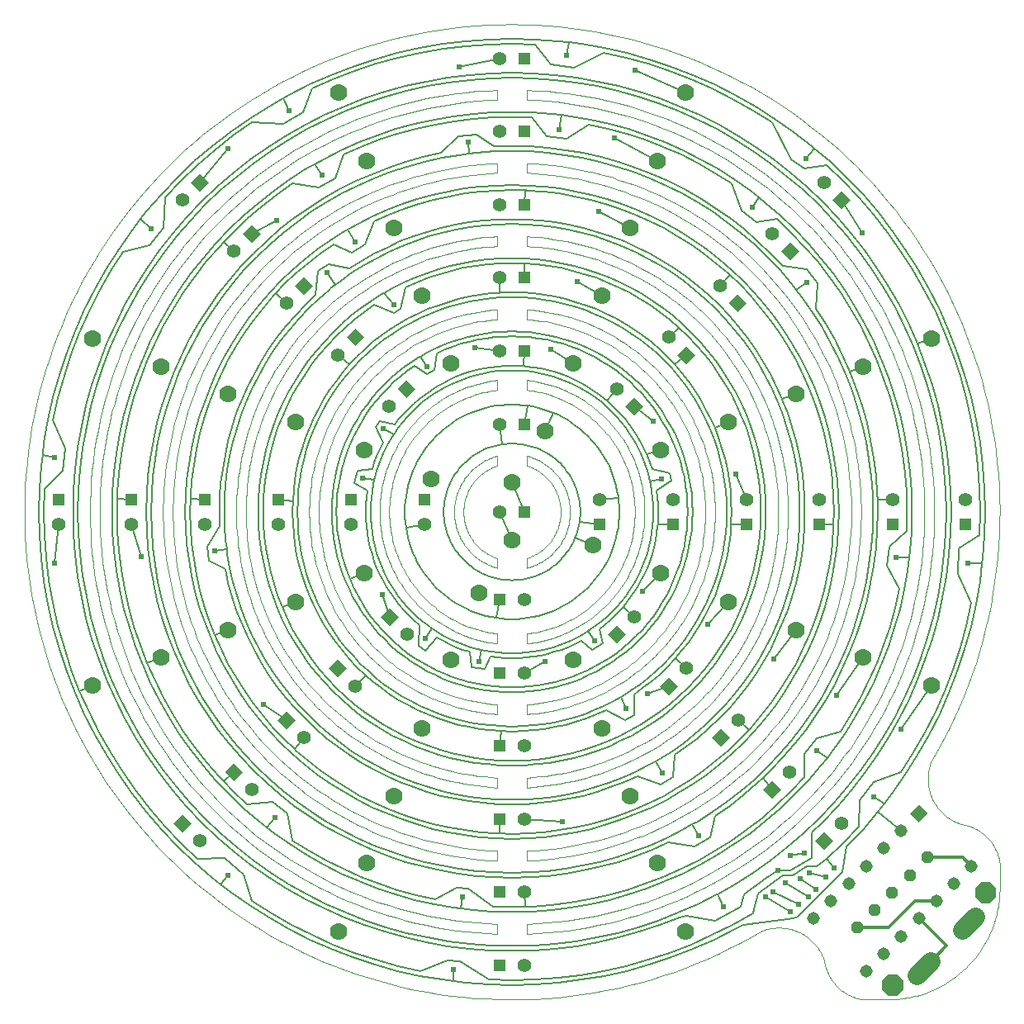
<source format=gtl>
G75*
%MOIN*%
%OFA0B0*%
%FSLAX25Y25*%
%IPPOS*%
%LPD*%
%AMOC8*
5,1,8,0,0,1.08239X$1,22.5*
%
%ADD10C,0.00039*%
%ADD11C,0.05600*%
%ADD12R,0.05150X0.05150*%
%ADD13R,0.05150X0.05150*%
%ADD14C,0.07000*%
%ADD15C,0.01700*%
%ADD16C,0.05150*%
%ADD17C,0.07677*%
%ADD18C,0.00800*%
%ADD19C,0.02400*%
%ADD20OC8,0.04724*%
%ADD21C,0.01400*%
%ADD22C,0.01200*%
D10*
X0196079Y0051394D02*
X0196079Y0055331D01*
X0207890Y0055331D02*
X0207890Y0051394D01*
X0207890Y0080921D02*
X0207890Y0084858D01*
X0196079Y0084858D02*
X0196079Y0080921D01*
X0196079Y0110449D02*
X0196079Y0114386D01*
X0207890Y0114386D02*
X0207890Y0110449D01*
X0207890Y0139976D02*
X0207890Y0143913D01*
X0196079Y0143913D02*
X0196079Y0139976D01*
X0196079Y0168520D02*
X0196079Y0172457D01*
X0207890Y0172457D02*
X0207890Y0168520D01*
X0207890Y0199031D02*
X0207890Y0202969D01*
X0196079Y0202969D02*
X0196079Y0199031D01*
X0302378Y0052378D02*
X0298200Y0049969D01*
X0293964Y0047663D01*
X0289673Y0045461D01*
X0285329Y0043366D01*
X0280935Y0041377D01*
X0276494Y0039497D01*
X0272009Y0037726D01*
X0267481Y0036065D01*
X0262913Y0034516D01*
X0258310Y0033080D01*
X0253672Y0031756D01*
X0249003Y0030547D01*
X0244306Y0029452D01*
X0239584Y0028473D01*
X0234839Y0027610D01*
X0230075Y0026863D01*
X0225293Y0026233D01*
X0220498Y0025721D01*
X0215691Y0025326D01*
X0210876Y0025049D01*
X0206056Y0024890D01*
X0201233Y0024849D01*
X0196411Y0024927D01*
X0191592Y0025123D01*
X0186780Y0025436D01*
X0181976Y0025868D01*
X0177185Y0026417D01*
X0172408Y0027083D01*
X0167650Y0027866D01*
X0162912Y0028765D01*
X0158197Y0029781D01*
X0153508Y0030911D01*
X0148849Y0032156D01*
X0144222Y0033515D01*
X0139629Y0034986D01*
X0135074Y0036570D01*
X0130559Y0038265D01*
X0126086Y0040070D01*
X0121660Y0041985D01*
X0117281Y0044007D01*
X0112954Y0046135D01*
X0108680Y0048369D01*
X0104462Y0050707D01*
X0100302Y0053148D01*
X0096203Y0055690D01*
X0092168Y0058332D01*
X0088199Y0061071D01*
X0084299Y0063908D01*
X0080469Y0066838D01*
X0076712Y0069862D01*
X0073030Y0072977D01*
X0069425Y0076181D01*
X0065900Y0079473D01*
X0062457Y0082850D01*
X0059098Y0086310D01*
X0055824Y0089852D01*
X0052638Y0093472D01*
X0049542Y0097170D01*
X0046537Y0100942D01*
X0043626Y0104787D01*
X0040810Y0108703D01*
X0038090Y0112685D01*
X0035469Y0116734D01*
X0032948Y0120845D01*
X0030529Y0125017D01*
X0028212Y0129247D01*
X0026000Y0133532D01*
X0023893Y0137871D01*
X0021893Y0142259D01*
X0020002Y0146696D01*
X0018219Y0151177D01*
X0016548Y0155701D01*
X0014987Y0160264D01*
X0013538Y0164864D01*
X0012203Y0169498D01*
X0010982Y0174164D01*
X0009875Y0178858D01*
X0008884Y0183578D01*
X0008009Y0188321D01*
X0007250Y0193083D01*
X0006608Y0197863D01*
X0006083Y0202657D01*
X0005676Y0207463D01*
X0005387Y0212277D01*
X0005216Y0217097D01*
X0005163Y0221919D01*
X0005228Y0226742D01*
X0005412Y0231561D01*
X0005713Y0236374D01*
X0006132Y0241179D01*
X0006669Y0245971D01*
X0007323Y0250750D01*
X0008094Y0255510D01*
X0008982Y0260251D01*
X0009985Y0264968D01*
X0011103Y0269659D01*
X0012336Y0274322D01*
X0013683Y0278953D01*
X0015144Y0283549D01*
X0016716Y0288108D01*
X0018399Y0292628D01*
X0020193Y0297105D01*
X0022096Y0301536D01*
X0024107Y0305920D01*
X0026224Y0310253D01*
X0028448Y0314533D01*
X0030775Y0318757D01*
X0033205Y0322922D01*
X0035737Y0327027D01*
X0038368Y0331069D01*
X0041098Y0335045D01*
X0043924Y0338953D01*
X0046845Y0342790D01*
X0049859Y0346555D01*
X0052965Y0350245D01*
X0056160Y0353857D01*
X0059442Y0357391D01*
X0062811Y0360842D01*
X0066262Y0364211D01*
X0069796Y0367493D01*
X0073408Y0370688D01*
X0077098Y0373794D01*
X0080863Y0376808D01*
X0084700Y0379729D01*
X0088608Y0382555D01*
X0092584Y0385285D01*
X0096626Y0387916D01*
X0100731Y0390448D01*
X0104896Y0392878D01*
X0109120Y0395205D01*
X0113400Y0397429D01*
X0117733Y0399546D01*
X0122117Y0401557D01*
X0126548Y0403460D01*
X0131025Y0405254D01*
X0135545Y0406937D01*
X0140104Y0408509D01*
X0144700Y0409970D01*
X0149331Y0411317D01*
X0153994Y0412550D01*
X0158685Y0413668D01*
X0163402Y0414671D01*
X0168143Y0415559D01*
X0172903Y0416330D01*
X0177682Y0416984D01*
X0182474Y0417521D01*
X0187279Y0417940D01*
X0192092Y0418241D01*
X0196911Y0418425D01*
X0201734Y0418490D01*
X0206556Y0418437D01*
X0211376Y0418266D01*
X0216190Y0417977D01*
X0220996Y0417570D01*
X0225790Y0417045D01*
X0230570Y0416403D01*
X0235332Y0415644D01*
X0240075Y0414769D01*
X0244795Y0413778D01*
X0249489Y0412671D01*
X0254155Y0411450D01*
X0258789Y0410115D01*
X0263389Y0408666D01*
X0267952Y0407105D01*
X0272476Y0405434D01*
X0276957Y0403651D01*
X0281394Y0401760D01*
X0285782Y0399760D01*
X0290121Y0397653D01*
X0294406Y0395441D01*
X0298636Y0393124D01*
X0302808Y0390705D01*
X0306919Y0388184D01*
X0310968Y0385563D01*
X0314950Y0382843D01*
X0318866Y0380027D01*
X0322711Y0377116D01*
X0326483Y0374111D01*
X0330181Y0371015D01*
X0333801Y0367829D01*
X0337343Y0364555D01*
X0340803Y0361196D01*
X0344180Y0357753D01*
X0347472Y0354228D01*
X0350676Y0350623D01*
X0353791Y0346941D01*
X0356815Y0343184D01*
X0359745Y0339354D01*
X0362582Y0335454D01*
X0365321Y0331485D01*
X0367963Y0327450D01*
X0370505Y0323351D01*
X0372946Y0319191D01*
X0375284Y0314973D01*
X0377518Y0310699D01*
X0379646Y0306372D01*
X0381668Y0301993D01*
X0383583Y0297567D01*
X0385388Y0293094D01*
X0387083Y0288579D01*
X0388667Y0284024D01*
X0390138Y0279431D01*
X0391497Y0274804D01*
X0392742Y0270145D01*
X0393872Y0265456D01*
X0394888Y0260741D01*
X0395787Y0256003D01*
X0396570Y0251245D01*
X0397236Y0246468D01*
X0397785Y0241677D01*
X0398217Y0236873D01*
X0398530Y0232061D01*
X0398726Y0227242D01*
X0398804Y0222420D01*
X0398763Y0217597D01*
X0398604Y0212777D01*
X0398327Y0207962D01*
X0397932Y0203155D01*
X0397420Y0198360D01*
X0396790Y0193578D01*
X0396043Y0188814D01*
X0395180Y0184069D01*
X0394201Y0179347D01*
X0393106Y0174650D01*
X0391897Y0169981D01*
X0390573Y0165343D01*
X0389137Y0160740D01*
X0387588Y0156172D01*
X0385927Y0151644D01*
X0384156Y0147159D01*
X0382276Y0142718D01*
X0380287Y0138324D01*
X0378192Y0133980D01*
X0375990Y0129689D01*
X0373684Y0125453D01*
X0371275Y0121275D01*
X0371276Y0121276D02*
X0371104Y0120843D01*
X0370942Y0120407D01*
X0370791Y0119967D01*
X0370651Y0119523D01*
X0370521Y0119076D01*
X0370403Y0118627D01*
X0370295Y0118174D01*
X0370198Y0117719D01*
X0370113Y0117261D01*
X0370038Y0116802D01*
X0369975Y0116341D01*
X0369923Y0115879D01*
X0369882Y0115415D01*
X0369852Y0114951D01*
X0369833Y0114486D01*
X0369826Y0114021D01*
X0369830Y0113556D01*
X0369845Y0113091D01*
X0369872Y0112626D01*
X0369910Y0112162D01*
X0369959Y0111700D01*
X0370019Y0111238D01*
X0370090Y0110779D01*
X0370173Y0110321D01*
X0370266Y0109865D01*
X0370371Y0109411D01*
X0370486Y0108961D01*
X0370613Y0108513D01*
X0370750Y0108068D01*
X0370898Y0107627D01*
X0371056Y0107190D01*
X0371225Y0106756D01*
X0371405Y0106327D01*
X0371594Y0105902D01*
X0371795Y0105482D01*
X0372005Y0105067D01*
X0372225Y0104657D01*
X0372455Y0104253D01*
X0372695Y0103854D01*
X0372944Y0103461D01*
X0373203Y0103075D01*
X0373471Y0102694D01*
X0373748Y0102321D01*
X0374034Y0101954D01*
X0374329Y0101594D01*
X0374633Y0101241D01*
X0374945Y0100896D01*
X0375265Y0100559D01*
X0375594Y0100229D01*
X0375930Y0099907D01*
X0376274Y0099594D01*
X0376625Y0099289D01*
X0376984Y0098993D01*
X0377350Y0098705D01*
X0377723Y0098427D01*
X0378102Y0098157D01*
X0378488Y0097897D01*
X0378879Y0097646D01*
X0379277Y0097405D01*
X0379681Y0097174D01*
X0380090Y0096952D01*
X0380504Y0096740D01*
X0380924Y0096538D01*
X0381348Y0096347D01*
X0381776Y0096166D01*
X0382209Y0095995D01*
X0382646Y0095835D01*
X0383087Y0095686D01*
X0383087Y0095684D02*
X0383532Y0095615D01*
X0383975Y0095535D01*
X0384417Y0095445D01*
X0384856Y0095343D01*
X0385293Y0095231D01*
X0385726Y0095109D01*
X0386157Y0094976D01*
X0386584Y0094832D01*
X0387008Y0094678D01*
X0387427Y0094514D01*
X0387843Y0094340D01*
X0388254Y0094156D01*
X0388661Y0093962D01*
X0389063Y0093758D01*
X0389460Y0093544D01*
X0389851Y0093321D01*
X0390237Y0093088D01*
X0390617Y0092846D01*
X0390991Y0092595D01*
X0391359Y0092335D01*
X0391721Y0092066D01*
X0392076Y0091788D01*
X0392424Y0091502D01*
X0392765Y0091207D01*
X0393099Y0090904D01*
X0393425Y0090594D01*
X0393744Y0090275D01*
X0394054Y0089949D01*
X0394357Y0089615D01*
X0394652Y0089274D01*
X0394938Y0088926D01*
X0395216Y0088571D01*
X0395485Y0088209D01*
X0395745Y0087841D01*
X0395996Y0087467D01*
X0396238Y0087087D01*
X0396471Y0086701D01*
X0396694Y0086310D01*
X0396908Y0085913D01*
X0397112Y0085511D01*
X0397306Y0085104D01*
X0397490Y0084693D01*
X0397664Y0084277D01*
X0397828Y0083858D01*
X0397982Y0083434D01*
X0398126Y0083007D01*
X0398259Y0082576D01*
X0398381Y0082143D01*
X0398493Y0081706D01*
X0398595Y0081267D01*
X0398685Y0080825D01*
X0398765Y0080382D01*
X0398834Y0079937D01*
X0398835Y0079937D02*
X0398835Y0070094D01*
X0398822Y0069000D01*
X0398782Y0067907D01*
X0398716Y0066814D01*
X0398624Y0065724D01*
X0398505Y0064637D01*
X0398360Y0063552D01*
X0398189Y0062471D01*
X0397992Y0061395D01*
X0397768Y0060324D01*
X0397519Y0059259D01*
X0397245Y0058200D01*
X0396945Y0057148D01*
X0396619Y0056103D01*
X0396268Y0055067D01*
X0395893Y0054039D01*
X0395492Y0053021D01*
X0395068Y0052012D01*
X0394619Y0051015D01*
X0394146Y0050028D01*
X0393649Y0049053D01*
X0393129Y0048091D01*
X0392586Y0047141D01*
X0392020Y0046205D01*
X0391431Y0045282D01*
X0390820Y0044374D01*
X0390188Y0043481D01*
X0389534Y0042604D01*
X0388860Y0041743D01*
X0388164Y0040898D01*
X0387449Y0040070D01*
X0386713Y0039260D01*
X0385958Y0038468D01*
X0385185Y0037695D01*
X0384393Y0036940D01*
X0383583Y0036204D01*
X0382755Y0035489D01*
X0381910Y0034793D01*
X0381049Y0034119D01*
X0380172Y0033465D01*
X0379279Y0032833D01*
X0378371Y0032222D01*
X0377448Y0031633D01*
X0376512Y0031067D01*
X0375562Y0030524D01*
X0374600Y0030004D01*
X0373625Y0029507D01*
X0372638Y0029034D01*
X0371641Y0028585D01*
X0370632Y0028161D01*
X0369614Y0027760D01*
X0368586Y0027385D01*
X0367550Y0027034D01*
X0366505Y0026708D01*
X0365453Y0026408D01*
X0364394Y0026134D01*
X0363329Y0025885D01*
X0362258Y0025661D01*
X0361182Y0025464D01*
X0360101Y0025293D01*
X0359016Y0025148D01*
X0357929Y0025029D01*
X0356839Y0024937D01*
X0355746Y0024871D01*
X0354653Y0024831D01*
X0353559Y0024818D01*
X0353559Y0024819D02*
X0343717Y0024819D01*
X0343716Y0024820D02*
X0343271Y0024889D01*
X0342828Y0024969D01*
X0342386Y0025059D01*
X0341947Y0025161D01*
X0341510Y0025273D01*
X0341077Y0025395D01*
X0340646Y0025528D01*
X0340219Y0025672D01*
X0339795Y0025826D01*
X0339376Y0025990D01*
X0338960Y0026164D01*
X0338549Y0026348D01*
X0338142Y0026542D01*
X0337740Y0026746D01*
X0337343Y0026960D01*
X0336952Y0027183D01*
X0336566Y0027416D01*
X0336186Y0027658D01*
X0335812Y0027909D01*
X0335444Y0028169D01*
X0335082Y0028438D01*
X0334727Y0028716D01*
X0334379Y0029002D01*
X0334038Y0029297D01*
X0333704Y0029600D01*
X0333378Y0029910D01*
X0333059Y0030229D01*
X0332749Y0030555D01*
X0332446Y0030889D01*
X0332151Y0031230D01*
X0331865Y0031578D01*
X0331587Y0031933D01*
X0331318Y0032295D01*
X0331058Y0032663D01*
X0330807Y0033037D01*
X0330565Y0033417D01*
X0330332Y0033803D01*
X0330109Y0034194D01*
X0329895Y0034591D01*
X0329691Y0034993D01*
X0329497Y0035400D01*
X0329313Y0035811D01*
X0329139Y0036227D01*
X0328975Y0036646D01*
X0328821Y0037070D01*
X0328677Y0037497D01*
X0328544Y0037928D01*
X0328422Y0038361D01*
X0328310Y0038798D01*
X0328208Y0039237D01*
X0328118Y0039679D01*
X0328038Y0040122D01*
X0327969Y0040567D01*
X0327968Y0040566D02*
X0327819Y0041007D01*
X0327659Y0041444D01*
X0327488Y0041877D01*
X0327307Y0042305D01*
X0327116Y0042729D01*
X0326914Y0043149D01*
X0326702Y0043563D01*
X0326480Y0043972D01*
X0326249Y0044376D01*
X0326008Y0044774D01*
X0325757Y0045165D01*
X0325497Y0045551D01*
X0325227Y0045930D01*
X0324949Y0046303D01*
X0324661Y0046669D01*
X0324365Y0047028D01*
X0324060Y0047379D01*
X0323747Y0047723D01*
X0323425Y0048059D01*
X0323095Y0048388D01*
X0322758Y0048708D01*
X0322413Y0049020D01*
X0322060Y0049324D01*
X0321700Y0049619D01*
X0321333Y0049905D01*
X0320960Y0050182D01*
X0320579Y0050450D01*
X0320193Y0050709D01*
X0319800Y0050958D01*
X0319401Y0051198D01*
X0318997Y0051428D01*
X0318587Y0051648D01*
X0318172Y0051858D01*
X0317752Y0052059D01*
X0317327Y0052248D01*
X0316898Y0052428D01*
X0316464Y0052597D01*
X0316027Y0052755D01*
X0315586Y0052903D01*
X0315141Y0053040D01*
X0314693Y0053167D01*
X0314243Y0053282D01*
X0313789Y0053387D01*
X0313333Y0053480D01*
X0312875Y0053563D01*
X0312416Y0053634D01*
X0311954Y0053694D01*
X0311492Y0053743D01*
X0311028Y0053781D01*
X0310563Y0053808D01*
X0310098Y0053823D01*
X0309633Y0053827D01*
X0309168Y0053820D01*
X0308703Y0053801D01*
X0308239Y0053771D01*
X0307775Y0053730D01*
X0307313Y0053678D01*
X0306852Y0053615D01*
X0306393Y0053540D01*
X0305935Y0053455D01*
X0305480Y0053358D01*
X0305027Y0053250D01*
X0304578Y0053132D01*
X0304131Y0053002D01*
X0303687Y0052862D01*
X0303247Y0052711D01*
X0302811Y0052549D01*
X0302378Y0052377D01*
X0207889Y0055331D02*
X0211941Y0055524D01*
X0215987Y0055816D01*
X0220024Y0056207D01*
X0224050Y0056695D01*
X0228064Y0057282D01*
X0232062Y0057966D01*
X0236042Y0058748D01*
X0240002Y0059626D01*
X0243939Y0060601D01*
X0247852Y0061671D01*
X0251737Y0062836D01*
X0255592Y0064095D01*
X0259416Y0065449D01*
X0263206Y0066894D01*
X0266959Y0068432D01*
X0270674Y0070061D01*
X0274348Y0071780D01*
X0277979Y0073588D01*
X0281564Y0075483D01*
X0285103Y0077466D01*
X0288592Y0079534D01*
X0292030Y0081687D01*
X0295414Y0083923D01*
X0298743Y0086240D01*
X0302014Y0088638D01*
X0305226Y0091115D01*
X0308377Y0093670D01*
X0311464Y0096300D01*
X0314487Y0099005D01*
X0317442Y0101783D01*
X0320329Y0104632D01*
X0323146Y0107551D01*
X0325891Y0110537D01*
X0328562Y0113589D01*
X0331158Y0116706D01*
X0333678Y0119885D01*
X0336119Y0123124D01*
X0338480Y0126422D01*
X0340761Y0129776D01*
X0342959Y0133185D01*
X0345073Y0136646D01*
X0347102Y0140158D01*
X0349045Y0143719D01*
X0350901Y0147325D01*
X0352668Y0150976D01*
X0354346Y0154669D01*
X0355934Y0158402D01*
X0357430Y0162172D01*
X0358833Y0165977D01*
X0360144Y0169816D01*
X0361360Y0173685D01*
X0362482Y0177583D01*
X0363509Y0181507D01*
X0364440Y0185455D01*
X0365274Y0189424D01*
X0366011Y0193413D01*
X0366651Y0197418D01*
X0367193Y0201438D01*
X0367637Y0205470D01*
X0367982Y0209511D01*
X0368229Y0213560D01*
X0368378Y0217613D01*
X0368427Y0221669D01*
X0368378Y0225725D01*
X0368229Y0229778D01*
X0367982Y0233827D01*
X0367637Y0237868D01*
X0367193Y0241900D01*
X0366651Y0245920D01*
X0366011Y0249925D01*
X0365274Y0253914D01*
X0364440Y0257883D01*
X0363509Y0261831D01*
X0362482Y0265755D01*
X0361360Y0269653D01*
X0360144Y0273522D01*
X0358833Y0277361D01*
X0357430Y0281166D01*
X0355934Y0284936D01*
X0354346Y0288669D01*
X0352668Y0292362D01*
X0350901Y0296013D01*
X0349045Y0299619D01*
X0347102Y0303180D01*
X0345073Y0306692D01*
X0342959Y0310153D01*
X0340761Y0313562D01*
X0338480Y0316916D01*
X0336119Y0320214D01*
X0333678Y0323453D01*
X0331158Y0326632D01*
X0328562Y0329749D01*
X0325891Y0332801D01*
X0323146Y0335787D01*
X0320329Y0338706D01*
X0317442Y0341555D01*
X0314487Y0344333D01*
X0311464Y0347038D01*
X0308377Y0349668D01*
X0305226Y0352223D01*
X0302014Y0354700D01*
X0298743Y0357098D01*
X0295414Y0359415D01*
X0292030Y0361651D01*
X0288592Y0363804D01*
X0285103Y0365872D01*
X0281564Y0367855D01*
X0277979Y0369750D01*
X0274348Y0371558D01*
X0270674Y0373277D01*
X0266959Y0374906D01*
X0263206Y0376444D01*
X0259416Y0377889D01*
X0255592Y0379243D01*
X0251737Y0380502D01*
X0247852Y0381667D01*
X0243939Y0382737D01*
X0240002Y0383712D01*
X0236042Y0384590D01*
X0232062Y0385372D01*
X0228064Y0386056D01*
X0224050Y0386643D01*
X0220024Y0387131D01*
X0215987Y0387522D01*
X0211941Y0387814D01*
X0207889Y0388007D01*
X0207890Y0388008D02*
X0207890Y0391945D01*
X0196079Y0391945D02*
X0196079Y0388008D01*
X0196079Y0362417D02*
X0196079Y0358480D01*
X0207890Y0358480D02*
X0207890Y0362417D01*
X0207890Y0332890D02*
X0207890Y0328953D01*
X0196079Y0328953D02*
X0196079Y0332890D01*
X0196079Y0303362D02*
X0196079Y0299425D01*
X0207890Y0299425D02*
X0207890Y0303362D01*
X0207890Y0274819D02*
X0207890Y0270882D01*
X0196079Y0270882D02*
X0196079Y0274819D01*
X0196079Y0244307D02*
X0196079Y0240370D01*
X0207890Y0240370D02*
X0207890Y0244307D01*
X0207890Y0391945D02*
X0212039Y0391750D01*
X0216183Y0391454D01*
X0220318Y0391058D01*
X0224442Y0390560D01*
X0228553Y0389963D01*
X0232649Y0389265D01*
X0236726Y0388467D01*
X0240782Y0387571D01*
X0244815Y0386576D01*
X0248823Y0385482D01*
X0252803Y0384292D01*
X0256753Y0383004D01*
X0260670Y0381621D01*
X0264552Y0380143D01*
X0268397Y0378570D01*
X0272203Y0376904D01*
X0275967Y0375146D01*
X0279686Y0373297D01*
X0283360Y0371357D01*
X0286985Y0369329D01*
X0290560Y0367213D01*
X0294082Y0365010D01*
X0297550Y0362722D01*
X0300960Y0360350D01*
X0304312Y0357896D01*
X0307603Y0355360D01*
X0310831Y0352745D01*
X0313994Y0350053D01*
X0317091Y0347284D01*
X0320119Y0344440D01*
X0323077Y0341523D01*
X0325964Y0338535D01*
X0328776Y0335478D01*
X0331513Y0332353D01*
X0334173Y0329162D01*
X0336754Y0325907D01*
X0339256Y0322590D01*
X0341675Y0319214D01*
X0344012Y0315779D01*
X0346264Y0312288D01*
X0348431Y0308744D01*
X0350510Y0305147D01*
X0352501Y0301501D01*
X0354403Y0297808D01*
X0356214Y0294069D01*
X0357933Y0290287D01*
X0359560Y0286465D01*
X0361093Y0282604D01*
X0362531Y0278707D01*
X0363874Y0274775D01*
X0365121Y0270813D01*
X0366270Y0266821D01*
X0367322Y0262802D01*
X0368276Y0258759D01*
X0369131Y0254693D01*
X0369886Y0250608D01*
X0370542Y0246506D01*
X0371097Y0242389D01*
X0371552Y0238260D01*
X0371906Y0234121D01*
X0372159Y0229974D01*
X0372311Y0225823D01*
X0372362Y0221669D01*
X0372311Y0217515D01*
X0372159Y0213364D01*
X0371906Y0209217D01*
X0371552Y0205078D01*
X0371097Y0200949D01*
X0370542Y0196832D01*
X0369886Y0192730D01*
X0369131Y0188645D01*
X0368276Y0184579D01*
X0367322Y0180536D01*
X0366270Y0176517D01*
X0365121Y0172525D01*
X0363874Y0168563D01*
X0362531Y0164631D01*
X0361093Y0160734D01*
X0359560Y0156873D01*
X0357933Y0153051D01*
X0356214Y0149269D01*
X0354403Y0145530D01*
X0352501Y0141837D01*
X0350510Y0138191D01*
X0348431Y0134594D01*
X0346264Y0131050D01*
X0344012Y0127559D01*
X0341675Y0124124D01*
X0339256Y0120748D01*
X0336754Y0117431D01*
X0334173Y0114176D01*
X0331513Y0110985D01*
X0328776Y0107860D01*
X0325964Y0104803D01*
X0323077Y0101815D01*
X0320119Y0098898D01*
X0317091Y0096054D01*
X0313994Y0093285D01*
X0310831Y0090593D01*
X0307603Y0087978D01*
X0304312Y0085442D01*
X0300960Y0082988D01*
X0297550Y0080616D01*
X0294082Y0078328D01*
X0290560Y0076125D01*
X0286985Y0074009D01*
X0283360Y0071981D01*
X0279686Y0070041D01*
X0275967Y0068192D01*
X0272203Y0066434D01*
X0268397Y0064768D01*
X0264552Y0063195D01*
X0260670Y0061717D01*
X0256753Y0060334D01*
X0252803Y0059046D01*
X0248823Y0057856D01*
X0244815Y0056762D01*
X0240782Y0055767D01*
X0236726Y0054871D01*
X0232649Y0054073D01*
X0228553Y0053375D01*
X0224442Y0052778D01*
X0220318Y0052280D01*
X0216183Y0051884D01*
X0212039Y0051588D01*
X0207890Y0051393D01*
X0207890Y0080921D02*
X0211330Y0081107D01*
X0214766Y0081378D01*
X0218193Y0081733D01*
X0221611Y0082171D01*
X0225017Y0082693D01*
X0228410Y0083298D01*
X0231786Y0083985D01*
X0235145Y0084756D01*
X0238484Y0085608D01*
X0241801Y0086541D01*
X0245094Y0087555D01*
X0248362Y0088650D01*
X0251601Y0089824D01*
X0254811Y0091077D01*
X0257990Y0092408D01*
X0261135Y0093817D01*
X0264244Y0095302D01*
X0267316Y0096863D01*
X0270349Y0098498D01*
X0273342Y0100207D01*
X0276291Y0101989D01*
X0279196Y0103842D01*
X0282055Y0105766D01*
X0284866Y0107759D01*
X0287627Y0109820D01*
X0290338Y0111949D01*
X0292995Y0114142D01*
X0295598Y0116401D01*
X0298144Y0118722D01*
X0300634Y0121105D01*
X0303064Y0123548D01*
X0305434Y0126049D01*
X0307741Y0128608D01*
X0309986Y0131223D01*
X0312166Y0133892D01*
X0314280Y0136613D01*
X0316327Y0139385D01*
X0318305Y0142206D01*
X0320214Y0145075D01*
X0322052Y0147990D01*
X0323818Y0150949D01*
X0325512Y0153950D01*
X0327131Y0156992D01*
X0328676Y0160072D01*
X0330144Y0163189D01*
X0331536Y0166342D01*
X0332851Y0169527D01*
X0334087Y0172743D01*
X0335244Y0175989D01*
X0336322Y0179262D01*
X0337319Y0182561D01*
X0338235Y0185883D01*
X0339069Y0189226D01*
X0339822Y0192589D01*
X0340492Y0195969D01*
X0341079Y0199364D01*
X0341583Y0202773D01*
X0342003Y0206193D01*
X0342340Y0209623D01*
X0342593Y0213059D01*
X0342761Y0216501D01*
X0342845Y0219946D01*
X0342845Y0223392D01*
X0342761Y0226837D01*
X0342593Y0230279D01*
X0342340Y0233715D01*
X0342003Y0237145D01*
X0341583Y0240565D01*
X0341079Y0243974D01*
X0340492Y0247369D01*
X0339822Y0250749D01*
X0339069Y0254112D01*
X0338235Y0257455D01*
X0337319Y0260777D01*
X0336322Y0264076D01*
X0335244Y0267349D01*
X0334087Y0270595D01*
X0332851Y0273811D01*
X0331536Y0276996D01*
X0330144Y0280149D01*
X0328676Y0283266D01*
X0327131Y0286346D01*
X0325512Y0289388D01*
X0323818Y0292389D01*
X0322052Y0295348D01*
X0320214Y0298263D01*
X0318305Y0301132D01*
X0316327Y0303953D01*
X0314280Y0306725D01*
X0312166Y0309446D01*
X0309986Y0312115D01*
X0307741Y0314730D01*
X0305434Y0317289D01*
X0303064Y0319790D01*
X0300634Y0322233D01*
X0298144Y0324616D01*
X0295598Y0326937D01*
X0292995Y0329196D01*
X0290338Y0331389D01*
X0287627Y0333518D01*
X0284866Y0335579D01*
X0282055Y0337572D01*
X0279196Y0339496D01*
X0276291Y0341349D01*
X0273342Y0343131D01*
X0270349Y0344840D01*
X0267316Y0346475D01*
X0264244Y0348036D01*
X0261135Y0349521D01*
X0257990Y0350930D01*
X0254811Y0352261D01*
X0251601Y0353514D01*
X0248362Y0354688D01*
X0245094Y0355783D01*
X0241801Y0356797D01*
X0238484Y0357730D01*
X0235145Y0358582D01*
X0231786Y0359353D01*
X0228410Y0360040D01*
X0225017Y0360645D01*
X0221611Y0361167D01*
X0218193Y0361605D01*
X0214766Y0361960D01*
X0211330Y0362231D01*
X0207890Y0362417D01*
X0207889Y0358480D02*
X0211231Y0358294D01*
X0214568Y0358028D01*
X0217897Y0357679D01*
X0221216Y0357250D01*
X0224524Y0356739D01*
X0227818Y0356148D01*
X0231097Y0355476D01*
X0234359Y0354725D01*
X0237601Y0353894D01*
X0240822Y0352984D01*
X0244020Y0351996D01*
X0247192Y0350929D01*
X0250338Y0349786D01*
X0253455Y0348566D01*
X0256541Y0347270D01*
X0259594Y0345899D01*
X0262613Y0344454D01*
X0265596Y0342935D01*
X0268541Y0341345D01*
X0271446Y0339682D01*
X0274309Y0337949D01*
X0277129Y0336147D01*
X0279905Y0334276D01*
X0282634Y0332338D01*
X0285314Y0330334D01*
X0287945Y0328265D01*
X0290525Y0326132D01*
X0293051Y0323937D01*
X0295524Y0321681D01*
X0297940Y0319365D01*
X0300299Y0316990D01*
X0302599Y0314559D01*
X0304840Y0312072D01*
X0307018Y0309532D01*
X0309134Y0306938D01*
X0311186Y0304294D01*
X0313173Y0301600D01*
X0315093Y0298859D01*
X0316946Y0296072D01*
X0318730Y0293240D01*
X0320444Y0290365D01*
X0322088Y0287449D01*
X0323660Y0284494D01*
X0325159Y0281502D01*
X0326584Y0278474D01*
X0327936Y0275411D01*
X0329211Y0272317D01*
X0330411Y0269192D01*
X0331534Y0266039D01*
X0332580Y0262860D01*
X0333548Y0259656D01*
X0334437Y0256429D01*
X0335247Y0253182D01*
X0335977Y0249915D01*
X0336627Y0246632D01*
X0337197Y0243334D01*
X0337686Y0240023D01*
X0338094Y0236701D01*
X0338421Y0233370D01*
X0338666Y0230032D01*
X0338830Y0226689D01*
X0338912Y0223343D01*
X0338912Y0219995D01*
X0338830Y0216649D01*
X0338666Y0213306D01*
X0338421Y0209968D01*
X0338094Y0206637D01*
X0337686Y0203315D01*
X0337197Y0200004D01*
X0336627Y0196706D01*
X0335977Y0193423D01*
X0335247Y0190156D01*
X0334437Y0186909D01*
X0333548Y0183682D01*
X0332580Y0180478D01*
X0331534Y0177299D01*
X0330411Y0174146D01*
X0329211Y0171021D01*
X0327936Y0167927D01*
X0326584Y0164864D01*
X0325159Y0161836D01*
X0323660Y0158844D01*
X0322088Y0155889D01*
X0320444Y0152973D01*
X0318730Y0150098D01*
X0316946Y0147266D01*
X0315093Y0144479D01*
X0313173Y0141738D01*
X0311186Y0139044D01*
X0309134Y0136400D01*
X0307018Y0133806D01*
X0304840Y0131266D01*
X0302599Y0128779D01*
X0300299Y0126348D01*
X0297940Y0123973D01*
X0295524Y0121657D01*
X0293051Y0119401D01*
X0290525Y0117206D01*
X0287945Y0115073D01*
X0285314Y0113004D01*
X0282634Y0111000D01*
X0279905Y0109062D01*
X0277129Y0107191D01*
X0274309Y0105389D01*
X0271446Y0103656D01*
X0268541Y0101993D01*
X0265596Y0100403D01*
X0262613Y0098884D01*
X0259594Y0097439D01*
X0256541Y0096068D01*
X0253455Y0094772D01*
X0250338Y0093552D01*
X0247192Y0092409D01*
X0244020Y0091342D01*
X0240822Y0090354D01*
X0237601Y0089444D01*
X0234359Y0088613D01*
X0231097Y0087862D01*
X0227818Y0087190D01*
X0224524Y0086599D01*
X0221216Y0086088D01*
X0217897Y0085659D01*
X0214568Y0085310D01*
X0211231Y0085044D01*
X0207889Y0084858D01*
X0207890Y0114385D02*
X0210510Y0114562D01*
X0213126Y0114802D01*
X0215735Y0115107D01*
X0218336Y0115475D01*
X0220927Y0115906D01*
X0223507Y0116401D01*
X0226074Y0116958D01*
X0228627Y0117579D01*
X0231163Y0118261D01*
X0233683Y0119005D01*
X0236183Y0119811D01*
X0238663Y0120677D01*
X0241121Y0121604D01*
X0243555Y0122591D01*
X0245965Y0123637D01*
X0248348Y0124741D01*
X0250704Y0125903D01*
X0253030Y0127123D01*
X0255326Y0128399D01*
X0257590Y0129731D01*
X0259821Y0131118D01*
X0262018Y0132559D01*
X0264178Y0134053D01*
X0266301Y0135600D01*
X0268386Y0137198D01*
X0270431Y0138846D01*
X0272436Y0140544D01*
X0274398Y0142291D01*
X0276317Y0144085D01*
X0278191Y0145925D01*
X0280020Y0147811D01*
X0281802Y0149740D01*
X0283537Y0151713D01*
X0285222Y0153728D01*
X0286858Y0155783D01*
X0288444Y0157877D01*
X0289977Y0160010D01*
X0291458Y0162179D01*
X0292886Y0164385D01*
X0294259Y0166624D01*
X0295577Y0168896D01*
X0296839Y0171200D01*
X0298045Y0173534D01*
X0299193Y0175896D01*
X0300283Y0178286D01*
X0301314Y0180702D01*
X0302285Y0183143D01*
X0303197Y0185606D01*
X0304049Y0188091D01*
X0304839Y0190597D01*
X0305568Y0193120D01*
X0306235Y0195661D01*
X0306839Y0198217D01*
X0307381Y0200788D01*
X0307860Y0203370D01*
X0308276Y0205964D01*
X0308628Y0208567D01*
X0308917Y0211178D01*
X0309141Y0213795D01*
X0309302Y0216417D01*
X0309398Y0219042D01*
X0309430Y0221669D01*
X0309398Y0224296D01*
X0309302Y0226921D01*
X0309141Y0229543D01*
X0308917Y0232160D01*
X0308628Y0234771D01*
X0308276Y0237374D01*
X0307860Y0239968D01*
X0307381Y0242550D01*
X0306839Y0245121D01*
X0306235Y0247677D01*
X0305568Y0250218D01*
X0304839Y0252741D01*
X0304049Y0255247D01*
X0303197Y0257732D01*
X0302285Y0260195D01*
X0301314Y0262636D01*
X0300283Y0265052D01*
X0299193Y0267442D01*
X0298045Y0269804D01*
X0296839Y0272138D01*
X0295577Y0274442D01*
X0294259Y0276714D01*
X0292886Y0278953D01*
X0291458Y0281159D01*
X0289977Y0283328D01*
X0288444Y0285461D01*
X0286858Y0287555D01*
X0285222Y0289610D01*
X0283537Y0291625D01*
X0281802Y0293598D01*
X0280020Y0295527D01*
X0278191Y0297413D01*
X0276317Y0299253D01*
X0274398Y0301047D01*
X0272436Y0302794D01*
X0270431Y0304492D01*
X0268386Y0306140D01*
X0266301Y0307738D01*
X0264178Y0309285D01*
X0262018Y0310779D01*
X0259821Y0312220D01*
X0257590Y0313607D01*
X0255326Y0314939D01*
X0253030Y0316215D01*
X0250704Y0317435D01*
X0248348Y0318597D01*
X0245965Y0319701D01*
X0243555Y0320747D01*
X0241121Y0321734D01*
X0238663Y0322661D01*
X0236183Y0323527D01*
X0233683Y0324333D01*
X0231163Y0325077D01*
X0228627Y0325759D01*
X0226074Y0326380D01*
X0223507Y0326937D01*
X0220927Y0327432D01*
X0218336Y0327863D01*
X0215735Y0328231D01*
X0213126Y0328536D01*
X0210510Y0328776D01*
X0207890Y0328953D01*
X0207890Y0332889D02*
X0210610Y0332711D01*
X0213326Y0332467D01*
X0216034Y0332156D01*
X0218734Y0331779D01*
X0221425Y0331336D01*
X0224103Y0330828D01*
X0226768Y0330253D01*
X0229419Y0329614D01*
X0232053Y0328910D01*
X0234669Y0328142D01*
X0237265Y0327310D01*
X0239840Y0326415D01*
X0242393Y0325457D01*
X0244921Y0324437D01*
X0247424Y0323355D01*
X0249899Y0322212D01*
X0252346Y0321009D01*
X0254763Y0319747D01*
X0257147Y0318426D01*
X0259499Y0317046D01*
X0261817Y0315610D01*
X0264098Y0314117D01*
X0266342Y0312569D01*
X0268548Y0310967D01*
X0270714Y0309310D01*
X0272839Y0307602D01*
X0274921Y0305842D01*
X0276959Y0304031D01*
X0278953Y0302171D01*
X0280900Y0300263D01*
X0282800Y0298308D01*
X0284652Y0296307D01*
X0286454Y0294261D01*
X0288206Y0292172D01*
X0289906Y0290040D01*
X0291553Y0287868D01*
X0293146Y0285655D01*
X0294685Y0283405D01*
X0296169Y0281117D01*
X0297596Y0278794D01*
X0298965Y0276436D01*
X0300277Y0274046D01*
X0301529Y0271625D01*
X0302722Y0269173D01*
X0303855Y0266693D01*
X0304926Y0264186D01*
X0305936Y0261653D01*
X0306884Y0259097D01*
X0307769Y0256518D01*
X0308590Y0253918D01*
X0309347Y0251299D01*
X0310040Y0248662D01*
X0310669Y0246009D01*
X0311232Y0243342D01*
X0311730Y0240661D01*
X0312162Y0237969D01*
X0312528Y0235267D01*
X0312827Y0232558D01*
X0313061Y0229841D01*
X0313228Y0227120D01*
X0313328Y0224395D01*
X0313361Y0221669D01*
X0313328Y0218943D01*
X0313228Y0216218D01*
X0313061Y0213497D01*
X0312827Y0210780D01*
X0312528Y0208071D01*
X0312162Y0205369D01*
X0311730Y0202677D01*
X0311232Y0199996D01*
X0310669Y0197329D01*
X0310040Y0194676D01*
X0309347Y0192039D01*
X0308590Y0189420D01*
X0307769Y0186820D01*
X0306884Y0184241D01*
X0305936Y0181685D01*
X0304926Y0179152D01*
X0303855Y0176645D01*
X0302722Y0174165D01*
X0301529Y0171713D01*
X0300277Y0169292D01*
X0298965Y0166902D01*
X0297596Y0164544D01*
X0296169Y0162221D01*
X0294685Y0159933D01*
X0293146Y0157683D01*
X0291553Y0155470D01*
X0289906Y0153298D01*
X0288206Y0151166D01*
X0286454Y0149077D01*
X0284652Y0147031D01*
X0282800Y0145030D01*
X0280900Y0143075D01*
X0278953Y0141167D01*
X0276959Y0139307D01*
X0274921Y0137496D01*
X0272839Y0135736D01*
X0270714Y0134028D01*
X0268548Y0132371D01*
X0266342Y0130769D01*
X0264098Y0129221D01*
X0261817Y0127728D01*
X0259499Y0126292D01*
X0257147Y0124912D01*
X0254763Y0123591D01*
X0252346Y0122329D01*
X0249899Y0121126D01*
X0247424Y0119983D01*
X0244921Y0118901D01*
X0242393Y0117881D01*
X0239840Y0116923D01*
X0237265Y0116028D01*
X0234669Y0115196D01*
X0232053Y0114428D01*
X0229419Y0113724D01*
X0226768Y0113085D01*
X0224103Y0112510D01*
X0221425Y0112002D01*
X0218734Y0111559D01*
X0216034Y0111182D01*
X0213326Y0110871D01*
X0210610Y0110627D01*
X0207890Y0110449D01*
X0207889Y0202968D02*
X0208343Y0203117D01*
X0208792Y0203278D01*
X0209237Y0203449D01*
X0209678Y0203630D01*
X0210115Y0203823D01*
X0210546Y0204026D01*
X0210973Y0204239D01*
X0211394Y0204463D01*
X0211810Y0204697D01*
X0212220Y0204941D01*
X0212624Y0205195D01*
X0213021Y0205459D01*
X0213412Y0205732D01*
X0213797Y0206015D01*
X0214174Y0206307D01*
X0214544Y0206608D01*
X0214906Y0206918D01*
X0215261Y0207236D01*
X0215609Y0207564D01*
X0215948Y0207899D01*
X0216278Y0208243D01*
X0216601Y0208595D01*
X0216914Y0208954D01*
X0217219Y0209321D01*
X0217515Y0209695D01*
X0217802Y0210076D01*
X0218079Y0210465D01*
X0218347Y0210859D01*
X0218605Y0211261D01*
X0218853Y0211668D01*
X0219091Y0212081D01*
X0219320Y0212500D01*
X0219537Y0212924D01*
X0219745Y0213354D01*
X0219942Y0213788D01*
X0220128Y0214228D01*
X0220304Y0214671D01*
X0220469Y0215119D01*
X0220623Y0215570D01*
X0220765Y0216025D01*
X0220897Y0216484D01*
X0221018Y0216945D01*
X0221127Y0217410D01*
X0221225Y0217877D01*
X0221311Y0218346D01*
X0221386Y0218817D01*
X0221450Y0219290D01*
X0221502Y0219764D01*
X0221543Y0220239D01*
X0221572Y0220715D01*
X0221589Y0221192D01*
X0221595Y0221669D01*
X0221589Y0222146D01*
X0221572Y0222623D01*
X0221543Y0223099D01*
X0221502Y0223574D01*
X0221450Y0224048D01*
X0221386Y0224521D01*
X0221311Y0224992D01*
X0221225Y0225461D01*
X0221127Y0225928D01*
X0221018Y0226393D01*
X0220897Y0226854D01*
X0220765Y0227313D01*
X0220623Y0227768D01*
X0220469Y0228219D01*
X0220304Y0228667D01*
X0220128Y0229110D01*
X0219942Y0229550D01*
X0219745Y0229984D01*
X0219537Y0230414D01*
X0219320Y0230838D01*
X0219091Y0231257D01*
X0218853Y0231670D01*
X0218605Y0232077D01*
X0218347Y0232479D01*
X0218079Y0232873D01*
X0217802Y0233262D01*
X0217515Y0233643D01*
X0217219Y0234017D01*
X0216914Y0234384D01*
X0216601Y0234743D01*
X0216278Y0235095D01*
X0215948Y0235439D01*
X0215609Y0235774D01*
X0215261Y0236102D01*
X0214906Y0236420D01*
X0214544Y0236730D01*
X0214174Y0237031D01*
X0213797Y0237323D01*
X0213412Y0237606D01*
X0213021Y0237879D01*
X0212624Y0238143D01*
X0212220Y0238397D01*
X0211810Y0238641D01*
X0211394Y0238875D01*
X0210973Y0239099D01*
X0210546Y0239312D01*
X0210115Y0239515D01*
X0209678Y0239708D01*
X0209237Y0239889D01*
X0208792Y0240060D01*
X0208343Y0240221D01*
X0207889Y0240370D01*
X0207889Y0244306D02*
X0208439Y0244156D01*
X0208985Y0243992D01*
X0209527Y0243815D01*
X0210064Y0243624D01*
X0210596Y0243421D01*
X0211124Y0243205D01*
X0211646Y0242976D01*
X0212162Y0242734D01*
X0212672Y0242480D01*
X0213176Y0242213D01*
X0213673Y0241935D01*
X0214163Y0241644D01*
X0214646Y0241341D01*
X0215122Y0241027D01*
X0215589Y0240701D01*
X0216049Y0240364D01*
X0216500Y0240016D01*
X0216943Y0239657D01*
X0217377Y0239287D01*
X0217801Y0238907D01*
X0218216Y0238516D01*
X0218622Y0238116D01*
X0219018Y0237706D01*
X0219403Y0237286D01*
X0219779Y0236857D01*
X0220143Y0236419D01*
X0220497Y0235972D01*
X0220840Y0235517D01*
X0221172Y0235054D01*
X0221492Y0234582D01*
X0221801Y0234103D01*
X0222098Y0233617D01*
X0222383Y0233123D01*
X0222656Y0232623D01*
X0222917Y0232116D01*
X0223165Y0231603D01*
X0223401Y0231084D01*
X0223624Y0230559D01*
X0223834Y0230030D01*
X0224031Y0229495D01*
X0224215Y0228955D01*
X0224386Y0228412D01*
X0224544Y0227864D01*
X0224688Y0227313D01*
X0224819Y0226758D01*
X0224936Y0226200D01*
X0225040Y0225640D01*
X0225129Y0225077D01*
X0225206Y0224512D01*
X0225268Y0223945D01*
X0225317Y0223377D01*
X0225351Y0222809D01*
X0225372Y0222239D01*
X0225379Y0221669D01*
X0225372Y0221099D01*
X0225351Y0220529D01*
X0225317Y0219961D01*
X0225268Y0219393D01*
X0225206Y0218826D01*
X0225129Y0218261D01*
X0225040Y0217698D01*
X0224936Y0217138D01*
X0224819Y0216580D01*
X0224688Y0216025D01*
X0224544Y0215474D01*
X0224386Y0214926D01*
X0224215Y0214383D01*
X0224031Y0213843D01*
X0223834Y0213308D01*
X0223624Y0212779D01*
X0223401Y0212254D01*
X0223165Y0211735D01*
X0222917Y0211222D01*
X0222656Y0210715D01*
X0222383Y0210215D01*
X0222098Y0209721D01*
X0221801Y0209235D01*
X0221492Y0208756D01*
X0221172Y0208284D01*
X0220840Y0207821D01*
X0220497Y0207366D01*
X0220143Y0206919D01*
X0219779Y0206481D01*
X0219403Y0206052D01*
X0219018Y0205632D01*
X0218622Y0205222D01*
X0218216Y0204822D01*
X0217801Y0204431D01*
X0217377Y0204051D01*
X0216943Y0203681D01*
X0216500Y0203322D01*
X0216049Y0202974D01*
X0215589Y0202637D01*
X0215122Y0202311D01*
X0214646Y0201997D01*
X0214163Y0201694D01*
X0213673Y0201403D01*
X0213176Y0201125D01*
X0212672Y0200858D01*
X0212162Y0200604D01*
X0211646Y0200362D01*
X0211124Y0200133D01*
X0210596Y0199917D01*
X0210064Y0199714D01*
X0209527Y0199523D01*
X0208985Y0199346D01*
X0208439Y0199182D01*
X0207889Y0199032D01*
X0207890Y0168519D02*
X0209192Y0168680D01*
X0210490Y0168873D01*
X0211783Y0169097D01*
X0213070Y0169354D01*
X0214350Y0169641D01*
X0215623Y0169961D01*
X0216888Y0170311D01*
X0218144Y0170692D01*
X0219390Y0171104D01*
X0220625Y0171546D01*
X0221849Y0172019D01*
X0223062Y0172521D01*
X0224261Y0173053D01*
X0225448Y0173614D01*
X0226620Y0174205D01*
X0227777Y0174823D01*
X0228919Y0175470D01*
X0230044Y0176145D01*
X0231153Y0176847D01*
X0232244Y0177577D01*
X0233317Y0178332D01*
X0234371Y0179114D01*
X0235405Y0179922D01*
X0236419Y0180754D01*
X0237413Y0181612D01*
X0238385Y0182493D01*
X0239335Y0183398D01*
X0240263Y0184326D01*
X0241168Y0185277D01*
X0242049Y0186249D01*
X0242906Y0187243D01*
X0243739Y0188257D01*
X0244546Y0189292D01*
X0245328Y0190346D01*
X0246083Y0191419D01*
X0246812Y0192510D01*
X0247514Y0193619D01*
X0248189Y0194745D01*
X0248835Y0195887D01*
X0249454Y0197044D01*
X0250044Y0198216D01*
X0250605Y0199403D01*
X0251137Y0200602D01*
X0251639Y0201815D01*
X0252111Y0203039D01*
X0252553Y0204275D01*
X0252965Y0205521D01*
X0253346Y0206777D01*
X0253696Y0208041D01*
X0254014Y0209314D01*
X0254302Y0210595D01*
X0254558Y0211882D01*
X0254782Y0213175D01*
X0254975Y0214473D01*
X0255135Y0215775D01*
X0255264Y0217081D01*
X0255360Y0218390D01*
X0255425Y0219701D01*
X0255457Y0221013D01*
X0255457Y0222325D01*
X0255425Y0223637D01*
X0255360Y0224948D01*
X0255264Y0226257D01*
X0255135Y0227563D01*
X0254975Y0228865D01*
X0254782Y0230163D01*
X0254558Y0231456D01*
X0254302Y0232743D01*
X0254014Y0234024D01*
X0253696Y0235297D01*
X0253346Y0236561D01*
X0252965Y0237817D01*
X0252553Y0239063D01*
X0252111Y0240299D01*
X0251639Y0241523D01*
X0251137Y0242736D01*
X0250605Y0243935D01*
X0250044Y0245122D01*
X0249454Y0246294D01*
X0248835Y0247451D01*
X0248189Y0248593D01*
X0247514Y0249719D01*
X0246812Y0250828D01*
X0246083Y0251919D01*
X0245328Y0252992D01*
X0244546Y0254046D01*
X0243739Y0255081D01*
X0242906Y0256095D01*
X0242049Y0257089D01*
X0241168Y0258061D01*
X0240263Y0259012D01*
X0239335Y0259940D01*
X0238385Y0260845D01*
X0237413Y0261726D01*
X0236419Y0262584D01*
X0235405Y0263416D01*
X0234371Y0264224D01*
X0233317Y0265006D01*
X0232244Y0265761D01*
X0231153Y0266491D01*
X0230044Y0267193D01*
X0228919Y0267868D01*
X0227777Y0268515D01*
X0226620Y0269133D01*
X0225448Y0269724D01*
X0224261Y0270285D01*
X0223062Y0270817D01*
X0221849Y0271319D01*
X0220625Y0271792D01*
X0219390Y0272234D01*
X0218144Y0272646D01*
X0216888Y0273027D01*
X0215623Y0273377D01*
X0214350Y0273697D01*
X0213070Y0273984D01*
X0211783Y0274241D01*
X0210490Y0274465D01*
X0209192Y0274658D01*
X0207890Y0274819D01*
X0196078Y0362417D02*
X0192638Y0362231D01*
X0189202Y0361960D01*
X0185775Y0361605D01*
X0182357Y0361167D01*
X0178951Y0360645D01*
X0175558Y0360040D01*
X0172182Y0359353D01*
X0168823Y0358582D01*
X0165484Y0357730D01*
X0162167Y0356797D01*
X0158874Y0355783D01*
X0155606Y0354688D01*
X0152367Y0353514D01*
X0149157Y0352261D01*
X0145978Y0350930D01*
X0142833Y0349521D01*
X0139724Y0348036D01*
X0136652Y0346475D01*
X0133619Y0344840D01*
X0130626Y0343131D01*
X0127677Y0341349D01*
X0124772Y0339496D01*
X0121913Y0337572D01*
X0119102Y0335579D01*
X0116341Y0333518D01*
X0113630Y0331389D01*
X0110973Y0329196D01*
X0108370Y0326937D01*
X0105824Y0324616D01*
X0103334Y0322233D01*
X0100904Y0319790D01*
X0098534Y0317289D01*
X0096227Y0314730D01*
X0093982Y0312115D01*
X0091802Y0309446D01*
X0089688Y0306725D01*
X0087641Y0303953D01*
X0085663Y0301132D01*
X0083754Y0298263D01*
X0081916Y0295348D01*
X0080150Y0292389D01*
X0078456Y0289388D01*
X0076837Y0286346D01*
X0075292Y0283266D01*
X0073824Y0280149D01*
X0072432Y0276996D01*
X0071117Y0273811D01*
X0069881Y0270595D01*
X0068724Y0267349D01*
X0067646Y0264076D01*
X0066649Y0260777D01*
X0065733Y0257455D01*
X0064899Y0254112D01*
X0064146Y0250749D01*
X0063476Y0247369D01*
X0062889Y0243974D01*
X0062385Y0240565D01*
X0061965Y0237145D01*
X0061628Y0233715D01*
X0061375Y0230279D01*
X0061207Y0226837D01*
X0061123Y0223392D01*
X0061123Y0219946D01*
X0061207Y0216501D01*
X0061375Y0213059D01*
X0061628Y0209623D01*
X0061965Y0206193D01*
X0062385Y0202773D01*
X0062889Y0199364D01*
X0063476Y0195969D01*
X0064146Y0192589D01*
X0064899Y0189226D01*
X0065733Y0185883D01*
X0066649Y0182561D01*
X0067646Y0179262D01*
X0068724Y0175989D01*
X0069881Y0172743D01*
X0071117Y0169527D01*
X0072432Y0166342D01*
X0073824Y0163189D01*
X0075292Y0160072D01*
X0076837Y0156992D01*
X0078456Y0153950D01*
X0080150Y0150949D01*
X0081916Y0147990D01*
X0083754Y0145075D01*
X0085663Y0142206D01*
X0087641Y0139385D01*
X0089688Y0136613D01*
X0091802Y0133892D01*
X0093982Y0131223D01*
X0096227Y0128608D01*
X0098534Y0126049D01*
X0100904Y0123548D01*
X0103334Y0121105D01*
X0105824Y0118722D01*
X0108370Y0116401D01*
X0110973Y0114142D01*
X0113630Y0111949D01*
X0116341Y0109820D01*
X0119102Y0107759D01*
X0121913Y0105766D01*
X0124772Y0103842D01*
X0127677Y0101989D01*
X0130626Y0100207D01*
X0133619Y0098498D01*
X0136652Y0096863D01*
X0139724Y0095302D01*
X0142833Y0093817D01*
X0145978Y0092408D01*
X0149157Y0091077D01*
X0152367Y0089824D01*
X0155606Y0088650D01*
X0158874Y0087555D01*
X0162167Y0086541D01*
X0165484Y0085608D01*
X0168823Y0084756D01*
X0172182Y0083985D01*
X0175558Y0083298D01*
X0178951Y0082693D01*
X0182357Y0082171D01*
X0185775Y0081733D01*
X0189202Y0081378D01*
X0192638Y0081107D01*
X0196078Y0080921D01*
X0207890Y0143913D02*
X0209793Y0144081D01*
X0211692Y0144296D01*
X0213585Y0144557D01*
X0215472Y0144864D01*
X0217350Y0145218D01*
X0219219Y0145617D01*
X0221077Y0146063D01*
X0222924Y0146553D01*
X0224759Y0147089D01*
X0226579Y0147669D01*
X0228385Y0148294D01*
X0230176Y0148963D01*
X0231949Y0149676D01*
X0233704Y0150432D01*
X0235440Y0151231D01*
X0237156Y0152072D01*
X0238851Y0152954D01*
X0240524Y0153879D01*
X0242174Y0154843D01*
X0243799Y0155848D01*
X0245400Y0156893D01*
X0246974Y0157976D01*
X0248521Y0159098D01*
X0250041Y0160257D01*
X0251531Y0161453D01*
X0252992Y0162685D01*
X0254422Y0163953D01*
X0255821Y0165255D01*
X0257187Y0166592D01*
X0258520Y0167961D01*
X0259819Y0169363D01*
X0261084Y0170796D01*
X0262313Y0172259D01*
X0263505Y0173752D01*
X0264661Y0175274D01*
X0265779Y0176824D01*
X0266859Y0178401D01*
X0267900Y0180004D01*
X0268901Y0181632D01*
X0269862Y0183284D01*
X0270782Y0184958D01*
X0271661Y0186655D01*
X0272498Y0188373D01*
X0273293Y0190111D01*
X0274045Y0191868D01*
X0274754Y0193643D01*
X0275419Y0195435D01*
X0276040Y0197242D01*
X0276616Y0199064D01*
X0277147Y0200900D01*
X0277634Y0202748D01*
X0278075Y0204608D01*
X0278470Y0206478D01*
X0278819Y0208357D01*
X0279122Y0210243D01*
X0279379Y0212137D01*
X0279590Y0214037D01*
X0279753Y0215941D01*
X0279870Y0217848D01*
X0279941Y0219758D01*
X0279964Y0221669D01*
X0279941Y0223580D01*
X0279870Y0225490D01*
X0279753Y0227397D01*
X0279590Y0229301D01*
X0279379Y0231201D01*
X0279122Y0233095D01*
X0278819Y0234981D01*
X0278470Y0236860D01*
X0278075Y0238730D01*
X0277634Y0240590D01*
X0277147Y0242438D01*
X0276616Y0244274D01*
X0276040Y0246096D01*
X0275419Y0247903D01*
X0274754Y0249695D01*
X0274045Y0251470D01*
X0273293Y0253227D01*
X0272498Y0254965D01*
X0271661Y0256683D01*
X0270782Y0258380D01*
X0269862Y0260054D01*
X0268901Y0261706D01*
X0267900Y0263334D01*
X0266859Y0264937D01*
X0265779Y0266514D01*
X0264661Y0268064D01*
X0263505Y0269586D01*
X0262313Y0271079D01*
X0261084Y0272542D01*
X0259819Y0273975D01*
X0258520Y0275377D01*
X0257187Y0276746D01*
X0255821Y0278083D01*
X0254422Y0279385D01*
X0252992Y0280653D01*
X0251531Y0281885D01*
X0250041Y0283081D01*
X0248521Y0284240D01*
X0246974Y0285362D01*
X0245400Y0286445D01*
X0243799Y0287490D01*
X0242174Y0288495D01*
X0240524Y0289459D01*
X0238851Y0290384D01*
X0237156Y0291266D01*
X0235440Y0292107D01*
X0233704Y0292906D01*
X0231949Y0293662D01*
X0230176Y0294375D01*
X0228385Y0295044D01*
X0226579Y0295669D01*
X0224759Y0296249D01*
X0222924Y0296785D01*
X0221077Y0297275D01*
X0219219Y0297721D01*
X0217350Y0298120D01*
X0215472Y0298474D01*
X0213585Y0298781D01*
X0211692Y0299042D01*
X0209793Y0299257D01*
X0207890Y0299425D01*
X0207890Y0303362D02*
X0209878Y0303194D01*
X0211862Y0302977D01*
X0213840Y0302712D01*
X0215812Y0302399D01*
X0217775Y0302038D01*
X0219728Y0301630D01*
X0221671Y0301174D01*
X0223603Y0300670D01*
X0225521Y0300120D01*
X0227426Y0299523D01*
X0229315Y0298880D01*
X0231188Y0298192D01*
X0233044Y0297457D01*
X0234881Y0296678D01*
X0236699Y0295854D01*
X0238497Y0294986D01*
X0240272Y0294075D01*
X0242025Y0293120D01*
X0243754Y0292124D01*
X0245458Y0291085D01*
X0247137Y0290005D01*
X0248788Y0288885D01*
X0250412Y0287724D01*
X0252007Y0286525D01*
X0253573Y0285287D01*
X0255108Y0284011D01*
X0256611Y0282698D01*
X0258082Y0281349D01*
X0259519Y0279964D01*
X0260922Y0278545D01*
X0262291Y0277092D01*
X0263623Y0275606D01*
X0264919Y0274088D01*
X0266178Y0272539D01*
X0267398Y0270960D01*
X0268580Y0269351D01*
X0269722Y0267715D01*
X0270823Y0266051D01*
X0271884Y0264360D01*
X0272904Y0262644D01*
X0273881Y0260904D01*
X0274816Y0259141D01*
X0275707Y0257355D01*
X0276555Y0255548D01*
X0277358Y0253721D01*
X0278117Y0251875D01*
X0278830Y0250011D01*
X0279498Y0248130D01*
X0280120Y0246234D01*
X0280695Y0244322D01*
X0281224Y0242398D01*
X0281705Y0240461D01*
X0282139Y0238513D01*
X0282526Y0236555D01*
X0282865Y0234588D01*
X0283155Y0232614D01*
X0283398Y0230632D01*
X0283592Y0228646D01*
X0283738Y0226656D01*
X0283835Y0224662D01*
X0283884Y0222667D01*
X0283884Y0220671D01*
X0283835Y0218676D01*
X0283738Y0216682D01*
X0283592Y0214692D01*
X0283398Y0212706D01*
X0283155Y0210724D01*
X0282865Y0208750D01*
X0282526Y0206783D01*
X0282139Y0204825D01*
X0281705Y0202877D01*
X0281224Y0200940D01*
X0280695Y0199016D01*
X0280120Y0197104D01*
X0279498Y0195208D01*
X0278830Y0193327D01*
X0278117Y0191463D01*
X0277358Y0189617D01*
X0276555Y0187790D01*
X0275707Y0185983D01*
X0274816Y0184197D01*
X0273881Y0182434D01*
X0272904Y0180694D01*
X0271884Y0178978D01*
X0270823Y0177287D01*
X0269722Y0175623D01*
X0268580Y0173987D01*
X0267398Y0172378D01*
X0266178Y0170799D01*
X0264919Y0169250D01*
X0263623Y0167732D01*
X0262291Y0166246D01*
X0260922Y0164793D01*
X0259519Y0163374D01*
X0258082Y0161989D01*
X0256611Y0160640D01*
X0255108Y0159327D01*
X0253573Y0158051D01*
X0252007Y0156813D01*
X0250412Y0155614D01*
X0248788Y0154453D01*
X0247137Y0153333D01*
X0245458Y0152253D01*
X0243754Y0151214D01*
X0242025Y0150218D01*
X0240272Y0149263D01*
X0238497Y0148352D01*
X0236699Y0147484D01*
X0234881Y0146660D01*
X0233044Y0145881D01*
X0231188Y0145146D01*
X0229315Y0144458D01*
X0227426Y0143815D01*
X0225521Y0143218D01*
X0223603Y0142668D01*
X0221671Y0142164D01*
X0219728Y0141708D01*
X0217775Y0141300D01*
X0215812Y0140939D01*
X0213840Y0140626D01*
X0211862Y0140361D01*
X0209878Y0140144D01*
X0207890Y0139976D01*
X0207890Y0172456D02*
X0209088Y0172615D01*
X0210282Y0172803D01*
X0211472Y0173020D01*
X0212656Y0173265D01*
X0213833Y0173540D01*
X0215003Y0173843D01*
X0216166Y0174175D01*
X0217320Y0174535D01*
X0218465Y0174923D01*
X0219600Y0175339D01*
X0220725Y0175783D01*
X0221839Y0176253D01*
X0222941Y0176751D01*
X0224030Y0177276D01*
X0225106Y0177827D01*
X0226169Y0178404D01*
X0227217Y0179006D01*
X0228250Y0179634D01*
X0229267Y0180288D01*
X0230268Y0180965D01*
X0231253Y0181667D01*
X0232220Y0182393D01*
X0233169Y0183142D01*
X0234099Y0183914D01*
X0235010Y0184709D01*
X0235902Y0185525D01*
X0236773Y0186363D01*
X0237624Y0187222D01*
X0238454Y0188102D01*
X0239262Y0189001D01*
X0240047Y0189920D01*
X0240810Y0190858D01*
X0241550Y0191814D01*
X0242267Y0192788D01*
X0242959Y0193779D01*
X0243627Y0194787D01*
X0244270Y0195811D01*
X0244888Y0196850D01*
X0245481Y0197904D01*
X0246048Y0198972D01*
X0246588Y0200053D01*
X0247102Y0201147D01*
X0247589Y0202254D01*
X0248049Y0203372D01*
X0248482Y0204501D01*
X0248887Y0205640D01*
X0249264Y0206789D01*
X0249613Y0207947D01*
X0249933Y0209112D01*
X0250225Y0210286D01*
X0250488Y0211466D01*
X0250723Y0212652D01*
X0250928Y0213843D01*
X0251105Y0215039D01*
X0251252Y0216239D01*
X0251369Y0217442D01*
X0251458Y0218648D01*
X0251517Y0219856D01*
X0251546Y0221064D01*
X0251546Y0222274D01*
X0251517Y0223482D01*
X0251458Y0224690D01*
X0251369Y0225896D01*
X0251252Y0227099D01*
X0251105Y0228299D01*
X0250928Y0229495D01*
X0250723Y0230686D01*
X0250488Y0231872D01*
X0250225Y0233052D01*
X0249933Y0234226D01*
X0249613Y0235391D01*
X0249264Y0236549D01*
X0248887Y0237698D01*
X0248482Y0238837D01*
X0248049Y0239966D01*
X0247589Y0241084D01*
X0247102Y0242191D01*
X0246588Y0243285D01*
X0246048Y0244366D01*
X0245481Y0245434D01*
X0244888Y0246488D01*
X0244270Y0247527D01*
X0243627Y0248551D01*
X0242959Y0249559D01*
X0242267Y0250550D01*
X0241550Y0251524D01*
X0240810Y0252480D01*
X0240047Y0253418D01*
X0239262Y0254337D01*
X0238454Y0255236D01*
X0237624Y0256116D01*
X0236773Y0256975D01*
X0235902Y0257813D01*
X0235010Y0258629D01*
X0234099Y0259424D01*
X0233169Y0260196D01*
X0232220Y0260945D01*
X0231253Y0261671D01*
X0230268Y0262373D01*
X0229267Y0263050D01*
X0228250Y0263704D01*
X0227217Y0264332D01*
X0226169Y0264934D01*
X0225106Y0265511D01*
X0224030Y0266062D01*
X0222941Y0266587D01*
X0221839Y0267085D01*
X0220725Y0267555D01*
X0219600Y0267999D01*
X0218465Y0268415D01*
X0217320Y0268803D01*
X0216166Y0269163D01*
X0215003Y0269495D01*
X0213833Y0269798D01*
X0212656Y0270073D01*
X0211472Y0270318D01*
X0210282Y0270535D01*
X0209088Y0270723D01*
X0207890Y0270882D01*
X0196079Y0388007D02*
X0192027Y0387814D01*
X0187981Y0387522D01*
X0183944Y0387131D01*
X0179918Y0386643D01*
X0175904Y0386056D01*
X0171906Y0385372D01*
X0167926Y0384590D01*
X0163966Y0383712D01*
X0160029Y0382737D01*
X0156116Y0381667D01*
X0152231Y0380502D01*
X0148376Y0379243D01*
X0144552Y0377889D01*
X0140762Y0376444D01*
X0137009Y0374906D01*
X0133294Y0373277D01*
X0129620Y0371558D01*
X0125989Y0369750D01*
X0122404Y0367855D01*
X0118865Y0365872D01*
X0115376Y0363804D01*
X0111938Y0361651D01*
X0108554Y0359415D01*
X0105225Y0357098D01*
X0101954Y0354700D01*
X0098742Y0352223D01*
X0095591Y0349668D01*
X0092504Y0347038D01*
X0089481Y0344333D01*
X0086526Y0341555D01*
X0083639Y0338706D01*
X0080822Y0335787D01*
X0078077Y0332801D01*
X0075406Y0329749D01*
X0072810Y0326632D01*
X0070290Y0323453D01*
X0067849Y0320214D01*
X0065488Y0316916D01*
X0063207Y0313562D01*
X0061009Y0310153D01*
X0058895Y0306692D01*
X0056866Y0303180D01*
X0054923Y0299619D01*
X0053067Y0296013D01*
X0051300Y0292362D01*
X0049622Y0288669D01*
X0048034Y0284936D01*
X0046538Y0281166D01*
X0045135Y0277361D01*
X0043824Y0273522D01*
X0042608Y0269653D01*
X0041486Y0265755D01*
X0040459Y0261831D01*
X0039528Y0257883D01*
X0038694Y0253914D01*
X0037957Y0249925D01*
X0037317Y0245920D01*
X0036775Y0241900D01*
X0036331Y0237868D01*
X0035986Y0233827D01*
X0035739Y0229778D01*
X0035590Y0225725D01*
X0035541Y0221669D01*
X0035590Y0217613D01*
X0035739Y0213560D01*
X0035986Y0209511D01*
X0036331Y0205470D01*
X0036775Y0201438D01*
X0037317Y0197418D01*
X0037957Y0193413D01*
X0038694Y0189424D01*
X0039528Y0185455D01*
X0040459Y0181507D01*
X0041486Y0177583D01*
X0042608Y0173685D01*
X0043824Y0169816D01*
X0045135Y0165977D01*
X0046538Y0162172D01*
X0048034Y0158402D01*
X0049622Y0154669D01*
X0051300Y0150976D01*
X0053067Y0147325D01*
X0054923Y0143719D01*
X0056866Y0140158D01*
X0058895Y0136646D01*
X0061009Y0133185D01*
X0063207Y0129776D01*
X0065488Y0126422D01*
X0067849Y0123124D01*
X0070290Y0119885D01*
X0072810Y0116706D01*
X0075406Y0113589D01*
X0078077Y0110537D01*
X0080822Y0107551D01*
X0083639Y0104632D01*
X0086526Y0101783D01*
X0089481Y0099005D01*
X0092504Y0096300D01*
X0095591Y0093670D01*
X0098742Y0091115D01*
X0101954Y0088638D01*
X0105225Y0086240D01*
X0108554Y0083923D01*
X0111938Y0081687D01*
X0115376Y0079534D01*
X0118865Y0077466D01*
X0122404Y0075483D01*
X0125989Y0073588D01*
X0129620Y0071780D01*
X0133294Y0070061D01*
X0137009Y0068432D01*
X0140762Y0066894D01*
X0144552Y0065449D01*
X0148376Y0064095D01*
X0152231Y0062836D01*
X0156116Y0061671D01*
X0160029Y0060601D01*
X0163966Y0059626D01*
X0167926Y0058748D01*
X0171906Y0057966D01*
X0175904Y0057282D01*
X0179918Y0056695D01*
X0183944Y0056207D01*
X0187981Y0055816D01*
X0192027Y0055524D01*
X0196079Y0055331D01*
X0196078Y0051393D02*
X0191929Y0051588D01*
X0187785Y0051884D01*
X0183650Y0052280D01*
X0179526Y0052778D01*
X0175415Y0053375D01*
X0171319Y0054073D01*
X0167242Y0054871D01*
X0163186Y0055767D01*
X0159153Y0056762D01*
X0155145Y0057856D01*
X0151165Y0059046D01*
X0147215Y0060334D01*
X0143298Y0061717D01*
X0139416Y0063195D01*
X0135571Y0064768D01*
X0131765Y0066434D01*
X0128001Y0068192D01*
X0124282Y0070041D01*
X0120608Y0071981D01*
X0116983Y0074009D01*
X0113408Y0076125D01*
X0109886Y0078328D01*
X0106418Y0080616D01*
X0103008Y0082988D01*
X0099656Y0085442D01*
X0096365Y0087978D01*
X0093137Y0090593D01*
X0089974Y0093285D01*
X0086877Y0096054D01*
X0083849Y0098898D01*
X0080891Y0101815D01*
X0078004Y0104803D01*
X0075192Y0107860D01*
X0072455Y0110985D01*
X0069795Y0114176D01*
X0067214Y0117431D01*
X0064712Y0120748D01*
X0062293Y0124124D01*
X0059956Y0127559D01*
X0057704Y0131050D01*
X0055537Y0134594D01*
X0053458Y0138191D01*
X0051467Y0141837D01*
X0049565Y0145530D01*
X0047754Y0149269D01*
X0046035Y0153051D01*
X0044408Y0156873D01*
X0042875Y0160734D01*
X0041437Y0164631D01*
X0040094Y0168563D01*
X0038847Y0172525D01*
X0037698Y0176517D01*
X0036646Y0180536D01*
X0035692Y0184579D01*
X0034837Y0188645D01*
X0034082Y0192730D01*
X0033426Y0196832D01*
X0032871Y0200949D01*
X0032416Y0205078D01*
X0032062Y0209217D01*
X0031809Y0213364D01*
X0031657Y0217515D01*
X0031606Y0221669D01*
X0031657Y0225823D01*
X0031809Y0229974D01*
X0032062Y0234121D01*
X0032416Y0238260D01*
X0032871Y0242389D01*
X0033426Y0246506D01*
X0034082Y0250608D01*
X0034837Y0254693D01*
X0035692Y0258759D01*
X0036646Y0262802D01*
X0037698Y0266821D01*
X0038847Y0270813D01*
X0040094Y0274775D01*
X0041437Y0278707D01*
X0042875Y0282604D01*
X0044408Y0286465D01*
X0046035Y0290287D01*
X0047754Y0294069D01*
X0049565Y0297808D01*
X0051467Y0301501D01*
X0053458Y0305147D01*
X0055537Y0308744D01*
X0057704Y0312288D01*
X0059956Y0315779D01*
X0062293Y0319214D01*
X0064712Y0322590D01*
X0067214Y0325907D01*
X0069795Y0329162D01*
X0072455Y0332353D01*
X0075192Y0335478D01*
X0078004Y0338535D01*
X0080891Y0341523D01*
X0083849Y0344440D01*
X0086877Y0347284D01*
X0089974Y0350053D01*
X0093137Y0352745D01*
X0096365Y0355360D01*
X0099656Y0357896D01*
X0103008Y0360350D01*
X0106418Y0362722D01*
X0109886Y0365010D01*
X0113408Y0367213D01*
X0116983Y0369329D01*
X0120608Y0371357D01*
X0124282Y0373297D01*
X0128001Y0375146D01*
X0131765Y0376904D01*
X0135571Y0378570D01*
X0139416Y0380143D01*
X0143298Y0381621D01*
X0147215Y0383004D01*
X0151165Y0384292D01*
X0155145Y0385482D01*
X0159153Y0386576D01*
X0163186Y0387571D01*
X0167242Y0388467D01*
X0171319Y0389265D01*
X0175415Y0389963D01*
X0179526Y0390560D01*
X0183650Y0391058D01*
X0187785Y0391454D01*
X0191929Y0391750D01*
X0196078Y0391945D01*
X0196079Y0358480D02*
X0192737Y0358294D01*
X0189400Y0358028D01*
X0186071Y0357679D01*
X0182752Y0357250D01*
X0179444Y0356739D01*
X0176150Y0356148D01*
X0172871Y0355476D01*
X0169609Y0354725D01*
X0166367Y0353894D01*
X0163146Y0352984D01*
X0159948Y0351996D01*
X0156776Y0350929D01*
X0153630Y0349786D01*
X0150513Y0348566D01*
X0147427Y0347270D01*
X0144374Y0345899D01*
X0141355Y0344454D01*
X0138372Y0342935D01*
X0135427Y0341345D01*
X0132522Y0339682D01*
X0129659Y0337949D01*
X0126839Y0336147D01*
X0124063Y0334276D01*
X0121334Y0332338D01*
X0118654Y0330334D01*
X0116023Y0328265D01*
X0113443Y0326132D01*
X0110917Y0323937D01*
X0108444Y0321681D01*
X0106028Y0319365D01*
X0103669Y0316990D01*
X0101369Y0314559D01*
X0099128Y0312072D01*
X0096950Y0309532D01*
X0094834Y0306938D01*
X0092782Y0304294D01*
X0090795Y0301600D01*
X0088875Y0298859D01*
X0087022Y0296072D01*
X0085238Y0293240D01*
X0083524Y0290365D01*
X0081880Y0287449D01*
X0080308Y0284494D01*
X0078809Y0281502D01*
X0077384Y0278474D01*
X0076032Y0275411D01*
X0074757Y0272317D01*
X0073557Y0269192D01*
X0072434Y0266039D01*
X0071388Y0262860D01*
X0070420Y0259656D01*
X0069531Y0256429D01*
X0068721Y0253182D01*
X0067991Y0249915D01*
X0067341Y0246632D01*
X0066771Y0243334D01*
X0066282Y0240023D01*
X0065874Y0236701D01*
X0065547Y0233370D01*
X0065302Y0230032D01*
X0065138Y0226689D01*
X0065056Y0223343D01*
X0065056Y0219995D01*
X0065138Y0216649D01*
X0065302Y0213306D01*
X0065547Y0209968D01*
X0065874Y0206637D01*
X0066282Y0203315D01*
X0066771Y0200004D01*
X0067341Y0196706D01*
X0067991Y0193423D01*
X0068721Y0190156D01*
X0069531Y0186909D01*
X0070420Y0183682D01*
X0071388Y0180478D01*
X0072434Y0177299D01*
X0073557Y0174146D01*
X0074757Y0171021D01*
X0076032Y0167927D01*
X0077384Y0164864D01*
X0078809Y0161836D01*
X0080308Y0158844D01*
X0081880Y0155889D01*
X0083524Y0152973D01*
X0085238Y0150098D01*
X0087022Y0147266D01*
X0088875Y0144479D01*
X0090795Y0141738D01*
X0092782Y0139044D01*
X0094834Y0136400D01*
X0096950Y0133806D01*
X0099128Y0131266D01*
X0101369Y0128779D01*
X0103669Y0126348D01*
X0106028Y0123973D01*
X0108444Y0121657D01*
X0110917Y0119401D01*
X0113443Y0117206D01*
X0116023Y0115073D01*
X0118654Y0113004D01*
X0121334Y0111000D01*
X0124063Y0109062D01*
X0126839Y0107191D01*
X0129659Y0105389D01*
X0132522Y0103656D01*
X0135427Y0101993D01*
X0138372Y0100403D01*
X0141355Y0098884D01*
X0144374Y0097439D01*
X0147427Y0096068D01*
X0150513Y0094772D01*
X0153630Y0093552D01*
X0156776Y0092409D01*
X0159948Y0091342D01*
X0163146Y0090354D01*
X0166367Y0089444D01*
X0169609Y0088613D01*
X0172871Y0087862D01*
X0176150Y0087190D01*
X0179444Y0086599D01*
X0182752Y0086088D01*
X0186071Y0085659D01*
X0189400Y0085310D01*
X0192737Y0085044D01*
X0196079Y0084858D01*
X0196078Y0114385D02*
X0193458Y0114562D01*
X0190842Y0114802D01*
X0188233Y0115107D01*
X0185632Y0115475D01*
X0183041Y0115906D01*
X0180461Y0116401D01*
X0177894Y0116958D01*
X0175341Y0117579D01*
X0172805Y0118261D01*
X0170285Y0119005D01*
X0167785Y0119811D01*
X0165305Y0120677D01*
X0162847Y0121604D01*
X0160413Y0122591D01*
X0158003Y0123637D01*
X0155620Y0124741D01*
X0153264Y0125903D01*
X0150938Y0127123D01*
X0148642Y0128399D01*
X0146378Y0129731D01*
X0144147Y0131118D01*
X0141950Y0132559D01*
X0139790Y0134053D01*
X0137667Y0135600D01*
X0135582Y0137198D01*
X0133537Y0138846D01*
X0131532Y0140544D01*
X0129570Y0142291D01*
X0127651Y0144085D01*
X0125777Y0145925D01*
X0123948Y0147811D01*
X0122166Y0149740D01*
X0120431Y0151713D01*
X0118746Y0153728D01*
X0117110Y0155783D01*
X0115524Y0157877D01*
X0113991Y0160010D01*
X0112510Y0162179D01*
X0111082Y0164385D01*
X0109709Y0166624D01*
X0108391Y0168896D01*
X0107129Y0171200D01*
X0105923Y0173534D01*
X0104775Y0175896D01*
X0103685Y0178286D01*
X0102654Y0180702D01*
X0101683Y0183143D01*
X0100771Y0185606D01*
X0099919Y0188091D01*
X0099129Y0190597D01*
X0098400Y0193120D01*
X0097733Y0195661D01*
X0097129Y0198217D01*
X0096587Y0200788D01*
X0096108Y0203370D01*
X0095692Y0205964D01*
X0095340Y0208567D01*
X0095051Y0211178D01*
X0094827Y0213795D01*
X0094666Y0216417D01*
X0094570Y0219042D01*
X0094538Y0221669D01*
X0094570Y0224296D01*
X0094666Y0226921D01*
X0094827Y0229543D01*
X0095051Y0232160D01*
X0095340Y0234771D01*
X0095692Y0237374D01*
X0096108Y0239968D01*
X0096587Y0242550D01*
X0097129Y0245121D01*
X0097733Y0247677D01*
X0098400Y0250218D01*
X0099129Y0252741D01*
X0099919Y0255247D01*
X0100771Y0257732D01*
X0101683Y0260195D01*
X0102654Y0262636D01*
X0103685Y0265052D01*
X0104775Y0267442D01*
X0105923Y0269804D01*
X0107129Y0272138D01*
X0108391Y0274442D01*
X0109709Y0276714D01*
X0111082Y0278953D01*
X0112510Y0281159D01*
X0113991Y0283328D01*
X0115524Y0285461D01*
X0117110Y0287555D01*
X0118746Y0289610D01*
X0120431Y0291625D01*
X0122166Y0293598D01*
X0123948Y0295527D01*
X0125777Y0297413D01*
X0127651Y0299253D01*
X0129570Y0301047D01*
X0131532Y0302794D01*
X0133537Y0304492D01*
X0135582Y0306140D01*
X0137667Y0307738D01*
X0139790Y0309285D01*
X0141950Y0310779D01*
X0144147Y0312220D01*
X0146378Y0313607D01*
X0148642Y0314939D01*
X0150938Y0316215D01*
X0153264Y0317435D01*
X0155620Y0318597D01*
X0158003Y0319701D01*
X0160413Y0320747D01*
X0162847Y0321734D01*
X0165305Y0322661D01*
X0167785Y0323527D01*
X0170285Y0324333D01*
X0172805Y0325077D01*
X0175341Y0325759D01*
X0177894Y0326380D01*
X0180461Y0326937D01*
X0183041Y0327432D01*
X0185632Y0327863D01*
X0188233Y0328231D01*
X0190842Y0328536D01*
X0193458Y0328776D01*
X0196078Y0328953D01*
X0196078Y0332889D02*
X0193358Y0332711D01*
X0190642Y0332467D01*
X0187934Y0332156D01*
X0185234Y0331779D01*
X0182543Y0331336D01*
X0179865Y0330828D01*
X0177200Y0330253D01*
X0174549Y0329614D01*
X0171915Y0328910D01*
X0169299Y0328142D01*
X0166703Y0327310D01*
X0164128Y0326415D01*
X0161575Y0325457D01*
X0159047Y0324437D01*
X0156544Y0323355D01*
X0154069Y0322212D01*
X0151622Y0321009D01*
X0149205Y0319747D01*
X0146821Y0318426D01*
X0144469Y0317046D01*
X0142151Y0315610D01*
X0139870Y0314117D01*
X0137626Y0312569D01*
X0135420Y0310967D01*
X0133254Y0309310D01*
X0131129Y0307602D01*
X0129047Y0305842D01*
X0127009Y0304031D01*
X0125015Y0302171D01*
X0123068Y0300263D01*
X0121168Y0298308D01*
X0119316Y0296307D01*
X0117514Y0294261D01*
X0115762Y0292172D01*
X0114062Y0290040D01*
X0112415Y0287868D01*
X0110822Y0285655D01*
X0109283Y0283405D01*
X0107799Y0281117D01*
X0106372Y0278794D01*
X0105003Y0276436D01*
X0103691Y0274046D01*
X0102439Y0271625D01*
X0101246Y0269173D01*
X0100113Y0266693D01*
X0099042Y0264186D01*
X0098032Y0261653D01*
X0097084Y0259097D01*
X0096199Y0256518D01*
X0095378Y0253918D01*
X0094621Y0251299D01*
X0093928Y0248662D01*
X0093299Y0246009D01*
X0092736Y0243342D01*
X0092238Y0240661D01*
X0091806Y0237969D01*
X0091440Y0235267D01*
X0091141Y0232558D01*
X0090907Y0229841D01*
X0090740Y0227120D01*
X0090640Y0224395D01*
X0090607Y0221669D01*
X0090640Y0218943D01*
X0090740Y0216218D01*
X0090907Y0213497D01*
X0091141Y0210780D01*
X0091440Y0208071D01*
X0091806Y0205369D01*
X0092238Y0202677D01*
X0092736Y0199996D01*
X0093299Y0197329D01*
X0093928Y0194676D01*
X0094621Y0192039D01*
X0095378Y0189420D01*
X0096199Y0186820D01*
X0097084Y0184241D01*
X0098032Y0181685D01*
X0099042Y0179152D01*
X0100113Y0176645D01*
X0101246Y0174165D01*
X0102439Y0171713D01*
X0103691Y0169292D01*
X0105003Y0166902D01*
X0106372Y0164544D01*
X0107799Y0162221D01*
X0109283Y0159933D01*
X0110822Y0157683D01*
X0112415Y0155470D01*
X0114062Y0153298D01*
X0115762Y0151166D01*
X0117514Y0149077D01*
X0119316Y0147031D01*
X0121168Y0145030D01*
X0123068Y0143075D01*
X0125015Y0141167D01*
X0127009Y0139307D01*
X0129047Y0137496D01*
X0131129Y0135736D01*
X0133254Y0134028D01*
X0135420Y0132371D01*
X0137626Y0130769D01*
X0139870Y0129221D01*
X0142151Y0127728D01*
X0144469Y0126292D01*
X0146821Y0124912D01*
X0149205Y0123591D01*
X0151622Y0122329D01*
X0154069Y0121126D01*
X0156544Y0119983D01*
X0159047Y0118901D01*
X0161575Y0117881D01*
X0164128Y0116923D01*
X0166703Y0116028D01*
X0169299Y0115196D01*
X0171915Y0114428D01*
X0174549Y0113724D01*
X0177200Y0113085D01*
X0179865Y0112510D01*
X0182543Y0112002D01*
X0185234Y0111559D01*
X0187934Y0111182D01*
X0190642Y0110871D01*
X0193358Y0110627D01*
X0196078Y0110449D01*
X0196079Y0202968D02*
X0195625Y0203117D01*
X0195176Y0203278D01*
X0194731Y0203449D01*
X0194290Y0203630D01*
X0193853Y0203823D01*
X0193422Y0204026D01*
X0192995Y0204239D01*
X0192574Y0204463D01*
X0192158Y0204697D01*
X0191748Y0204941D01*
X0191344Y0205195D01*
X0190947Y0205459D01*
X0190556Y0205732D01*
X0190171Y0206015D01*
X0189794Y0206307D01*
X0189424Y0206608D01*
X0189062Y0206918D01*
X0188707Y0207236D01*
X0188359Y0207564D01*
X0188020Y0207899D01*
X0187690Y0208243D01*
X0187367Y0208595D01*
X0187054Y0208954D01*
X0186749Y0209321D01*
X0186453Y0209695D01*
X0186166Y0210076D01*
X0185889Y0210465D01*
X0185621Y0210859D01*
X0185363Y0211261D01*
X0185115Y0211668D01*
X0184877Y0212081D01*
X0184648Y0212500D01*
X0184431Y0212924D01*
X0184223Y0213354D01*
X0184026Y0213788D01*
X0183840Y0214228D01*
X0183664Y0214671D01*
X0183499Y0215119D01*
X0183345Y0215570D01*
X0183203Y0216025D01*
X0183071Y0216484D01*
X0182950Y0216945D01*
X0182841Y0217410D01*
X0182743Y0217877D01*
X0182657Y0218346D01*
X0182582Y0218817D01*
X0182518Y0219290D01*
X0182466Y0219764D01*
X0182425Y0220239D01*
X0182396Y0220715D01*
X0182379Y0221192D01*
X0182373Y0221669D01*
X0182379Y0222146D01*
X0182396Y0222623D01*
X0182425Y0223099D01*
X0182466Y0223574D01*
X0182518Y0224048D01*
X0182582Y0224521D01*
X0182657Y0224992D01*
X0182743Y0225461D01*
X0182841Y0225928D01*
X0182950Y0226393D01*
X0183071Y0226854D01*
X0183203Y0227313D01*
X0183345Y0227768D01*
X0183499Y0228219D01*
X0183664Y0228667D01*
X0183840Y0229110D01*
X0184026Y0229550D01*
X0184223Y0229984D01*
X0184431Y0230414D01*
X0184648Y0230838D01*
X0184877Y0231257D01*
X0185115Y0231670D01*
X0185363Y0232077D01*
X0185621Y0232479D01*
X0185889Y0232873D01*
X0186166Y0233262D01*
X0186453Y0233643D01*
X0186749Y0234017D01*
X0187054Y0234384D01*
X0187367Y0234743D01*
X0187690Y0235095D01*
X0188020Y0235439D01*
X0188359Y0235774D01*
X0188707Y0236102D01*
X0189062Y0236420D01*
X0189424Y0236730D01*
X0189794Y0237031D01*
X0190171Y0237323D01*
X0190556Y0237606D01*
X0190947Y0237879D01*
X0191344Y0238143D01*
X0191748Y0238397D01*
X0192158Y0238641D01*
X0192574Y0238875D01*
X0192995Y0239099D01*
X0193422Y0239312D01*
X0193853Y0239515D01*
X0194290Y0239708D01*
X0194731Y0239889D01*
X0195176Y0240060D01*
X0195625Y0240221D01*
X0196079Y0240370D01*
X0196079Y0244306D02*
X0195529Y0244156D01*
X0194983Y0243992D01*
X0194441Y0243815D01*
X0193904Y0243624D01*
X0193372Y0243421D01*
X0192844Y0243205D01*
X0192322Y0242976D01*
X0191806Y0242734D01*
X0191296Y0242480D01*
X0190792Y0242213D01*
X0190295Y0241935D01*
X0189805Y0241644D01*
X0189322Y0241341D01*
X0188846Y0241027D01*
X0188379Y0240701D01*
X0187919Y0240364D01*
X0187468Y0240016D01*
X0187025Y0239657D01*
X0186591Y0239287D01*
X0186167Y0238907D01*
X0185752Y0238516D01*
X0185346Y0238116D01*
X0184950Y0237706D01*
X0184565Y0237286D01*
X0184189Y0236857D01*
X0183825Y0236419D01*
X0183471Y0235972D01*
X0183128Y0235517D01*
X0182796Y0235054D01*
X0182476Y0234582D01*
X0182167Y0234103D01*
X0181870Y0233617D01*
X0181585Y0233123D01*
X0181312Y0232623D01*
X0181051Y0232116D01*
X0180803Y0231603D01*
X0180567Y0231084D01*
X0180344Y0230559D01*
X0180134Y0230030D01*
X0179937Y0229495D01*
X0179753Y0228955D01*
X0179582Y0228412D01*
X0179424Y0227864D01*
X0179280Y0227313D01*
X0179149Y0226758D01*
X0179032Y0226200D01*
X0178928Y0225640D01*
X0178839Y0225077D01*
X0178762Y0224512D01*
X0178700Y0223945D01*
X0178651Y0223377D01*
X0178617Y0222809D01*
X0178596Y0222239D01*
X0178589Y0221669D01*
X0178596Y0221099D01*
X0178617Y0220529D01*
X0178651Y0219961D01*
X0178700Y0219393D01*
X0178762Y0218826D01*
X0178839Y0218261D01*
X0178928Y0217698D01*
X0179032Y0217138D01*
X0179149Y0216580D01*
X0179280Y0216025D01*
X0179424Y0215474D01*
X0179582Y0214926D01*
X0179753Y0214383D01*
X0179937Y0213843D01*
X0180134Y0213308D01*
X0180344Y0212779D01*
X0180567Y0212254D01*
X0180803Y0211735D01*
X0181051Y0211222D01*
X0181312Y0210715D01*
X0181585Y0210215D01*
X0181870Y0209721D01*
X0182167Y0209235D01*
X0182476Y0208756D01*
X0182796Y0208284D01*
X0183128Y0207821D01*
X0183471Y0207366D01*
X0183825Y0206919D01*
X0184189Y0206481D01*
X0184565Y0206052D01*
X0184950Y0205632D01*
X0185346Y0205222D01*
X0185752Y0204822D01*
X0186167Y0204431D01*
X0186591Y0204051D01*
X0187025Y0203681D01*
X0187468Y0203322D01*
X0187919Y0202974D01*
X0188379Y0202637D01*
X0188846Y0202311D01*
X0189322Y0201997D01*
X0189805Y0201694D01*
X0190295Y0201403D01*
X0190792Y0201125D01*
X0191296Y0200858D01*
X0191806Y0200604D01*
X0192322Y0200362D01*
X0192844Y0200133D01*
X0193372Y0199917D01*
X0193904Y0199714D01*
X0194441Y0199523D01*
X0194983Y0199346D01*
X0195529Y0199182D01*
X0196079Y0199032D01*
X0196078Y0143913D02*
X0194175Y0144081D01*
X0192276Y0144296D01*
X0190383Y0144557D01*
X0188496Y0144864D01*
X0186618Y0145218D01*
X0184749Y0145617D01*
X0182891Y0146063D01*
X0181044Y0146553D01*
X0179209Y0147089D01*
X0177389Y0147669D01*
X0175583Y0148294D01*
X0173792Y0148963D01*
X0172019Y0149676D01*
X0170264Y0150432D01*
X0168528Y0151231D01*
X0166812Y0152072D01*
X0165117Y0152954D01*
X0163444Y0153879D01*
X0161794Y0154843D01*
X0160169Y0155848D01*
X0158568Y0156893D01*
X0156994Y0157976D01*
X0155447Y0159098D01*
X0153927Y0160257D01*
X0152437Y0161453D01*
X0150976Y0162685D01*
X0149546Y0163953D01*
X0148147Y0165255D01*
X0146781Y0166592D01*
X0145448Y0167961D01*
X0144149Y0169363D01*
X0142884Y0170796D01*
X0141655Y0172259D01*
X0140463Y0173752D01*
X0139307Y0175274D01*
X0138189Y0176824D01*
X0137109Y0178401D01*
X0136068Y0180004D01*
X0135067Y0181632D01*
X0134106Y0183284D01*
X0133186Y0184958D01*
X0132307Y0186655D01*
X0131470Y0188373D01*
X0130675Y0190111D01*
X0129923Y0191868D01*
X0129214Y0193643D01*
X0128549Y0195435D01*
X0127928Y0197242D01*
X0127352Y0199064D01*
X0126821Y0200900D01*
X0126334Y0202748D01*
X0125893Y0204608D01*
X0125498Y0206478D01*
X0125149Y0208357D01*
X0124846Y0210243D01*
X0124589Y0212137D01*
X0124378Y0214037D01*
X0124215Y0215941D01*
X0124098Y0217848D01*
X0124027Y0219758D01*
X0124004Y0221669D01*
X0124027Y0223580D01*
X0124098Y0225490D01*
X0124215Y0227397D01*
X0124378Y0229301D01*
X0124589Y0231201D01*
X0124846Y0233095D01*
X0125149Y0234981D01*
X0125498Y0236860D01*
X0125893Y0238730D01*
X0126334Y0240590D01*
X0126821Y0242438D01*
X0127352Y0244274D01*
X0127928Y0246096D01*
X0128549Y0247903D01*
X0129214Y0249695D01*
X0129923Y0251470D01*
X0130675Y0253227D01*
X0131470Y0254965D01*
X0132307Y0256683D01*
X0133186Y0258380D01*
X0134106Y0260054D01*
X0135067Y0261706D01*
X0136068Y0263334D01*
X0137109Y0264937D01*
X0138189Y0266514D01*
X0139307Y0268064D01*
X0140463Y0269586D01*
X0141655Y0271079D01*
X0142884Y0272542D01*
X0144149Y0273975D01*
X0145448Y0275377D01*
X0146781Y0276746D01*
X0148147Y0278083D01*
X0149546Y0279385D01*
X0150976Y0280653D01*
X0152437Y0281885D01*
X0153927Y0283081D01*
X0155447Y0284240D01*
X0156994Y0285362D01*
X0158568Y0286445D01*
X0160169Y0287490D01*
X0161794Y0288495D01*
X0163444Y0289459D01*
X0165117Y0290384D01*
X0166812Y0291266D01*
X0168528Y0292107D01*
X0170264Y0292906D01*
X0172019Y0293662D01*
X0173792Y0294375D01*
X0175583Y0295044D01*
X0177389Y0295669D01*
X0179209Y0296249D01*
X0181044Y0296785D01*
X0182891Y0297275D01*
X0184749Y0297721D01*
X0186618Y0298120D01*
X0188496Y0298474D01*
X0190383Y0298781D01*
X0192276Y0299042D01*
X0194175Y0299257D01*
X0196078Y0299425D01*
X0196078Y0303362D02*
X0194090Y0303194D01*
X0192106Y0302977D01*
X0190128Y0302712D01*
X0188156Y0302399D01*
X0186193Y0302038D01*
X0184240Y0301630D01*
X0182297Y0301174D01*
X0180365Y0300670D01*
X0178447Y0300120D01*
X0176542Y0299523D01*
X0174653Y0298880D01*
X0172780Y0298192D01*
X0170924Y0297457D01*
X0169087Y0296678D01*
X0167269Y0295854D01*
X0165471Y0294986D01*
X0163696Y0294075D01*
X0161943Y0293120D01*
X0160214Y0292124D01*
X0158510Y0291085D01*
X0156831Y0290005D01*
X0155180Y0288885D01*
X0153556Y0287724D01*
X0151961Y0286525D01*
X0150395Y0285287D01*
X0148860Y0284011D01*
X0147357Y0282698D01*
X0145886Y0281349D01*
X0144449Y0279964D01*
X0143046Y0278545D01*
X0141677Y0277092D01*
X0140345Y0275606D01*
X0139049Y0274088D01*
X0137790Y0272539D01*
X0136570Y0270960D01*
X0135388Y0269351D01*
X0134246Y0267715D01*
X0133145Y0266051D01*
X0132084Y0264360D01*
X0131064Y0262644D01*
X0130087Y0260904D01*
X0129152Y0259141D01*
X0128261Y0257355D01*
X0127413Y0255548D01*
X0126610Y0253721D01*
X0125851Y0251875D01*
X0125138Y0250011D01*
X0124470Y0248130D01*
X0123848Y0246234D01*
X0123273Y0244322D01*
X0122744Y0242398D01*
X0122263Y0240461D01*
X0121829Y0238513D01*
X0121442Y0236555D01*
X0121103Y0234588D01*
X0120813Y0232614D01*
X0120570Y0230632D01*
X0120376Y0228646D01*
X0120230Y0226656D01*
X0120133Y0224662D01*
X0120084Y0222667D01*
X0120084Y0220671D01*
X0120133Y0218676D01*
X0120230Y0216682D01*
X0120376Y0214692D01*
X0120570Y0212706D01*
X0120813Y0210724D01*
X0121103Y0208750D01*
X0121442Y0206783D01*
X0121829Y0204825D01*
X0122263Y0202877D01*
X0122744Y0200940D01*
X0123273Y0199016D01*
X0123848Y0197104D01*
X0124470Y0195208D01*
X0125138Y0193327D01*
X0125851Y0191463D01*
X0126610Y0189617D01*
X0127413Y0187790D01*
X0128261Y0185983D01*
X0129152Y0184197D01*
X0130087Y0182434D01*
X0131064Y0180694D01*
X0132084Y0178978D01*
X0133145Y0177287D01*
X0134246Y0175623D01*
X0135388Y0173987D01*
X0136570Y0172378D01*
X0137790Y0170799D01*
X0139049Y0169250D01*
X0140345Y0167732D01*
X0141677Y0166246D01*
X0143046Y0164793D01*
X0144449Y0163374D01*
X0145886Y0161989D01*
X0147357Y0160640D01*
X0148860Y0159327D01*
X0150395Y0158051D01*
X0151961Y0156813D01*
X0153556Y0155614D01*
X0155180Y0154453D01*
X0156831Y0153333D01*
X0158510Y0152253D01*
X0160214Y0151214D01*
X0161943Y0150218D01*
X0163696Y0149263D01*
X0165471Y0148352D01*
X0167269Y0147484D01*
X0169087Y0146660D01*
X0170924Y0145881D01*
X0172780Y0145146D01*
X0174653Y0144458D01*
X0176542Y0143815D01*
X0178447Y0143218D01*
X0180365Y0142668D01*
X0182297Y0142164D01*
X0184240Y0141708D01*
X0186193Y0141300D01*
X0188156Y0140939D01*
X0190128Y0140626D01*
X0192106Y0140361D01*
X0194090Y0140144D01*
X0196078Y0139976D01*
X0196078Y0168519D02*
X0194776Y0168680D01*
X0193478Y0168873D01*
X0192185Y0169097D01*
X0190898Y0169354D01*
X0189618Y0169641D01*
X0188345Y0169961D01*
X0187080Y0170311D01*
X0185824Y0170692D01*
X0184578Y0171104D01*
X0183343Y0171546D01*
X0182119Y0172019D01*
X0180906Y0172521D01*
X0179707Y0173053D01*
X0178520Y0173614D01*
X0177348Y0174205D01*
X0176191Y0174823D01*
X0175049Y0175470D01*
X0173924Y0176145D01*
X0172815Y0176847D01*
X0171724Y0177577D01*
X0170651Y0178332D01*
X0169597Y0179114D01*
X0168563Y0179922D01*
X0167549Y0180754D01*
X0166555Y0181612D01*
X0165583Y0182493D01*
X0164633Y0183398D01*
X0163705Y0184326D01*
X0162800Y0185277D01*
X0161919Y0186249D01*
X0161062Y0187243D01*
X0160229Y0188257D01*
X0159422Y0189292D01*
X0158640Y0190346D01*
X0157885Y0191419D01*
X0157156Y0192510D01*
X0156454Y0193619D01*
X0155779Y0194745D01*
X0155133Y0195887D01*
X0154514Y0197044D01*
X0153924Y0198216D01*
X0153363Y0199403D01*
X0152831Y0200602D01*
X0152329Y0201815D01*
X0151857Y0203039D01*
X0151415Y0204275D01*
X0151003Y0205521D01*
X0150622Y0206777D01*
X0150272Y0208041D01*
X0149954Y0209314D01*
X0149666Y0210595D01*
X0149410Y0211882D01*
X0149186Y0213175D01*
X0148993Y0214473D01*
X0148833Y0215775D01*
X0148704Y0217081D01*
X0148608Y0218390D01*
X0148543Y0219701D01*
X0148511Y0221013D01*
X0148511Y0222325D01*
X0148543Y0223637D01*
X0148608Y0224948D01*
X0148704Y0226257D01*
X0148833Y0227563D01*
X0148993Y0228865D01*
X0149186Y0230163D01*
X0149410Y0231456D01*
X0149666Y0232743D01*
X0149954Y0234024D01*
X0150272Y0235297D01*
X0150622Y0236561D01*
X0151003Y0237817D01*
X0151415Y0239063D01*
X0151857Y0240299D01*
X0152329Y0241523D01*
X0152831Y0242736D01*
X0153363Y0243935D01*
X0153924Y0245122D01*
X0154514Y0246294D01*
X0155133Y0247451D01*
X0155779Y0248593D01*
X0156454Y0249719D01*
X0157156Y0250828D01*
X0157885Y0251919D01*
X0158640Y0252992D01*
X0159422Y0254046D01*
X0160229Y0255081D01*
X0161062Y0256095D01*
X0161919Y0257089D01*
X0162800Y0258061D01*
X0163705Y0259012D01*
X0164633Y0259940D01*
X0165583Y0260845D01*
X0166555Y0261726D01*
X0167549Y0262584D01*
X0168563Y0263416D01*
X0169597Y0264224D01*
X0170651Y0265006D01*
X0171724Y0265761D01*
X0172815Y0266491D01*
X0173924Y0267193D01*
X0175049Y0267868D01*
X0176191Y0268515D01*
X0177348Y0269133D01*
X0178520Y0269724D01*
X0179707Y0270285D01*
X0180906Y0270817D01*
X0182119Y0271319D01*
X0183343Y0271792D01*
X0184578Y0272234D01*
X0185824Y0272646D01*
X0187080Y0273027D01*
X0188345Y0273377D01*
X0189618Y0273697D01*
X0190898Y0273984D01*
X0192185Y0274241D01*
X0193478Y0274465D01*
X0194776Y0274658D01*
X0196078Y0274819D01*
X0196078Y0270882D02*
X0194880Y0270723D01*
X0193686Y0270535D01*
X0192496Y0270318D01*
X0191312Y0270073D01*
X0190135Y0269798D01*
X0188965Y0269495D01*
X0187802Y0269163D01*
X0186648Y0268803D01*
X0185503Y0268415D01*
X0184368Y0267999D01*
X0183243Y0267555D01*
X0182129Y0267085D01*
X0181027Y0266587D01*
X0179938Y0266062D01*
X0178862Y0265511D01*
X0177799Y0264934D01*
X0176751Y0264332D01*
X0175718Y0263704D01*
X0174701Y0263050D01*
X0173700Y0262373D01*
X0172715Y0261671D01*
X0171748Y0260945D01*
X0170799Y0260196D01*
X0169869Y0259424D01*
X0168958Y0258629D01*
X0168066Y0257813D01*
X0167195Y0256975D01*
X0166344Y0256116D01*
X0165514Y0255236D01*
X0164706Y0254337D01*
X0163921Y0253418D01*
X0163158Y0252480D01*
X0162418Y0251524D01*
X0161701Y0250550D01*
X0161009Y0249559D01*
X0160341Y0248551D01*
X0159698Y0247527D01*
X0159080Y0246488D01*
X0158487Y0245434D01*
X0157920Y0244366D01*
X0157380Y0243285D01*
X0156866Y0242191D01*
X0156379Y0241084D01*
X0155919Y0239966D01*
X0155486Y0238837D01*
X0155081Y0237698D01*
X0154704Y0236549D01*
X0154355Y0235391D01*
X0154035Y0234226D01*
X0153743Y0233052D01*
X0153480Y0231872D01*
X0153245Y0230686D01*
X0153040Y0229495D01*
X0152863Y0228299D01*
X0152716Y0227099D01*
X0152599Y0225896D01*
X0152510Y0224690D01*
X0152451Y0223482D01*
X0152422Y0222274D01*
X0152422Y0221064D01*
X0152451Y0219856D01*
X0152510Y0218648D01*
X0152599Y0217442D01*
X0152716Y0216239D01*
X0152863Y0215039D01*
X0153040Y0213843D01*
X0153245Y0212652D01*
X0153480Y0211466D01*
X0153743Y0210286D01*
X0154035Y0209112D01*
X0154355Y0207947D01*
X0154704Y0206789D01*
X0155081Y0205640D01*
X0155486Y0204501D01*
X0155919Y0203372D01*
X0156379Y0202254D01*
X0156866Y0201147D01*
X0157380Y0200053D01*
X0157920Y0198972D01*
X0158487Y0197904D01*
X0159080Y0196850D01*
X0159698Y0195811D01*
X0160341Y0194787D01*
X0161009Y0193779D01*
X0161701Y0192788D01*
X0162418Y0191814D01*
X0163158Y0190858D01*
X0163921Y0189920D01*
X0164706Y0189001D01*
X0165514Y0188102D01*
X0166344Y0187222D01*
X0167195Y0186363D01*
X0168066Y0185525D01*
X0168958Y0184709D01*
X0169869Y0183914D01*
X0170799Y0183142D01*
X0171748Y0182393D01*
X0172715Y0181667D01*
X0173700Y0180965D01*
X0174701Y0180288D01*
X0175718Y0179634D01*
X0176751Y0179006D01*
X0177799Y0178404D01*
X0178862Y0177827D01*
X0179938Y0177276D01*
X0181027Y0176751D01*
X0182129Y0176253D01*
X0183243Y0175783D01*
X0184368Y0175339D01*
X0185503Y0174923D01*
X0186648Y0174535D01*
X0187802Y0174175D01*
X0188965Y0173843D01*
X0190135Y0173540D01*
X0191312Y0173265D01*
X0192496Y0173020D01*
X0193686Y0172803D01*
X0194880Y0172615D01*
X0196078Y0172456D01*
D11*
X0206984Y0156709D03*
X0206984Y0186236D03*
X0196984Y0221669D03*
X0166551Y0216669D03*
X0137024Y0216669D03*
X0107496Y0216669D03*
X0077969Y0216669D03*
X0048441Y0216669D03*
X0018913Y0216669D03*
X0110850Y0305929D03*
X0131716Y0285063D03*
X0152386Y0264197D03*
X0196984Y0257102D03*
X0196984Y0286630D03*
X0196984Y0316157D03*
X0196984Y0345685D03*
X0196984Y0375213D03*
X0196984Y0404740D03*
X0286047Y0313000D03*
X0265181Y0292134D03*
X0244315Y0271268D03*
X0237417Y0226669D03*
X0266945Y0226669D03*
X0296472Y0226669D03*
X0326000Y0226669D03*
X0355528Y0226669D03*
X0385055Y0226669D03*
X0293315Y0137606D03*
X0313984Y0116740D03*
X0335047Y0095874D03*
X0272252Y0158473D03*
X0251386Y0179339D03*
X0206984Y0127181D03*
X0206984Y0097654D03*
X0206984Y0068126D03*
X0206984Y0038598D03*
X0117921Y0130535D03*
X0138591Y0151401D03*
X0159654Y0172268D03*
X0096858Y0109669D03*
X0075992Y0088803D03*
X0089787Y0326795D03*
X0068921Y0347661D03*
X0307110Y0333866D03*
X0327976Y0354732D03*
D12*
X0206984Y0345685D03*
X0206984Y0316157D03*
X0206984Y0286630D03*
X0206984Y0257102D03*
X0206984Y0221669D03*
X0237417Y0216669D03*
X0266945Y0216669D03*
X0296472Y0216669D03*
X0326000Y0216669D03*
X0355528Y0216669D03*
X0385055Y0216669D03*
X0206984Y0375213D03*
X0206984Y0404740D03*
X0166551Y0226669D03*
X0137024Y0226669D03*
X0107496Y0226669D03*
X0077969Y0226669D03*
X0048441Y0226669D03*
X0018913Y0226669D03*
X0196984Y0186236D03*
X0196984Y0156709D03*
X0196984Y0127181D03*
X0196984Y0097654D03*
X0196984Y0068126D03*
X0196984Y0038598D03*
D13*
G36*
X0282603Y0130535D02*
X0286244Y0134176D01*
X0289885Y0130535D01*
X0286244Y0126894D01*
X0282603Y0130535D01*
G37*
G36*
X0261540Y0151401D02*
X0265181Y0155042D01*
X0268822Y0151401D01*
X0265181Y0147760D01*
X0261540Y0151401D01*
G37*
G36*
X0240674Y0172268D02*
X0244315Y0175909D01*
X0247956Y0172268D01*
X0244315Y0168627D01*
X0240674Y0172268D01*
G37*
G36*
X0303272Y0109669D02*
X0306913Y0113310D01*
X0310554Y0109669D01*
X0306913Y0106028D01*
X0303272Y0109669D01*
G37*
G36*
X0324335Y0088803D02*
X0327976Y0092444D01*
X0331617Y0088803D01*
X0327976Y0085162D01*
X0324335Y0088803D01*
G37*
G36*
X0362493Y0099946D02*
X0366134Y0103587D01*
X0369775Y0099946D01*
X0366134Y0096305D01*
X0362493Y0099946D01*
G37*
G36*
X0251386Y0260556D02*
X0247745Y0264197D01*
X0251386Y0267838D01*
X0255027Y0264197D01*
X0251386Y0260556D01*
G37*
G36*
X0272252Y0281422D02*
X0268611Y0285063D01*
X0272252Y0288704D01*
X0275893Y0285063D01*
X0272252Y0281422D01*
G37*
G36*
X0293118Y0302288D02*
X0289477Y0305929D01*
X0293118Y0309570D01*
X0296759Y0305929D01*
X0293118Y0302288D01*
G37*
G36*
X0314181Y0323154D02*
X0310540Y0326795D01*
X0314181Y0330436D01*
X0317822Y0326795D01*
X0314181Y0323154D01*
G37*
G36*
X0335047Y0344020D02*
X0331406Y0347661D01*
X0335047Y0351302D01*
X0338688Y0347661D01*
X0335047Y0344020D01*
G37*
G36*
X0163098Y0271268D02*
X0159457Y0267627D01*
X0155816Y0271268D01*
X0159457Y0274909D01*
X0163098Y0271268D01*
G37*
G36*
X0142429Y0292134D02*
X0138788Y0288493D01*
X0135147Y0292134D01*
X0138788Y0295775D01*
X0142429Y0292134D01*
G37*
G36*
X0121562Y0313000D02*
X0117921Y0309359D01*
X0114280Y0313000D01*
X0117921Y0316641D01*
X0121562Y0313000D01*
G37*
G36*
X0100499Y0333866D02*
X0096858Y0330225D01*
X0093217Y0333866D01*
X0096858Y0337507D01*
X0100499Y0333866D01*
G37*
G36*
X0079633Y0354732D02*
X0075992Y0351091D01*
X0072351Y0354732D01*
X0075992Y0358373D01*
X0079633Y0354732D01*
G37*
G36*
X0152583Y0182980D02*
X0156224Y0179339D01*
X0152583Y0175698D01*
X0148942Y0179339D01*
X0152583Y0182980D01*
G37*
G36*
X0131520Y0162114D02*
X0135161Y0158473D01*
X0131520Y0154832D01*
X0127879Y0158473D01*
X0131520Y0162114D01*
G37*
G36*
X0110850Y0141247D02*
X0114491Y0137606D01*
X0110850Y0133965D01*
X0107209Y0137606D01*
X0110850Y0141247D01*
G37*
G36*
X0089787Y0120381D02*
X0093428Y0116740D01*
X0089787Y0113099D01*
X0086146Y0116740D01*
X0089787Y0120381D01*
G37*
G36*
X0068921Y0099515D02*
X0072562Y0095874D01*
X0068921Y0092233D01*
X0065280Y0095874D01*
X0068921Y0099515D01*
G37*
D14*
X0032693Y0151591D03*
X0060252Y0163008D03*
X0087417Y0174031D03*
X0114583Y0185449D03*
X0142142Y0196866D03*
X0177181Y0161827D03*
X0188598Y0188992D03*
X0201984Y0210252D03*
X0201984Y0233480D03*
X0215370Y0254346D03*
X0226787Y0281512D03*
X0238205Y0309071D03*
X0249622Y0336236D03*
X0260646Y0363402D03*
X0272063Y0390961D03*
X0371276Y0291748D03*
X0343717Y0280331D03*
X0316551Y0269307D03*
X0289386Y0257890D03*
X0261827Y0246472D03*
X0234661Y0208283D03*
X0261827Y0196866D03*
X0289386Y0185449D03*
X0316551Y0174031D03*
X0343717Y0163008D03*
X0371276Y0151591D03*
X0272063Y0052378D03*
X0260646Y0079937D03*
X0249622Y0107102D03*
X0238205Y0134268D03*
X0226787Y0161827D03*
X0165764Y0134268D03*
X0154346Y0107102D03*
X0143323Y0079937D03*
X0131906Y0052378D03*
X0169307Y0235055D03*
X0142142Y0246472D03*
X0114583Y0257890D03*
X0087417Y0269307D03*
X0060252Y0280331D03*
X0032693Y0291748D03*
X0131906Y0390961D03*
X0143323Y0363402D03*
X0154346Y0336236D03*
X0165764Y0309071D03*
X0177181Y0281512D03*
D15*
X0395478Y0068684D02*
X0396328Y0069534D01*
X0396328Y0066718D01*
X0394337Y0064727D01*
X0391521Y0064727D01*
X0389530Y0066718D01*
X0389530Y0069534D01*
X0391521Y0071525D01*
X0394337Y0071525D01*
X0396328Y0069534D01*
X0395053Y0069006D01*
X0395053Y0067246D01*
X0393809Y0066002D01*
X0392049Y0066002D01*
X0390805Y0067246D01*
X0390805Y0069006D01*
X0392049Y0070250D01*
X0393809Y0070250D01*
X0395053Y0069006D01*
X0393778Y0068478D01*
X0393778Y0067774D01*
X0393281Y0067277D01*
X0392577Y0067277D01*
X0392080Y0067774D01*
X0392080Y0068478D01*
X0392577Y0068975D01*
X0393281Y0068975D01*
X0393778Y0068478D01*
X0358077Y0031282D02*
X0358927Y0032132D01*
X0358927Y0029316D01*
X0356936Y0027325D01*
X0354120Y0027325D01*
X0352129Y0029316D01*
X0352129Y0032132D01*
X0354120Y0034123D01*
X0356936Y0034123D01*
X0358927Y0032132D01*
X0357652Y0031604D01*
X0357652Y0029844D01*
X0356408Y0028600D01*
X0354648Y0028600D01*
X0353404Y0029844D01*
X0353404Y0031604D01*
X0354648Y0032848D01*
X0356408Y0032848D01*
X0357652Y0031604D01*
X0356377Y0031076D01*
X0356377Y0030372D01*
X0355880Y0029875D01*
X0355176Y0029875D01*
X0354679Y0030372D01*
X0354679Y0031076D01*
X0355176Y0031573D01*
X0355880Y0031573D01*
X0356377Y0031076D01*
D16*
X0344921Y0036306D03*
X0351992Y0043377D03*
X0359063Y0050448D03*
X0366134Y0057519D03*
X0373205Y0064590D03*
X0380276Y0071662D03*
X0387347Y0078733D03*
X0359063Y0092875D03*
X0351992Y0085804D03*
X0344921Y0078733D03*
X0337850Y0071662D03*
X0330779Y0064590D03*
X0323708Y0057519D03*
D17*
X0365419Y0034711D02*
X0370848Y0040139D01*
X0383514Y0052806D02*
X0388943Y0058234D01*
D18*
X0073752Y0080189D02*
X0066965Y0086650D01*
X0060504Y0093437D01*
X0054382Y0100535D01*
X0048614Y0107925D01*
X0043220Y0115587D01*
X0038205Y0123504D01*
X0033587Y0131657D01*
X0029374Y0140031D01*
X0025575Y0148598D01*
X0022201Y0157343D01*
X0019260Y0166240D01*
X0016760Y0175272D01*
X0014709Y0184417D01*
X0013106Y0193654D01*
X0011961Y0202953D01*
X0011268Y0212299D01*
X0011039Y0221669D01*
X0011268Y0231039D01*
X0011961Y0240386D01*
X0012500Y0244761D01*
X0017339Y0243717D01*
X0021748Y0247429D02*
X0020610Y0238224D01*
X0013236Y0230941D01*
X0013008Y0221669D01*
X0013236Y0212398D01*
X0013917Y0203146D01*
X0015055Y0193941D01*
X0016638Y0184803D01*
X0018669Y0175752D01*
X0021146Y0166811D01*
X0024055Y0158004D01*
X0027394Y0149350D01*
X0032693Y0151591D01*
X0027394Y0149350D02*
X0031154Y0140870D01*
X0035323Y0132587D01*
X0039894Y0124516D01*
X0044854Y0116681D01*
X0050197Y0109094D01*
X0055902Y0101783D01*
X0061961Y0094760D01*
X0068358Y0088043D01*
X0075075Y0081646D01*
X0086035Y0081886D01*
X0093740Y0075394D01*
X0096996Y0064539D01*
X0104831Y0059579D01*
X0112902Y0055008D01*
X0121185Y0050839D01*
X0129665Y0047079D01*
X0138319Y0043740D01*
X0147126Y0040831D01*
X0156067Y0038354D01*
X0165118Y0036323D01*
X0175831Y0040646D01*
X0181098Y0040295D01*
X0192713Y0032921D01*
X0201984Y0032693D01*
X0211256Y0032921D01*
X0220508Y0033602D01*
X0229713Y0034740D01*
X0238850Y0036323D01*
X0247902Y0038354D01*
X0256843Y0040831D01*
X0265650Y0043740D01*
X0274303Y0047079D01*
X0282783Y0050839D01*
X0291067Y0055008D01*
X0299138Y0059579D01*
X0299689Y0061390D01*
X0301370Y0067717D01*
X0311236Y0075016D01*
X0315394Y0075016D01*
X0320886Y0078539D01*
X0325023Y0078670D01*
X0328894Y0081646D01*
X0331906Y0077969D01*
X0335138Y0076252D02*
X0317213Y0058319D01*
X0315728Y0057472D01*
X0295272Y0055031D01*
X0293260Y0053953D01*
X0291996Y0053272D01*
X0283622Y0049059D01*
X0275055Y0045260D01*
X0266311Y0041886D01*
X0257413Y0038945D01*
X0248382Y0036445D01*
X0239236Y0034394D01*
X0230000Y0032791D01*
X0220701Y0031646D01*
X0211354Y0030953D01*
X0201984Y0030724D01*
X0192614Y0030953D01*
X0183268Y0031646D01*
X0178165Y0032274D01*
X0178362Y0037024D01*
X0178165Y0032274D02*
X0173969Y0032791D01*
X0164732Y0034394D01*
X0155587Y0036445D01*
X0146555Y0038945D01*
X0137657Y0041886D01*
X0128913Y0045260D01*
X0120346Y0049059D01*
X0111972Y0053272D01*
X0103819Y0057890D01*
X0095902Y0062906D01*
X0088240Y0068299D01*
X0084382Y0071311D01*
X0087417Y0074819D01*
X0084382Y0071311D02*
X0080850Y0074067D01*
X0073752Y0080189D01*
X0083008Y0090398D02*
X0076709Y0096394D01*
X0070713Y0102693D01*
X0065035Y0109276D01*
X0059685Y0116134D01*
X0054677Y0123240D01*
X0050024Y0130587D01*
X0045740Y0138154D01*
X0041827Y0145921D01*
X0038303Y0153870D01*
X0035177Y0161984D01*
X0032449Y0170240D01*
X0030130Y0178622D01*
X0028224Y0187106D01*
X0026736Y0195673D01*
X0025673Y0204303D01*
X0025031Y0212976D01*
X0024819Y0221669D01*
X0025031Y0230362D01*
X0025673Y0239035D01*
X0026736Y0247665D01*
X0028224Y0256232D01*
X0030130Y0264717D01*
X0032449Y0273098D01*
X0035177Y0281354D01*
X0038303Y0289469D01*
X0041827Y0297417D01*
X0045740Y0305185D01*
X0050024Y0312752D01*
X0054677Y0320098D01*
X0059685Y0327205D01*
X0065035Y0334063D01*
X0070713Y0340646D01*
X0076709Y0346945D01*
X0083008Y0352941D01*
X0089591Y0358618D01*
X0096449Y0363969D01*
X0103555Y0368976D01*
X0110902Y0373630D01*
X0118469Y0377913D01*
X0126236Y0381827D01*
X0134185Y0385350D01*
X0142299Y0388476D01*
X0150555Y0391205D01*
X0158937Y0393524D01*
X0167421Y0395429D01*
X0175988Y0396917D01*
X0184618Y0397980D01*
X0193291Y0398622D01*
X0201984Y0398835D01*
X0210677Y0398622D01*
X0219350Y0397980D01*
X0227980Y0396917D01*
X0236547Y0395429D01*
X0245031Y0393524D01*
X0253413Y0391205D01*
X0261669Y0388476D01*
X0269783Y0385350D01*
X0277732Y0381827D01*
X0285500Y0377913D01*
X0293067Y0373630D01*
X0300413Y0368976D01*
X0307520Y0363969D01*
X0314378Y0358618D01*
X0320961Y0352941D01*
X0327260Y0346945D01*
X0333256Y0340646D01*
X0338933Y0334063D01*
X0344283Y0327205D01*
X0349291Y0320098D01*
X0353945Y0312752D01*
X0358228Y0305185D01*
X0362142Y0297417D01*
X0365665Y0289469D01*
X0371276Y0291748D01*
X0376575Y0293988D02*
X0379913Y0285335D01*
X0382823Y0276528D01*
X0385299Y0267587D01*
X0387331Y0258535D01*
X0388913Y0249398D01*
X0390051Y0240193D01*
X0390732Y0230941D01*
X0390961Y0221669D01*
X0390732Y0212398D01*
X0382177Y0207083D01*
X0381827Y0196697D01*
X0387331Y0184803D01*
X0385299Y0175752D01*
X0382823Y0166811D01*
X0379913Y0158004D01*
X0376575Y0149350D01*
X0372815Y0140870D01*
X0368646Y0132587D01*
X0364075Y0124516D01*
X0359114Y0116681D01*
X0347866Y0112638D01*
X0342161Y0105327D01*
X0342008Y0094760D01*
X0335610Y0088043D01*
X0328894Y0081646D01*
X0323047Y0081906D02*
X0314378Y0076846D01*
X0309268Y0076984D01*
X0304764Y0073858D01*
X0295689Y0067276D01*
X0294248Y0062228D01*
X0283925Y0056764D01*
X0272220Y0058756D01*
X0269783Y0057988D01*
X0261669Y0054862D01*
X0253413Y0052134D01*
X0245031Y0049815D01*
X0236547Y0047909D01*
X0227980Y0046421D01*
X0219350Y0045358D01*
X0210677Y0044717D01*
X0201984Y0044504D01*
X0193291Y0044717D01*
X0184618Y0045358D01*
X0175988Y0046421D01*
X0167421Y0047909D01*
X0158937Y0049815D01*
X0150555Y0052134D01*
X0142299Y0054862D01*
X0134185Y0057988D01*
X0126236Y0061512D01*
X0118469Y0065425D01*
X0110902Y0069709D01*
X0103555Y0074362D01*
X0096449Y0079370D01*
X0089591Y0084720D01*
X0083008Y0090398D01*
X0084331Y0091858D02*
X0078102Y0097787D01*
X0072173Y0104016D01*
X0066555Y0110524D01*
X0061264Y0117303D01*
X0056315Y0124335D01*
X0051713Y0131598D01*
X0047476Y0139083D01*
X0043606Y0146764D01*
X0040122Y0154626D01*
X0037028Y0162646D01*
X0034331Y0170811D01*
X0032039Y0179098D01*
X0030154Y0187488D01*
X0028685Y0195961D01*
X0027630Y0204496D01*
X0027000Y0213071D01*
X0026787Y0221669D01*
X0027000Y0230268D01*
X0027630Y0238843D01*
X0028685Y0247378D01*
X0030154Y0255850D01*
X0032039Y0264240D01*
X0034331Y0272528D01*
X0037028Y0280693D01*
X0040122Y0288713D01*
X0043606Y0296575D01*
X0047476Y0304256D01*
X0051713Y0311740D01*
X0056315Y0319004D01*
X0061264Y0326035D01*
X0066555Y0332815D01*
X0072173Y0339323D01*
X0078102Y0345551D01*
X0084331Y0351480D01*
X0090839Y0357098D01*
X0097618Y0362390D01*
X0104650Y0367339D01*
X0111913Y0371941D01*
X0119398Y0376177D01*
X0127079Y0380047D01*
X0134941Y0383531D01*
X0142961Y0386626D01*
X0151126Y0389323D01*
X0159413Y0391614D01*
X0167803Y0393500D01*
X0176276Y0394969D01*
X0184811Y0396024D01*
X0193386Y0396654D01*
X0201984Y0396866D01*
X0210583Y0396654D01*
X0219157Y0396024D01*
X0227693Y0394969D01*
X0236165Y0393500D01*
X0244555Y0391614D01*
X0252843Y0389323D01*
X0261008Y0386626D01*
X0269028Y0383531D01*
X0276890Y0380047D01*
X0284571Y0376177D01*
X0292055Y0371941D01*
X0299319Y0367339D01*
X0306350Y0362390D01*
X0313130Y0357098D01*
X0319638Y0351480D01*
X0325866Y0345551D01*
X0331795Y0339323D01*
X0337413Y0332815D01*
X0342705Y0326035D01*
X0347654Y0319004D01*
X0352256Y0311740D01*
X0356492Y0304256D01*
X0360362Y0296575D01*
X0363846Y0288713D01*
X0366941Y0280693D01*
X0369638Y0272528D01*
X0371929Y0264240D01*
X0373815Y0255850D01*
X0375283Y0247378D01*
X0376339Y0238843D01*
X0376969Y0230268D01*
X0377181Y0221669D01*
X0376969Y0213071D01*
X0376339Y0204496D01*
X0375283Y0195961D01*
X0373815Y0187488D01*
X0371929Y0179098D01*
X0369638Y0170811D01*
X0366941Y0162646D01*
X0363846Y0154626D01*
X0360362Y0146764D01*
X0356492Y0139083D01*
X0352256Y0131598D01*
X0347654Y0124335D01*
X0342705Y0117303D01*
X0337413Y0110524D01*
X0331795Y0104016D01*
X0325866Y0097787D01*
X0319638Y0091858D01*
X0313130Y0086240D01*
X0306350Y0080949D01*
X0299319Y0076000D01*
X0292055Y0071398D01*
X0284897Y0067435D01*
X0287417Y0062220D01*
X0284571Y0067161D02*
X0276890Y0063291D01*
X0269028Y0059807D01*
X0261008Y0056713D01*
X0252843Y0054016D01*
X0244555Y0051724D01*
X0236165Y0049839D01*
X0227693Y0048370D01*
X0219157Y0047315D01*
X0210583Y0046685D01*
X0201984Y0046472D01*
X0193386Y0046685D01*
X0184811Y0047315D01*
X0176276Y0048370D01*
X0167803Y0049839D01*
X0159413Y0051724D01*
X0151126Y0054016D01*
X0142961Y0056713D01*
X0134941Y0059807D01*
X0127079Y0063291D01*
X0119398Y0067161D01*
X0111913Y0071398D01*
X0104650Y0076000D01*
X0097618Y0080949D01*
X0090839Y0086240D01*
X0084331Y0091858D01*
X0093583Y0102067D02*
X0087846Y0107531D01*
X0082382Y0113268D01*
X0077209Y0119268D01*
X0072331Y0125512D01*
X0067772Y0131992D01*
X0063531Y0138685D01*
X0059626Y0145579D01*
X0056063Y0152654D01*
X0052854Y0159898D01*
X0050004Y0167291D01*
X0047516Y0174811D01*
X0045406Y0182449D01*
X0043669Y0190177D01*
X0042315Y0197984D01*
X0041343Y0205846D01*
X0040760Y0213748D01*
X0040567Y0221669D01*
X0040760Y0229591D01*
X0041343Y0237492D01*
X0042315Y0245354D01*
X0043669Y0253161D01*
X0045406Y0260890D01*
X0047516Y0268528D01*
X0050004Y0276047D01*
X0052854Y0283441D01*
X0056063Y0290685D01*
X0059626Y0297760D01*
X0063531Y0304654D01*
X0067772Y0311346D01*
X0072331Y0317827D01*
X0077209Y0324071D01*
X0082382Y0330071D01*
X0087846Y0335807D01*
X0093583Y0341272D01*
X0099583Y0346445D01*
X0105827Y0351323D01*
X0112307Y0355882D01*
X0119000Y0360122D01*
X0122398Y0362047D01*
X0125213Y0357496D01*
X0123949Y0352528D02*
X0130756Y0356386D01*
X0133811Y0365811D01*
X0140965Y0368980D01*
X0148268Y0371799D01*
X0155697Y0374252D01*
X0163240Y0376339D01*
X0170878Y0378055D01*
X0178587Y0379394D01*
X0186354Y0380350D01*
X0194161Y0380925D01*
X0201984Y0381118D01*
X0209807Y0380925D01*
X0216039Y0373264D01*
X0223807Y0372307D01*
X0233091Y0378055D01*
X0240728Y0376339D01*
X0248272Y0374252D01*
X0255701Y0371799D01*
X0263004Y0368980D01*
X0270157Y0365811D01*
X0277150Y0362291D01*
X0283957Y0358433D01*
X0290571Y0354248D01*
X0294606Y0343441D01*
X0300776Y0338626D01*
X0309063Y0339815D01*
X0314732Y0334417D01*
X0320130Y0328748D01*
X0325240Y0322823D01*
X0330055Y0316654D01*
X0334563Y0310256D01*
X0338748Y0303642D01*
X0342606Y0296835D01*
X0346126Y0289843D01*
X0349295Y0282689D01*
X0352114Y0275386D01*
X0354567Y0267957D01*
X0356654Y0260413D01*
X0358370Y0252776D01*
X0359709Y0245067D01*
X0360665Y0237299D01*
X0361240Y0229492D01*
X0361433Y0221669D01*
X0361240Y0213846D01*
X0354366Y0207614D01*
X0353409Y0199846D01*
X0358370Y0190563D01*
X0356654Y0182925D01*
X0354567Y0175382D01*
X0352114Y0167953D01*
X0349295Y0160650D01*
X0346126Y0153496D01*
X0342606Y0146504D01*
X0338748Y0139697D01*
X0334563Y0133083D01*
X0324937Y0130228D01*
X0320122Y0124059D01*
X0320130Y0114591D01*
X0314732Y0108921D01*
X0309063Y0103524D01*
X0303138Y0098413D01*
X0296969Y0093598D01*
X0290571Y0089091D01*
X0283957Y0084906D01*
X0277150Y0081047D01*
X0270157Y0077528D01*
X0263004Y0074358D01*
X0255701Y0071539D01*
X0248272Y0069087D01*
X0240728Y0067000D01*
X0233091Y0065283D01*
X0225382Y0063945D01*
X0217614Y0062988D01*
X0209807Y0062413D01*
X0207944Y0062367D01*
X0207148Y0062348D01*
X0206984Y0068126D01*
X0209228Y0074209D02*
X0201984Y0074031D01*
X0194740Y0074209D01*
X0187512Y0074744D01*
X0180323Y0075630D01*
X0173181Y0076870D01*
X0166110Y0078457D01*
X0159126Y0080390D01*
X0152248Y0082661D01*
X0145484Y0085272D01*
X0138862Y0088205D01*
X0132390Y0091465D01*
X0126083Y0095035D01*
X0119961Y0098913D01*
X0114035Y0103087D01*
X0108323Y0107543D01*
X0102839Y0112276D01*
X0097587Y0117272D01*
X0092591Y0122524D01*
X0087858Y0128008D01*
X0083402Y0133720D01*
X0079228Y0139646D01*
X0075350Y0145768D01*
X0071780Y0152075D01*
X0068520Y0158547D01*
X0065587Y0165169D01*
X0062976Y0171933D01*
X0060705Y0178811D01*
X0058772Y0185795D01*
X0057185Y0192866D01*
X0055945Y0200008D01*
X0055059Y0207197D01*
X0054524Y0214425D01*
X0054346Y0221669D01*
X0054524Y0228913D01*
X0055059Y0236142D01*
X0055945Y0243331D01*
X0057185Y0250472D01*
X0058772Y0257543D01*
X0060705Y0264528D01*
X0062976Y0271406D01*
X0065587Y0278169D01*
X0068520Y0284791D01*
X0071780Y0291264D01*
X0075350Y0297571D01*
X0079228Y0303693D01*
X0083402Y0309618D01*
X0087858Y0315331D01*
X0092591Y0320815D01*
X0097587Y0326067D01*
X0102839Y0331063D01*
X0108323Y0335795D01*
X0114035Y0340252D01*
X0119961Y0344425D01*
X0126083Y0348303D01*
X0132390Y0351874D01*
X0138862Y0355134D01*
X0145484Y0358067D01*
X0152248Y0360677D01*
X0159126Y0362949D01*
X0166110Y0364882D01*
X0173181Y0366469D01*
X0180323Y0373220D01*
X0187512Y0374106D01*
X0194740Y0369130D01*
X0201984Y0369307D01*
X0209228Y0369130D01*
X0216457Y0368594D01*
X0223646Y0367709D01*
X0230787Y0366469D01*
X0237858Y0364882D01*
X0244843Y0362949D01*
X0251720Y0360677D01*
X0258484Y0358067D01*
X0265106Y0355134D01*
X0271579Y0351874D01*
X0277886Y0348303D01*
X0284008Y0344425D01*
X0289933Y0340252D01*
X0295646Y0335795D01*
X0301130Y0331063D01*
X0306382Y0326067D01*
X0311378Y0320815D01*
X0320835Y0319661D01*
X0325291Y0313949D01*
X0324740Y0303693D01*
X0328618Y0297571D01*
X0332189Y0291264D01*
X0335449Y0284791D01*
X0338382Y0278169D01*
X0343717Y0280331D01*
X0351114Y0283441D02*
X0353965Y0276047D01*
X0356453Y0268528D01*
X0358563Y0260890D01*
X0360299Y0253161D01*
X0361654Y0245354D01*
X0362626Y0237492D01*
X0363209Y0229591D01*
X0363402Y0221669D01*
X0363209Y0213748D01*
X0362626Y0205846D01*
X0362306Y0203256D01*
X0357102Y0203165D01*
X0362306Y0203256D02*
X0361654Y0197984D01*
X0360299Y0190177D01*
X0358563Y0182449D01*
X0356453Y0174811D01*
X0353965Y0167291D01*
X0351114Y0159898D01*
X0347906Y0152654D01*
X0344343Y0145579D01*
X0340437Y0138685D01*
X0336197Y0131992D01*
X0331638Y0125512D01*
X0329189Y0122377D01*
X0324819Y0125213D01*
X0329189Y0122377D02*
X0326760Y0119268D01*
X0321587Y0113268D01*
X0316122Y0107531D01*
X0310386Y0102067D01*
X0304386Y0096894D01*
X0298142Y0092016D01*
X0291661Y0087457D01*
X0284969Y0083217D01*
X0278075Y0079311D01*
X0271000Y0075748D01*
X0263756Y0072539D01*
X0256362Y0069689D01*
X0248843Y0067201D01*
X0241205Y0065091D01*
X0233476Y0063354D01*
X0225669Y0062000D01*
X0217807Y0061028D01*
X0209906Y0060445D01*
X0201984Y0060252D01*
X0194063Y0060445D01*
X0186161Y0061028D01*
X0181245Y0061636D01*
X0181906Y0066157D01*
X0179768Y0069850D02*
X0170878Y0065283D01*
X0163240Y0067000D01*
X0155697Y0069087D01*
X0148268Y0071539D01*
X0140965Y0074358D01*
X0133811Y0077528D01*
X0126819Y0081047D01*
X0120012Y0084906D01*
X0113398Y0089091D01*
X0111331Y0099898D01*
X0105161Y0104713D01*
X0094906Y0103524D01*
X0089236Y0108921D01*
X0085554Y0112789D01*
X0089787Y0116740D01*
X0085554Y0112789D02*
X0083839Y0114591D01*
X0078728Y0120516D01*
X0073913Y0126685D01*
X0069406Y0133083D01*
X0065220Y0139697D01*
X0061362Y0146504D01*
X0057843Y0153496D01*
X0054673Y0160650D01*
X0060252Y0163008D01*
X0067402Y0165925D02*
X0064831Y0172594D01*
X0062587Y0179382D01*
X0060681Y0186276D01*
X0059114Y0193252D01*
X0057890Y0200295D01*
X0057016Y0207390D01*
X0056492Y0214520D01*
X0056315Y0221669D01*
X0056492Y0228819D01*
X0057016Y0235949D01*
X0057890Y0243043D01*
X0059114Y0250087D01*
X0060681Y0257063D01*
X0062587Y0263957D01*
X0064831Y0270744D01*
X0067402Y0277413D01*
X0070299Y0283953D01*
X0073516Y0290339D01*
X0077039Y0296559D01*
X0080866Y0302598D01*
X0084980Y0308445D01*
X0089382Y0314083D01*
X0094051Y0319496D01*
X0098980Y0324673D01*
X0104157Y0329602D01*
X0109571Y0334272D01*
X0115209Y0338673D01*
X0121055Y0342787D01*
X0127094Y0346614D01*
X0133315Y0350138D01*
X0139701Y0353354D01*
X0146240Y0356252D01*
X0152909Y0358823D01*
X0159697Y0361067D01*
X0166591Y0362972D01*
X0173567Y0364539D01*
X0180610Y0365764D01*
X0184500Y0366243D01*
X0184268Y0370882D01*
X0184500Y0366243D02*
X0187705Y0366638D01*
X0194835Y0367161D01*
X0201984Y0367339D01*
X0209134Y0367161D01*
X0216264Y0366638D01*
X0223358Y0365764D01*
X0230402Y0364539D01*
X0237378Y0362972D01*
X0244272Y0361067D01*
X0251059Y0358823D01*
X0257728Y0356252D01*
X0264268Y0353354D01*
X0270654Y0350138D01*
X0276874Y0346614D01*
X0282913Y0342787D01*
X0288760Y0338673D01*
X0294398Y0334272D01*
X0299811Y0329602D01*
X0304988Y0324673D01*
X0309917Y0319496D01*
X0314587Y0314083D01*
X0316788Y0311263D01*
X0320882Y0314189D01*
X0316788Y0311263D02*
X0318988Y0308445D01*
X0323102Y0302598D01*
X0326929Y0296559D01*
X0330453Y0290339D01*
X0333669Y0283953D01*
X0336567Y0277413D01*
X0339138Y0270744D01*
X0341382Y0263957D01*
X0343287Y0257063D01*
X0344854Y0250087D01*
X0346079Y0243043D01*
X0346953Y0235949D01*
X0347476Y0228819D01*
X0347654Y0221669D01*
X0347476Y0214520D01*
X0346953Y0207390D01*
X0346079Y0200295D01*
X0344854Y0193252D01*
X0343287Y0186276D01*
X0341382Y0179382D01*
X0339138Y0172594D01*
X0336567Y0165925D01*
X0333669Y0159386D01*
X0330453Y0153000D01*
X0326929Y0146780D01*
X0323102Y0140740D01*
X0318988Y0134894D01*
X0314587Y0129256D01*
X0309917Y0123843D01*
X0304988Y0118665D01*
X0299811Y0113736D01*
X0294398Y0109067D01*
X0288760Y0104665D01*
X0282913Y0100551D01*
X0276874Y0096724D01*
X0274793Y0095546D01*
X0277181Y0090961D01*
X0275516Y0086740D02*
X0265106Y0088205D01*
X0258484Y0085272D01*
X0251720Y0082661D01*
X0244843Y0080390D01*
X0237858Y0078457D01*
X0230787Y0076870D01*
X0223646Y0075630D01*
X0216457Y0074744D01*
X0209228Y0074209D01*
X0209134Y0076177D02*
X0201984Y0076000D01*
X0194835Y0076177D01*
X0187705Y0076701D01*
X0180610Y0077575D01*
X0173567Y0078799D01*
X0166591Y0080366D01*
X0159697Y0082272D01*
X0152909Y0084516D01*
X0146240Y0087087D01*
X0139701Y0089984D01*
X0133315Y0093201D01*
X0127094Y0096724D01*
X0121055Y0100551D01*
X0115209Y0104665D01*
X0109571Y0109067D01*
X0104157Y0113736D01*
X0098980Y0118665D01*
X0094051Y0123843D01*
X0089382Y0129256D01*
X0084980Y0134894D01*
X0080866Y0140740D01*
X0077039Y0146780D01*
X0073516Y0153000D01*
X0070299Y0159386D01*
X0067402Y0165925D01*
X0054673Y0160650D02*
X0051854Y0167953D01*
X0049402Y0175382D01*
X0047315Y0182925D01*
X0045598Y0190563D01*
X0044260Y0198272D01*
X0043303Y0206039D01*
X0042728Y0213846D01*
X0042535Y0221669D01*
X0042663Y0226833D01*
X0048441Y0226669D01*
X0042663Y0226833D02*
X0042728Y0229492D01*
X0043303Y0237299D01*
X0044260Y0245067D01*
X0045598Y0252776D01*
X0047315Y0260413D01*
X0049402Y0267957D01*
X0051854Y0275386D01*
X0054673Y0282689D01*
X0057843Y0289843D01*
X0061362Y0296835D01*
X0065220Y0303642D01*
X0069406Y0310256D01*
X0073913Y0316654D01*
X0078728Y0322823D01*
X0083839Y0328748D01*
X0085554Y0330549D01*
X0089787Y0326795D01*
X0085554Y0330549D02*
X0089236Y0334417D01*
X0094906Y0339815D01*
X0100831Y0344925D01*
X0107000Y0349740D01*
X0113398Y0354248D01*
X0123949Y0352528D01*
X0122398Y0362047D02*
X0125894Y0364028D01*
X0132969Y0367591D01*
X0140213Y0370799D01*
X0147606Y0373650D01*
X0155126Y0376138D01*
X0162764Y0378248D01*
X0170492Y0379984D01*
X0178299Y0381339D01*
X0186161Y0382311D01*
X0194063Y0382894D01*
X0201984Y0383087D01*
X0209906Y0382894D01*
X0217807Y0382311D01*
X0221948Y0381799D01*
X0220882Y0376000D01*
X0221948Y0381799D02*
X0225669Y0381339D01*
X0233476Y0379984D01*
X0241205Y0378248D01*
X0248843Y0376138D01*
X0256362Y0373650D01*
X0263756Y0370799D01*
X0271000Y0367591D01*
X0278075Y0364028D01*
X0284969Y0360122D01*
X0291661Y0355882D01*
X0298142Y0351323D01*
X0301712Y0348534D01*
X0298835Y0344504D01*
X0301712Y0348534D02*
X0304386Y0346445D01*
X0310386Y0341272D01*
X0316122Y0335807D01*
X0321587Y0330071D01*
X0326760Y0324071D01*
X0331638Y0317827D01*
X0336197Y0311346D01*
X0340437Y0304654D01*
X0344343Y0297760D01*
X0347906Y0290685D01*
X0351114Y0283441D01*
X0338382Y0278169D02*
X0340992Y0271406D01*
X0343264Y0264528D01*
X0345197Y0257543D01*
X0346783Y0250472D01*
X0348024Y0243331D01*
X0348909Y0236142D01*
X0349445Y0228913D01*
X0349498Y0226736D01*
X0355528Y0226669D01*
X0349498Y0226736D02*
X0349622Y0221669D01*
X0349445Y0214425D01*
X0348909Y0207197D01*
X0348024Y0200008D01*
X0346783Y0192866D01*
X0345197Y0185795D01*
X0343264Y0178811D01*
X0340992Y0171933D01*
X0338382Y0165169D01*
X0335449Y0158547D01*
X0332189Y0152075D01*
X0328618Y0145768D01*
X0324740Y0139646D01*
X0320567Y0133720D01*
X0316110Y0128008D01*
X0311378Y0122524D01*
X0306382Y0117272D01*
X0303391Y0114426D01*
X0306913Y0109669D01*
X0303391Y0114426D02*
X0301130Y0112276D01*
X0295646Y0107543D01*
X0289933Y0103087D01*
X0284008Y0098913D01*
X0281823Y0090311D01*
X0275516Y0086740D01*
X0270654Y0093201D02*
X0264268Y0089984D01*
X0257728Y0087087D01*
X0251059Y0084516D01*
X0244272Y0082272D01*
X0237378Y0080366D01*
X0230402Y0078799D01*
X0223358Y0077575D01*
X0216264Y0076701D01*
X0209134Y0076177D01*
X0208457Y0089937D02*
X0201984Y0089780D01*
X0195512Y0089937D01*
X0189055Y0090413D01*
X0182634Y0091209D01*
X0176252Y0092315D01*
X0169937Y0093732D01*
X0163697Y0095457D01*
X0157551Y0097488D01*
X0151512Y0099819D01*
X0145594Y0102441D01*
X0139811Y0105354D01*
X0134181Y0108543D01*
X0128709Y0112008D01*
X0123417Y0115736D01*
X0118315Y0119717D01*
X0113413Y0123945D01*
X0108724Y0128409D01*
X0104260Y0133098D01*
X0100031Y0138000D01*
X0096051Y0143102D01*
X0092323Y0148394D01*
X0088858Y0153866D01*
X0085669Y0159496D01*
X0082756Y0165280D01*
X0080134Y0171197D01*
X0077803Y0177236D01*
X0075772Y0183382D01*
X0074047Y0189622D01*
X0072630Y0195937D01*
X0071524Y0202319D01*
X0070728Y0208740D01*
X0070252Y0215197D01*
X0070094Y0221669D01*
X0070252Y0228142D01*
X0070728Y0234598D01*
X0071524Y0241020D01*
X0072630Y0247402D01*
X0074047Y0253717D01*
X0075772Y0259957D01*
X0077803Y0266102D01*
X0080134Y0272142D01*
X0082756Y0278059D01*
X0085669Y0283843D01*
X0088858Y0289472D01*
X0092323Y0294945D01*
X0096051Y0300236D01*
X0100031Y0305339D01*
X0104260Y0310240D01*
X0108724Y0314929D01*
X0113413Y0319394D01*
X0118315Y0323622D01*
X0123417Y0327602D01*
X0128709Y0331331D01*
X0134181Y0334795D01*
X0135769Y0335695D01*
X0138598Y0330724D01*
X0142709Y0329555D02*
X0137161Y0326413D01*
X0129803Y0329693D01*
X0124591Y0326024D01*
X0119563Y0322098D01*
X0114736Y0317933D01*
X0110114Y0313539D01*
X0106611Y0309854D01*
X0110850Y0305929D01*
X0106611Y0309854D02*
X0105720Y0308917D01*
X0101555Y0304091D01*
X0097630Y0299063D01*
X0093961Y0293850D01*
X0090547Y0288461D01*
X0087406Y0282913D01*
X0084535Y0277217D01*
X0081953Y0271390D01*
X0079657Y0265437D01*
X0077657Y0259382D01*
X0075957Y0253236D01*
X0074559Y0247016D01*
X0073469Y0240732D01*
X0072689Y0234406D01*
X0072220Y0228043D01*
X0072191Y0226843D01*
X0077969Y0226669D01*
X0072191Y0226843D02*
X0072063Y0221669D01*
X0072220Y0215295D01*
X0072689Y0208933D01*
X0073469Y0202606D01*
X0074559Y0196323D01*
X0075957Y0190102D01*
X0077657Y0183957D01*
X0079657Y0177902D01*
X0081953Y0171949D01*
X0087417Y0174031D01*
X0081953Y0171949D02*
X0084535Y0166122D01*
X0087406Y0160425D01*
X0090547Y0154878D01*
X0093961Y0149488D01*
X0097630Y0144276D01*
X0101555Y0139248D01*
X0105720Y0134421D01*
X0110114Y0129799D01*
X0114193Y0125922D01*
X0117921Y0130535D01*
X0114193Y0125922D02*
X0114736Y0125406D01*
X0119563Y0121240D01*
X0124591Y0117315D01*
X0129803Y0113646D01*
X0135193Y0110232D01*
X0140740Y0107091D01*
X0146437Y0104220D01*
X0152264Y0101638D01*
X0158217Y0099343D01*
X0164272Y0097343D01*
X0170417Y0095642D01*
X0176638Y0094244D01*
X0182921Y0093154D01*
X0189248Y0092374D01*
X0195610Y0091906D01*
X0196811Y0091876D01*
X0196984Y0097654D01*
X0196189Y0103701D02*
X0190406Y0104126D01*
X0184654Y0104839D01*
X0178941Y0105827D01*
X0173287Y0107098D01*
X0167697Y0108646D01*
X0162193Y0110465D01*
X0156783Y0112551D01*
X0151484Y0114898D01*
X0146307Y0117504D01*
X0141264Y0120362D01*
X0136366Y0123465D01*
X0131626Y0126803D01*
X0127055Y0130370D01*
X0122665Y0134154D01*
X0118469Y0138154D01*
X0114469Y0142350D01*
X0110685Y0146740D01*
X0107118Y0151311D01*
X0103780Y0156051D01*
X0100677Y0160949D01*
X0097819Y0165992D01*
X0095213Y0171169D01*
X0092866Y0176469D01*
X0090780Y0181878D01*
X0088961Y0187382D01*
X0087413Y0192972D01*
X0086142Y0198626D01*
X0079642Y0201976D01*
X0078929Y0207728D01*
X0084016Y0215874D01*
X0083874Y0221669D01*
X0084016Y0227465D01*
X0084441Y0233248D01*
X0085154Y0239000D01*
X0086142Y0244713D01*
X0087413Y0250366D01*
X0088961Y0255957D01*
X0090780Y0261461D01*
X0092866Y0266870D01*
X0095213Y0272169D01*
X0097819Y0277346D01*
X0100677Y0282390D01*
X0103780Y0287287D01*
X0107118Y0292028D01*
X0110685Y0296598D01*
X0114469Y0300988D01*
X0118469Y0305185D01*
X0122665Y0309185D01*
X0123512Y0318874D01*
X0128083Y0321654D01*
X0136366Y0319874D01*
X0141264Y0322976D01*
X0146307Y0325835D01*
X0151484Y0328441D01*
X0156783Y0330787D01*
X0162193Y0332874D01*
X0167697Y0334693D01*
X0173287Y0336240D01*
X0178941Y0337512D01*
X0184654Y0338500D01*
X0190406Y0339213D01*
X0196189Y0339638D01*
X0201984Y0339780D01*
X0207780Y0339638D01*
X0213563Y0339213D01*
X0219315Y0338500D01*
X0225028Y0337512D01*
X0230681Y0336240D01*
X0236272Y0334693D01*
X0241776Y0332874D01*
X0247185Y0330787D01*
X0252484Y0328441D01*
X0257661Y0325835D01*
X0262705Y0322976D01*
X0267602Y0319874D01*
X0272343Y0316535D01*
X0276913Y0312969D01*
X0281303Y0309185D01*
X0285500Y0305185D01*
X0289500Y0300988D01*
X0293283Y0296598D01*
X0296850Y0292028D01*
X0300189Y0287287D01*
X0303291Y0282390D01*
X0306150Y0277346D01*
X0308756Y0272169D01*
X0310885Y0267360D01*
X0316551Y0269307D01*
X0311102Y0266870D02*
X0313189Y0261461D01*
X0315008Y0255957D01*
X0316555Y0250366D01*
X0317827Y0244713D01*
X0318815Y0239000D01*
X0319528Y0233248D01*
X0319953Y0227465D01*
X0320094Y0221669D01*
X0319953Y0215874D01*
X0319528Y0210091D01*
X0318815Y0204339D01*
X0317827Y0198626D01*
X0316555Y0192972D01*
X0315008Y0187382D01*
X0313189Y0181878D01*
X0311102Y0176469D01*
X0308756Y0171169D01*
X0306150Y0165992D01*
X0303291Y0160949D01*
X0300189Y0156051D01*
X0296850Y0151311D01*
X0293283Y0146740D01*
X0289500Y0142350D01*
X0285500Y0138154D01*
X0281303Y0134154D01*
X0276913Y0130370D01*
X0272343Y0126803D01*
X0267602Y0123465D01*
X0267035Y0114457D01*
X0261992Y0111598D01*
X0252484Y0114898D01*
X0247185Y0112551D01*
X0241776Y0110465D01*
X0236272Y0108646D01*
X0230681Y0107098D01*
X0225028Y0105827D01*
X0219315Y0104839D01*
X0213563Y0104126D01*
X0207780Y0103701D01*
X0201984Y0103559D01*
X0196189Y0103701D01*
X0196287Y0105669D02*
X0190598Y0106087D01*
X0184941Y0106783D01*
X0179327Y0107760D01*
X0173764Y0109008D01*
X0168272Y0110528D01*
X0162858Y0112315D01*
X0157539Y0114370D01*
X0152327Y0116677D01*
X0147236Y0119240D01*
X0142276Y0122051D01*
X0137461Y0125102D01*
X0132799Y0128382D01*
X0128303Y0131890D01*
X0123988Y0135614D01*
X0119858Y0139543D01*
X0115929Y0143673D01*
X0112205Y0147988D01*
X0108697Y0152484D01*
X0105417Y0157146D01*
X0102366Y0161961D01*
X0099555Y0166921D01*
X0096992Y0172012D01*
X0094685Y0177224D01*
X0092630Y0182543D01*
X0090843Y0187957D01*
X0089323Y0193449D01*
X0088075Y0199012D01*
X0087098Y0204626D01*
X0086857Y0206585D01*
X0081906Y0205921D01*
X0086857Y0206585D02*
X0086402Y0210283D01*
X0085984Y0215972D01*
X0085843Y0221669D01*
X0085984Y0227366D01*
X0086402Y0233055D01*
X0087098Y0238713D01*
X0088075Y0244327D01*
X0089323Y0249890D01*
X0090843Y0255382D01*
X0092630Y0260795D01*
X0094685Y0266114D01*
X0096992Y0271327D01*
X0099555Y0276417D01*
X0102366Y0281378D01*
X0105417Y0286193D01*
X0108697Y0290854D01*
X0112205Y0295350D01*
X0115929Y0299665D01*
X0119858Y0303795D01*
X0123988Y0307724D01*
X0128303Y0311449D01*
X0128797Y0311834D01*
X0130785Y0313385D01*
X0127181Y0318126D01*
X0130785Y0313385D02*
X0132799Y0314957D01*
X0137461Y0318236D01*
X0142276Y0321287D01*
X0147236Y0324098D01*
X0152327Y0326661D01*
X0157539Y0328969D01*
X0162858Y0331024D01*
X0168272Y0332811D01*
X0173764Y0334331D01*
X0179327Y0335579D01*
X0184941Y0336555D01*
X0190598Y0337252D01*
X0196287Y0337669D01*
X0201984Y0337811D01*
X0207681Y0337669D01*
X0213370Y0337252D01*
X0219028Y0336555D01*
X0224642Y0335579D01*
X0230205Y0334331D01*
X0235697Y0332811D01*
X0241110Y0331024D01*
X0246429Y0328969D01*
X0251642Y0326661D01*
X0256732Y0324098D01*
X0261693Y0321287D01*
X0266508Y0318236D01*
X0271169Y0314957D01*
X0275665Y0311449D01*
X0279980Y0307724D01*
X0284110Y0303795D01*
X0288039Y0299665D01*
X0291764Y0295350D01*
X0295272Y0290854D01*
X0298551Y0286193D01*
X0301602Y0281378D01*
X0304413Y0276417D01*
X0306976Y0271327D01*
X0309283Y0266114D01*
X0311339Y0260795D01*
X0313126Y0255382D01*
X0314646Y0249890D01*
X0315894Y0244327D01*
X0316870Y0238713D01*
X0317567Y0233055D01*
X0317984Y0227366D01*
X0318126Y0221669D01*
X0317984Y0215972D01*
X0317567Y0210283D01*
X0316870Y0204626D01*
X0315894Y0199012D01*
X0314646Y0193449D01*
X0313126Y0187957D01*
X0311339Y0182543D01*
X0309283Y0177224D01*
X0306976Y0172012D01*
X0304413Y0166921D01*
X0301602Y0161961D01*
X0298551Y0157146D01*
X0295272Y0152484D01*
X0291764Y0147988D01*
X0288039Y0143673D01*
X0284110Y0139543D01*
X0279980Y0135614D01*
X0275665Y0131890D01*
X0271169Y0128382D01*
X0266508Y0125102D01*
X0261693Y0122051D01*
X0260021Y0121104D01*
X0262614Y0116157D01*
X0260021Y0121104D02*
X0256732Y0119240D01*
X0251642Y0116677D01*
X0246429Y0114370D01*
X0241110Y0112315D01*
X0235697Y0110528D01*
X0230205Y0109008D01*
X0224642Y0107760D01*
X0219028Y0106783D01*
X0213370Y0106087D01*
X0207681Y0105669D01*
X0201984Y0105528D01*
X0196287Y0105669D01*
X0206984Y0097654D02*
X0222457Y0096472D01*
X0221047Y0093154D02*
X0214720Y0092374D01*
X0208358Y0091906D01*
X0201984Y0091748D01*
X0196811Y0091876D01*
X0208457Y0089937D02*
X0214913Y0090413D01*
X0221335Y0091209D01*
X0227717Y0092315D01*
X0234031Y0093732D01*
X0240272Y0095457D01*
X0246417Y0097488D01*
X0252457Y0099819D01*
X0258374Y0102441D01*
X0264157Y0105354D01*
X0269787Y0108543D01*
X0275260Y0112008D01*
X0280551Y0115736D01*
X0285654Y0119717D01*
X0290555Y0123945D01*
X0295244Y0128409D01*
X0299709Y0133098D01*
X0303937Y0138000D01*
X0307917Y0143102D01*
X0311646Y0148394D01*
X0315110Y0153866D01*
X0318299Y0159496D01*
X0321213Y0165280D01*
X0323835Y0171197D01*
X0326165Y0177236D01*
X0328197Y0183382D01*
X0329921Y0189622D01*
X0331339Y0195937D01*
X0332445Y0202319D01*
X0333240Y0208740D01*
X0333717Y0215197D01*
X0333874Y0221669D01*
X0333717Y0228142D01*
X0333240Y0234598D01*
X0332445Y0241020D01*
X0331339Y0247402D01*
X0329921Y0253717D01*
X0328197Y0259957D01*
X0326165Y0266102D01*
X0323835Y0272142D01*
X0321213Y0278059D01*
X0318299Y0283843D01*
X0315110Y0289472D01*
X0311646Y0294945D01*
X0307917Y0300236D01*
X0303937Y0305339D01*
X0299709Y0310240D01*
X0295244Y0314929D01*
X0290555Y0319394D01*
X0285654Y0323622D01*
X0280551Y0327602D01*
X0275260Y0331331D01*
X0269787Y0334795D01*
X0264157Y0337984D01*
X0258374Y0340898D01*
X0252457Y0343520D01*
X0246417Y0345850D01*
X0240272Y0347882D01*
X0234031Y0349606D01*
X0227717Y0351024D01*
X0221335Y0352130D01*
X0214913Y0352925D01*
X0208457Y0353402D01*
X0201984Y0353559D01*
X0195512Y0353402D01*
X0189055Y0352925D01*
X0182634Y0352130D01*
X0176252Y0351024D01*
X0169937Y0349606D01*
X0163697Y0347882D01*
X0157551Y0345850D01*
X0151512Y0343520D01*
X0145594Y0340898D01*
X0139811Y0337984D01*
X0135769Y0335695D01*
X0142709Y0329555D02*
X0146437Y0339118D01*
X0152264Y0341701D01*
X0158217Y0343996D01*
X0164272Y0345996D01*
X0170417Y0347697D01*
X0176638Y0349094D01*
X0182921Y0350185D01*
X0189248Y0350965D01*
X0195610Y0351433D01*
X0201984Y0351591D01*
X0207148Y0351463D01*
X0206984Y0345685D01*
X0207148Y0351463D02*
X0208358Y0351433D01*
X0214720Y0350965D01*
X0221047Y0350185D01*
X0227331Y0349094D01*
X0233551Y0347697D01*
X0239697Y0345996D01*
X0245752Y0343996D01*
X0251705Y0341701D01*
X0257531Y0339118D01*
X0263228Y0336248D01*
X0268776Y0333106D01*
X0274165Y0329693D01*
X0279378Y0326024D01*
X0284406Y0322098D01*
X0289232Y0317933D01*
X0289983Y0317220D01*
X0286047Y0313000D01*
X0289983Y0317220D02*
X0293854Y0313539D01*
X0298248Y0308917D01*
X0302413Y0304091D01*
X0306339Y0299063D01*
X0310008Y0293850D01*
X0313421Y0288461D01*
X0316563Y0282913D01*
X0319433Y0277217D01*
X0322016Y0271390D01*
X0324311Y0265437D01*
X0326311Y0259382D01*
X0328012Y0253236D01*
X0329409Y0247016D01*
X0330500Y0240732D01*
X0331280Y0234406D01*
X0331748Y0228043D01*
X0331906Y0221669D01*
X0331778Y0216496D01*
X0326000Y0216669D01*
X0331778Y0216496D02*
X0331748Y0215295D01*
X0331280Y0208933D01*
X0330500Y0202606D01*
X0329409Y0196323D01*
X0328012Y0190102D01*
X0326311Y0183957D01*
X0324311Y0177902D01*
X0322016Y0171949D01*
X0319433Y0166122D01*
X0316563Y0160425D01*
X0313421Y0154878D01*
X0310008Y0149488D01*
X0306339Y0144276D01*
X0302413Y0139248D01*
X0298248Y0134421D01*
X0297535Y0133671D01*
X0293315Y0137606D01*
X0297535Y0133671D02*
X0293854Y0129799D01*
X0289232Y0125406D01*
X0284406Y0121240D01*
X0279378Y0117315D01*
X0274165Y0113646D01*
X0268776Y0110232D01*
X0263228Y0107091D01*
X0257531Y0104220D01*
X0251705Y0101638D01*
X0245752Y0099343D01*
X0239697Y0097343D01*
X0233551Y0095642D01*
X0227331Y0094244D01*
X0221047Y0093154D01*
X0217004Y0120413D02*
X0212016Y0119799D01*
X0207008Y0119429D01*
X0201984Y0119307D01*
X0196961Y0119429D01*
X0191953Y0119799D01*
X0186965Y0120413D01*
X0182016Y0121276D01*
X0177114Y0122374D01*
X0172272Y0123717D01*
X0167500Y0125291D01*
X0162811Y0127098D01*
X0158220Y0129134D01*
X0153732Y0131394D01*
X0149358Y0133870D01*
X0145114Y0136559D01*
X0141008Y0139453D01*
X0137047Y0142543D01*
X0133240Y0145823D01*
X0129602Y0149287D01*
X0126138Y0152925D01*
X0122858Y0156732D01*
X0119768Y0160693D01*
X0116874Y0164799D01*
X0114185Y0169043D01*
X0111709Y0173417D01*
X0109449Y0177906D01*
X0107413Y0182496D01*
X0105606Y0187185D01*
X0104031Y0191957D01*
X0102689Y0196799D01*
X0101591Y0201701D01*
X0100728Y0206650D01*
X0100114Y0211638D01*
X0099744Y0216646D01*
X0099622Y0221669D01*
X0099744Y0226693D01*
X0100114Y0231701D01*
X0100728Y0236689D01*
X0101591Y0241638D01*
X0102689Y0246539D01*
X0104031Y0251382D01*
X0105606Y0256154D01*
X0107413Y0260843D01*
X0109449Y0265433D01*
X0111709Y0269921D01*
X0114185Y0274295D01*
X0116874Y0278539D01*
X0119768Y0282646D01*
X0122858Y0286606D01*
X0126138Y0290413D01*
X0129602Y0294051D01*
X0133240Y0297516D01*
X0137047Y0300795D01*
X0141008Y0303886D01*
X0145114Y0306780D01*
X0149358Y0309469D01*
X0150243Y0309969D01*
X0154346Y0305134D01*
X0157020Y0303516D02*
X0154307Y0301874D01*
X0146209Y0305142D01*
X0142181Y0302307D01*
X0138295Y0299276D01*
X0134563Y0296055D01*
X0130996Y0292657D01*
X0127598Y0289091D01*
X0124378Y0285358D01*
X0121346Y0281472D01*
X0118512Y0277445D01*
X0115874Y0273283D01*
X0113445Y0268996D01*
X0111228Y0264594D01*
X0109232Y0260087D01*
X0107461Y0255492D01*
X0105913Y0250811D01*
X0104598Y0246063D01*
X0103520Y0241256D01*
X0102677Y0236402D01*
X0102075Y0231508D01*
X0101713Y0226594D01*
X0101591Y0221669D01*
X0101713Y0216744D01*
X0102075Y0211831D01*
X0102677Y0206937D01*
X0103520Y0202083D01*
X0104598Y0197276D01*
X0105913Y0192528D01*
X0107461Y0187846D01*
X0109232Y0183252D01*
X0114583Y0185449D01*
X0109232Y0183252D02*
X0111228Y0178744D01*
X0113445Y0174343D01*
X0115874Y0170055D01*
X0118512Y0165894D01*
X0121346Y0161866D01*
X0124378Y0157980D01*
X0127598Y0154248D01*
X0130996Y0150681D01*
X0134563Y0147283D01*
X0138295Y0144063D01*
X0142181Y0141031D01*
X0146209Y0138197D01*
X0150370Y0135559D01*
X0154657Y0133130D01*
X0159059Y0130913D01*
X0163567Y0128917D01*
X0168161Y0127146D01*
X0172843Y0125598D01*
X0177591Y0124283D01*
X0182398Y0123205D01*
X0187252Y0122362D01*
X0192146Y0121760D01*
X0197059Y0121398D01*
X0201984Y0121276D01*
X0206909Y0121398D01*
X0211823Y0121760D01*
X0216717Y0122362D01*
X0221571Y0123205D01*
X0226378Y0124283D01*
X0231126Y0125598D01*
X0235807Y0127146D01*
X0240402Y0128917D01*
X0244909Y0130913D01*
X0249311Y0133130D01*
X0253598Y0135559D01*
X0257760Y0138197D01*
X0261787Y0141031D01*
X0265673Y0144063D01*
X0269406Y0147283D01*
X0272972Y0150681D01*
X0276370Y0154248D01*
X0279591Y0157980D01*
X0282622Y0161866D01*
X0285457Y0165894D01*
X0288094Y0170055D01*
X0290524Y0174343D01*
X0292740Y0178744D01*
X0294736Y0183252D01*
X0296508Y0187846D01*
X0298055Y0192528D01*
X0299370Y0197276D01*
X0300449Y0202083D01*
X0301291Y0206937D01*
X0301894Y0211831D01*
X0302256Y0216744D01*
X0302378Y0221669D01*
X0302256Y0226594D01*
X0301894Y0231508D01*
X0301291Y0236402D01*
X0300449Y0241256D01*
X0299370Y0246063D01*
X0298055Y0250811D01*
X0296508Y0255492D01*
X0294736Y0260087D01*
X0292740Y0264594D01*
X0290524Y0268996D01*
X0288094Y0273283D01*
X0285457Y0277445D01*
X0282622Y0281472D01*
X0279591Y0285358D01*
X0276370Y0289091D01*
X0272972Y0292657D01*
X0269406Y0296055D01*
X0265181Y0292134D01*
X0269406Y0296055D02*
X0265673Y0299276D01*
X0261787Y0302307D01*
X0257760Y0305142D01*
X0253598Y0307780D01*
X0249311Y0310209D01*
X0244909Y0312425D01*
X0240402Y0314421D01*
X0235807Y0316193D01*
X0231126Y0317740D01*
X0226378Y0319055D01*
X0221571Y0320134D01*
X0216717Y0320976D01*
X0211823Y0321579D01*
X0206909Y0321941D01*
X0206984Y0316157D01*
X0206331Y0310146D02*
X0201984Y0310252D01*
X0197638Y0310146D01*
X0196993Y0310098D01*
X0196984Y0316157D01*
X0196993Y0310098D02*
X0193303Y0309827D01*
X0188988Y0309291D01*
X0184701Y0308551D01*
X0180461Y0307598D01*
X0176272Y0306437D01*
X0172142Y0305075D01*
X0168087Y0303508D01*
X0164110Y0301748D01*
X0160228Y0299791D01*
X0156445Y0297650D01*
X0152772Y0295323D01*
X0149217Y0292819D01*
X0145787Y0290146D01*
X0142496Y0287303D01*
X0139346Y0284307D01*
X0136350Y0281157D01*
X0131716Y0285063D01*
X0136350Y0281157D02*
X0133508Y0277866D01*
X0130835Y0274437D01*
X0128331Y0270882D01*
X0126004Y0267209D01*
X0123862Y0263425D01*
X0121906Y0259543D01*
X0120146Y0255567D01*
X0118579Y0251512D01*
X0117217Y0247382D01*
X0116055Y0243193D01*
X0115102Y0238953D01*
X0114362Y0234665D01*
X0113827Y0230350D01*
X0113508Y0226016D01*
X0107496Y0226669D01*
X0113508Y0226016D02*
X0113402Y0221669D01*
X0113508Y0217323D01*
X0113827Y0212988D01*
X0114362Y0208673D01*
X0115102Y0204386D01*
X0116055Y0200146D01*
X0117217Y0195957D01*
X0118579Y0191827D01*
X0120146Y0187772D01*
X0121906Y0183795D01*
X0123862Y0179913D01*
X0126004Y0176130D01*
X0128331Y0172457D01*
X0130835Y0168902D01*
X0133508Y0165472D01*
X0136350Y0162181D01*
X0139346Y0159031D01*
X0142496Y0156035D01*
X0143098Y0155516D01*
X0138591Y0151401D01*
X0143098Y0155516D02*
X0145787Y0153193D01*
X0149217Y0150520D01*
X0152772Y0148016D01*
X0156445Y0145689D01*
X0160228Y0143547D01*
X0164110Y0141591D01*
X0168087Y0139831D01*
X0172142Y0138264D01*
X0176272Y0136902D01*
X0180461Y0135740D01*
X0184701Y0134787D01*
X0188988Y0134047D01*
X0193303Y0133512D01*
X0197638Y0133193D01*
X0196984Y0127181D01*
X0197638Y0133193D02*
X0201984Y0133087D01*
X0206331Y0133193D01*
X0210665Y0133512D01*
X0214980Y0134047D01*
X0219268Y0134787D01*
X0223508Y0135740D01*
X0227697Y0136902D01*
X0231827Y0138264D01*
X0235882Y0139831D01*
X0239858Y0141591D01*
X0247677Y0137642D01*
X0251461Y0139783D01*
X0251197Y0148016D01*
X0254752Y0150520D01*
X0258181Y0153193D01*
X0261472Y0156035D01*
X0264622Y0159031D01*
X0267618Y0162181D01*
X0267970Y0162588D01*
X0272252Y0158473D01*
X0267970Y0162588D02*
X0270461Y0165472D01*
X0273134Y0168902D01*
X0275638Y0172457D01*
X0277965Y0176130D01*
X0280106Y0179913D01*
X0282063Y0183795D01*
X0283823Y0187772D01*
X0285390Y0191827D01*
X0286752Y0195957D01*
X0287913Y0200146D01*
X0288866Y0204386D01*
X0289606Y0208673D01*
X0290142Y0212988D01*
X0290413Y0216678D01*
X0296472Y0216669D01*
X0290461Y0217323D02*
X0290567Y0221669D01*
X0290461Y0226016D01*
X0290142Y0230350D01*
X0289606Y0234665D01*
X0288866Y0238953D01*
X0287913Y0243193D01*
X0286752Y0247382D01*
X0285390Y0251512D01*
X0283823Y0255567D01*
X0289386Y0257890D01*
X0296555Y0260843D02*
X0294520Y0265433D01*
X0292260Y0269921D01*
X0289783Y0274295D01*
X0287094Y0278539D01*
X0284201Y0282646D01*
X0281110Y0286606D01*
X0277831Y0290413D01*
X0274366Y0294051D01*
X0270728Y0297516D01*
X0266921Y0300795D01*
X0262961Y0303886D01*
X0258854Y0306780D01*
X0254610Y0309469D01*
X0250236Y0311945D01*
X0245748Y0314205D01*
X0241157Y0316240D01*
X0236469Y0318047D01*
X0231697Y0319622D01*
X0226854Y0320965D01*
X0221953Y0322063D01*
X0217004Y0322925D01*
X0212016Y0323539D01*
X0207008Y0323909D01*
X0201984Y0324031D01*
X0196961Y0323909D01*
X0191953Y0323539D01*
X0186965Y0322925D01*
X0182016Y0322063D01*
X0177114Y0320965D01*
X0172272Y0319622D01*
X0167500Y0318047D01*
X0162811Y0316240D01*
X0158220Y0314205D01*
X0153732Y0311945D01*
X0150243Y0309969D01*
X0159059Y0312425D02*
X0157020Y0303516D01*
X0161154Y0298055D02*
X0157457Y0295961D01*
X0153862Y0293685D01*
X0150390Y0291240D01*
X0147035Y0288622D01*
X0143819Y0285846D01*
X0140740Y0282913D01*
X0137807Y0279835D01*
X0135031Y0276618D01*
X0132413Y0273264D01*
X0129969Y0269791D01*
X0127693Y0266197D01*
X0125598Y0262500D01*
X0123685Y0258701D01*
X0121965Y0254815D01*
X0120433Y0250850D01*
X0119098Y0246811D01*
X0117965Y0242717D01*
X0117035Y0238567D01*
X0116307Y0234378D01*
X0115787Y0230157D01*
X0115472Y0225917D01*
X0115370Y0221669D01*
X0115472Y0217421D01*
X0115787Y0213181D01*
X0116307Y0208961D01*
X0117035Y0204772D01*
X0117965Y0200622D01*
X0119098Y0196528D01*
X0120433Y0192488D01*
X0121965Y0188524D01*
X0123685Y0184638D01*
X0125598Y0180839D01*
X0127693Y0177142D01*
X0129969Y0173547D01*
X0132413Y0170075D01*
X0135031Y0166720D01*
X0137807Y0163504D01*
X0140740Y0160425D01*
X0143819Y0157492D01*
X0147035Y0154717D01*
X0150390Y0152098D01*
X0153862Y0149654D01*
X0157457Y0147378D01*
X0161154Y0145283D01*
X0164953Y0143370D01*
X0168839Y0141650D01*
X0172803Y0140118D01*
X0176843Y0138783D01*
X0180937Y0137650D01*
X0185087Y0136720D01*
X0189276Y0135992D01*
X0193496Y0135472D01*
X0197736Y0135157D01*
X0201984Y0135055D01*
X0206232Y0135157D01*
X0210472Y0135472D01*
X0214693Y0135992D01*
X0218882Y0136720D01*
X0223031Y0137650D01*
X0227126Y0138783D01*
X0231165Y0140118D01*
X0235130Y0141650D01*
X0239016Y0143370D01*
X0242815Y0145283D01*
X0245885Y0147023D01*
X0248047Y0142142D01*
X0245885Y0147023D02*
X0246512Y0147378D01*
X0250106Y0149654D01*
X0253579Y0152098D01*
X0256933Y0154717D01*
X0260150Y0157492D01*
X0263228Y0160425D01*
X0266161Y0163504D01*
X0268937Y0166720D01*
X0271555Y0170075D01*
X0274000Y0173547D01*
X0276276Y0177142D01*
X0278370Y0180839D01*
X0280283Y0184638D01*
X0282004Y0188524D01*
X0283535Y0192488D01*
X0284870Y0196528D01*
X0286004Y0200622D01*
X0286933Y0204772D01*
X0287661Y0208961D01*
X0288181Y0213181D01*
X0288496Y0217421D01*
X0288598Y0221669D01*
X0288496Y0225917D01*
X0288181Y0230157D01*
X0287661Y0234378D01*
X0286933Y0238567D01*
X0286004Y0242717D01*
X0284870Y0246811D01*
X0283535Y0250850D01*
X0282004Y0254815D01*
X0280283Y0258701D01*
X0278370Y0262500D01*
X0276276Y0266197D01*
X0274000Y0269791D01*
X0271555Y0273264D01*
X0268937Y0276618D01*
X0266161Y0279835D01*
X0263228Y0282913D01*
X0260150Y0285846D01*
X0256933Y0288622D01*
X0253579Y0291240D01*
X0250106Y0293685D01*
X0246512Y0295961D01*
X0242815Y0298055D01*
X0239016Y0299969D01*
X0235130Y0301689D01*
X0231165Y0303220D01*
X0227126Y0304555D01*
X0223031Y0305689D01*
X0218882Y0306618D01*
X0214693Y0307346D01*
X0210472Y0307866D01*
X0206232Y0308181D01*
X0201984Y0308283D01*
X0197736Y0308181D01*
X0193496Y0307866D01*
X0189276Y0307346D01*
X0185087Y0306618D01*
X0180937Y0305689D01*
X0176843Y0304555D01*
X0172803Y0303220D01*
X0168839Y0301689D01*
X0164953Y0299969D01*
X0161154Y0298055D01*
X0167650Y0285906D02*
X0170843Y0287512D01*
X0174110Y0288961D01*
X0177449Y0290248D01*
X0180843Y0291366D01*
X0184287Y0292323D01*
X0187776Y0293106D01*
X0191295Y0293717D01*
X0194846Y0294154D01*
X0198409Y0294417D01*
X0201984Y0294504D01*
X0205559Y0294417D01*
X0209122Y0294154D01*
X0212673Y0293717D01*
X0216193Y0293106D01*
X0219681Y0292323D01*
X0223126Y0291366D01*
X0226520Y0290248D01*
X0229858Y0288961D01*
X0233126Y0287512D01*
X0236319Y0285906D01*
X0239429Y0284142D01*
X0242449Y0282228D01*
X0245370Y0280169D01*
X0248189Y0277972D01*
X0250898Y0275638D01*
X0253484Y0273169D01*
X0255953Y0270583D01*
X0258287Y0267874D01*
X0260484Y0265055D01*
X0262543Y0262134D01*
X0264457Y0259114D01*
X0266220Y0256004D01*
X0267827Y0252811D01*
X0269276Y0249543D01*
X0270563Y0246205D01*
X0271681Y0242811D01*
X0272638Y0239366D01*
X0273421Y0235878D01*
X0274031Y0232358D01*
X0274469Y0228807D01*
X0274732Y0225244D01*
X0274819Y0221669D01*
X0274732Y0218094D01*
X0274469Y0214531D01*
X0274031Y0210980D01*
X0273421Y0207461D01*
X0272638Y0203972D01*
X0271681Y0200528D01*
X0270563Y0197134D01*
X0269276Y0193795D01*
X0267827Y0190528D01*
X0266220Y0187335D01*
X0264457Y0184224D01*
X0262543Y0181205D01*
X0260484Y0178283D01*
X0258287Y0175465D01*
X0255953Y0172756D01*
X0253484Y0170169D01*
X0250898Y0167701D01*
X0248189Y0165366D01*
X0245370Y0163169D01*
X0242449Y0161110D01*
X0239429Y0159197D01*
X0236319Y0157433D01*
X0233126Y0155827D01*
X0229858Y0154378D01*
X0226520Y0153091D01*
X0223126Y0151972D01*
X0219681Y0151016D01*
X0216193Y0150232D01*
X0212673Y0149622D01*
X0209122Y0149185D01*
X0205559Y0148921D01*
X0201984Y0148835D01*
X0198409Y0148921D01*
X0194846Y0149185D01*
X0191295Y0149622D01*
X0187776Y0150232D01*
X0184287Y0151016D01*
X0180843Y0151972D01*
X0177449Y0153091D01*
X0174110Y0154378D01*
X0170843Y0155827D01*
X0167650Y0157433D01*
X0164539Y0159197D01*
X0161520Y0161110D01*
X0158598Y0163169D01*
X0155780Y0165366D01*
X0153071Y0167701D01*
X0150484Y0170169D01*
X0148016Y0172756D01*
X0145681Y0175465D01*
X0143484Y0178283D01*
X0141425Y0181205D01*
X0139512Y0184224D01*
X0137748Y0187335D01*
X0136142Y0190528D01*
X0134693Y0193795D01*
X0133406Y0197134D01*
X0132287Y0200528D01*
X0131331Y0203972D01*
X0130547Y0207461D01*
X0129937Y0210980D01*
X0129500Y0214531D01*
X0129236Y0218094D01*
X0129150Y0221669D01*
X0129236Y0225244D01*
X0129500Y0228807D01*
X0129937Y0232358D01*
X0130547Y0235878D01*
X0131331Y0239366D01*
X0132287Y0242811D01*
X0133406Y0246205D01*
X0134693Y0249543D01*
X0136142Y0252811D01*
X0137748Y0256004D01*
X0139512Y0259114D01*
X0141425Y0262134D01*
X0143484Y0265055D01*
X0145681Y0267874D01*
X0148016Y0270583D01*
X0150484Y0273169D01*
X0153071Y0275638D01*
X0155780Y0277972D01*
X0158598Y0280169D01*
X0161520Y0282228D01*
X0164539Y0284142D01*
X0164973Y0284388D01*
X0167732Y0280331D01*
X0167520Y0277335D02*
X0170547Y0279051D01*
X0171685Y0285732D01*
X0174866Y0287142D01*
X0178110Y0288394D01*
X0181413Y0289484D01*
X0184764Y0290413D01*
X0188157Y0291173D01*
X0191587Y0291768D01*
X0195039Y0292193D01*
X0198508Y0292449D01*
X0201984Y0292535D01*
X0205461Y0292449D01*
X0208929Y0292193D01*
X0212382Y0291768D01*
X0215811Y0291173D01*
X0219205Y0290413D01*
X0222555Y0289484D01*
X0225858Y0288394D01*
X0229102Y0287142D01*
X0232283Y0285732D01*
X0235390Y0284169D01*
X0238417Y0282453D01*
X0241354Y0280591D01*
X0244201Y0278591D01*
X0246941Y0276449D01*
X0249575Y0274177D01*
X0252094Y0271780D01*
X0254492Y0269260D01*
X0256764Y0266626D01*
X0258906Y0263886D01*
X0260906Y0261039D01*
X0262768Y0258102D01*
X0264484Y0255075D01*
X0266047Y0251969D01*
X0267457Y0248787D01*
X0268709Y0245543D01*
X0269799Y0242240D01*
X0270728Y0238890D01*
X0271488Y0235496D01*
X0272083Y0232067D01*
X0272508Y0228614D01*
X0272764Y0225146D01*
X0272850Y0221669D01*
X0272764Y0218193D01*
X0272508Y0214724D01*
X0272083Y0211272D01*
X0271488Y0207843D01*
X0270728Y0204449D01*
X0269799Y0201098D01*
X0268709Y0197795D01*
X0267457Y0194551D01*
X0266047Y0191370D01*
X0264484Y0188264D01*
X0262768Y0185236D01*
X0260906Y0182299D01*
X0258906Y0179453D01*
X0256764Y0176713D01*
X0254492Y0174079D01*
X0252094Y0171559D01*
X0249575Y0169161D01*
X0246941Y0166890D01*
X0244201Y0164748D01*
X0241354Y0162748D01*
X0238417Y0160886D01*
X0235390Y0159169D01*
X0232283Y0157606D01*
X0229102Y0156197D01*
X0225858Y0154945D01*
X0222555Y0153854D01*
X0219205Y0152925D01*
X0215811Y0152165D01*
X0212382Y0151571D01*
X0208929Y0151146D01*
X0205461Y0150890D01*
X0201984Y0150803D01*
X0198508Y0150890D01*
X0195039Y0151146D01*
X0191587Y0151571D01*
X0188157Y0152165D01*
X0184764Y0152925D01*
X0181413Y0153854D01*
X0178110Y0154945D01*
X0174866Y0156197D01*
X0171685Y0157606D01*
X0168579Y0159169D01*
X0165551Y0160886D01*
X0162614Y0162748D01*
X0159768Y0164748D01*
X0157028Y0166890D01*
X0154394Y0169161D01*
X0151874Y0171559D01*
X0149476Y0174079D01*
X0147205Y0176713D01*
X0145063Y0179453D01*
X0143063Y0182299D01*
X0141201Y0185236D01*
X0139484Y0188264D01*
X0137921Y0191370D01*
X0136512Y0194551D01*
X0142142Y0196866D01*
X0147425Y0199071D02*
X0146382Y0201776D01*
X0145472Y0204528D01*
X0144701Y0207319D01*
X0144063Y0210150D01*
X0143567Y0213004D01*
X0143213Y0215882D01*
X0143000Y0218772D01*
X0142929Y0221669D01*
X0143000Y0224567D01*
X0143213Y0227457D01*
X0143567Y0230335D01*
X0138157Y0233189D01*
X0139583Y0238382D01*
X0145472Y0238811D01*
X0146382Y0241563D01*
X0147425Y0244268D01*
X0148598Y0246917D01*
X0149902Y0249508D01*
X0147000Y0255969D01*
X0148551Y0258417D01*
X0154551Y0256846D01*
X0156335Y0259134D01*
X0158228Y0261327D01*
X0160224Y0263429D01*
X0162327Y0265425D01*
X0164520Y0267319D01*
X0166807Y0269102D01*
X0169173Y0270772D01*
X0171622Y0272323D01*
X0174146Y0273752D01*
X0176736Y0275055D01*
X0179386Y0276228D01*
X0182091Y0277272D01*
X0184843Y0278181D01*
X0187634Y0278953D01*
X0190465Y0279591D01*
X0193319Y0280087D01*
X0196197Y0280441D01*
X0199087Y0280654D01*
X0201984Y0280724D01*
X0204882Y0280654D01*
X0206550Y0280531D01*
X0206984Y0286630D01*
X0206550Y0280531D02*
X0207772Y0280441D01*
X0210650Y0280087D01*
X0213504Y0279591D01*
X0216335Y0278953D01*
X0219126Y0278181D01*
X0221878Y0277272D01*
X0224583Y0276228D01*
X0227232Y0275055D01*
X0229823Y0273752D01*
X0232346Y0272323D01*
X0234795Y0270772D01*
X0237161Y0269102D01*
X0239449Y0267319D01*
X0240367Y0266526D01*
X0244315Y0271268D01*
X0240367Y0266526D02*
X0241642Y0265425D01*
X0243744Y0263429D01*
X0245740Y0261327D01*
X0247634Y0259134D01*
X0249417Y0256846D01*
X0251087Y0254480D01*
X0252638Y0252031D01*
X0254067Y0249508D01*
X0255370Y0246917D01*
X0256304Y0244808D01*
X0261827Y0246472D01*
X0256543Y0244268D02*
X0257587Y0241563D01*
X0258496Y0238811D01*
X0265567Y0237201D01*
X0266205Y0234370D01*
X0260402Y0230335D01*
X0260756Y0227457D01*
X0260969Y0224567D01*
X0261039Y0221669D01*
X0260969Y0218772D01*
X0260817Y0216712D01*
X0266945Y0216669D01*
X0260817Y0216712D02*
X0260756Y0215882D01*
X0260402Y0213004D01*
X0259906Y0210150D01*
X0259268Y0207319D01*
X0258496Y0204528D01*
X0257587Y0201776D01*
X0256543Y0199071D01*
X0255370Y0196421D01*
X0254067Y0193831D01*
X0252638Y0191307D01*
X0251087Y0188858D01*
X0249417Y0186492D01*
X0247634Y0184205D01*
X0246841Y0183287D01*
X0251386Y0179339D01*
X0246841Y0183287D02*
X0245740Y0182012D01*
X0243744Y0179909D01*
X0241642Y0177913D01*
X0239449Y0176020D01*
X0237161Y0174236D01*
X0238732Y0168630D01*
X0234315Y0165898D01*
X0229823Y0169587D01*
X0227232Y0168283D01*
X0224583Y0167110D01*
X0221878Y0166067D01*
X0219126Y0165157D01*
X0216335Y0164386D01*
X0213504Y0163748D01*
X0210650Y0163252D01*
X0207772Y0162898D01*
X0204882Y0162685D01*
X0201984Y0162614D01*
X0199087Y0162685D01*
X0196197Y0162898D01*
X0193319Y0163252D01*
X0190858Y0158236D01*
X0185665Y0158874D01*
X0184843Y0165157D01*
X0182091Y0166067D01*
X0179386Y0167110D01*
X0176736Y0168283D01*
X0174146Y0169587D01*
X0171622Y0171016D01*
X0166811Y0165480D01*
X0164445Y0167543D01*
X0164520Y0176020D01*
X0162327Y0177913D01*
X0160224Y0179909D01*
X0158228Y0182012D01*
X0156335Y0184205D01*
X0154551Y0186492D01*
X0152882Y0188858D01*
X0151331Y0191307D01*
X0149902Y0193831D01*
X0148598Y0196421D01*
X0147425Y0199071D01*
X0149244Y0199823D02*
X0148236Y0202437D01*
X0147354Y0205098D01*
X0146610Y0207799D01*
X0145996Y0210531D01*
X0145516Y0213291D01*
X0145173Y0216075D01*
X0144965Y0218870D01*
X0144898Y0221669D01*
X0144965Y0224469D01*
X0145173Y0227264D01*
X0145516Y0230047D01*
X0145996Y0232807D01*
X0146386Y0234543D01*
X0141748Y0235449D01*
X0146386Y0234543D02*
X0146610Y0235539D01*
X0147354Y0238240D01*
X0148236Y0240902D01*
X0149244Y0243516D01*
X0150378Y0246079D01*
X0151638Y0248579D01*
X0153020Y0251016D01*
X0154163Y0252823D01*
X0150016Y0255134D01*
X0154163Y0252823D02*
X0154520Y0253386D01*
X0156130Y0255677D01*
X0157854Y0257886D01*
X0159685Y0260008D01*
X0161618Y0262035D01*
X0163646Y0263969D01*
X0165768Y0265799D01*
X0167976Y0267524D01*
X0170268Y0269134D01*
X0172638Y0270634D01*
X0175075Y0272016D01*
X0177575Y0273276D01*
X0180138Y0274409D01*
X0182752Y0275417D01*
X0185413Y0276299D01*
X0188114Y0277043D01*
X0190846Y0277657D01*
X0193606Y0278138D01*
X0196390Y0278480D01*
X0199185Y0278689D01*
X0201984Y0278756D01*
X0204783Y0278689D01*
X0207579Y0278480D01*
X0210362Y0278138D01*
X0213122Y0277657D01*
X0215854Y0277043D01*
X0218555Y0276299D01*
X0221217Y0275417D01*
X0223831Y0274409D01*
X0226394Y0273276D01*
X0228894Y0272016D01*
X0231331Y0270634D01*
X0233701Y0269134D01*
X0235992Y0267524D01*
X0238201Y0265799D01*
X0240323Y0263969D01*
X0242350Y0262035D01*
X0244283Y0260008D01*
X0246114Y0257886D01*
X0247839Y0255677D01*
X0249449Y0253386D01*
X0250949Y0251016D01*
X0252331Y0248579D01*
X0253591Y0246079D01*
X0254724Y0243516D01*
X0255732Y0240902D01*
X0256614Y0238240D01*
X0257358Y0235539D01*
X0257751Y0233794D01*
X0262220Y0235055D01*
X0257751Y0233794D02*
X0257972Y0232807D01*
X0258453Y0230047D01*
X0258795Y0227264D01*
X0259004Y0224469D01*
X0259071Y0221669D01*
X0259004Y0218870D01*
X0258795Y0216075D01*
X0258453Y0213291D01*
X0257972Y0210531D01*
X0257358Y0207799D01*
X0256614Y0205098D01*
X0255732Y0202437D01*
X0254724Y0199823D01*
X0253591Y0197260D01*
X0252331Y0194760D01*
X0250949Y0192323D01*
X0249449Y0189953D01*
X0247839Y0187661D01*
X0246114Y0185453D01*
X0244283Y0183331D01*
X0242350Y0181303D01*
X0240323Y0179370D01*
X0238201Y0177539D01*
X0235992Y0175815D01*
X0233701Y0174205D01*
X0232679Y0173558D01*
X0235449Y0169701D01*
X0232679Y0173558D02*
X0231331Y0172705D01*
X0228894Y0171323D01*
X0226394Y0170063D01*
X0223831Y0168929D01*
X0221217Y0167921D01*
X0218555Y0167039D01*
X0215854Y0166295D01*
X0213122Y0165681D01*
X0210362Y0165201D01*
X0207579Y0164858D01*
X0204783Y0164650D01*
X0201984Y0164583D01*
X0199185Y0164650D01*
X0196390Y0164858D01*
X0193606Y0165201D01*
X0190846Y0165681D01*
X0189653Y0165949D01*
X0188598Y0161433D01*
X0189653Y0165949D02*
X0188114Y0166295D01*
X0185413Y0167039D01*
X0182752Y0167921D01*
X0180138Y0168929D01*
X0177575Y0170063D01*
X0175075Y0171323D01*
X0172638Y0172705D01*
X0170268Y0174205D01*
X0169735Y0174579D01*
X0166945Y0170488D01*
X0169735Y0174579D02*
X0167976Y0175815D01*
X0165768Y0177539D01*
X0163646Y0179370D01*
X0161618Y0181303D01*
X0159685Y0183331D01*
X0157854Y0185453D01*
X0156130Y0187661D01*
X0154520Y0189953D01*
X0153020Y0192323D01*
X0151638Y0194760D01*
X0150378Y0197260D01*
X0149244Y0199823D01*
X0161209Y0207079D02*
X0160543Y0209098D01*
X0159976Y0211146D01*
X0159508Y0213220D01*
X0159146Y0215315D01*
X0166551Y0216669D01*
X0159146Y0215315D02*
X0158886Y0217425D01*
X0158728Y0219543D01*
X0158677Y0221669D01*
X0158728Y0223795D01*
X0158886Y0225913D01*
X0159146Y0228024D01*
X0159508Y0230118D01*
X0159976Y0232193D01*
X0160543Y0234240D01*
X0161209Y0236260D01*
X0161972Y0238244D01*
X0162835Y0240185D01*
X0163791Y0242083D01*
X0164839Y0243933D01*
X0165976Y0245728D01*
X0167201Y0247469D01*
X0168508Y0249142D01*
X0169898Y0250752D01*
X0171362Y0252291D01*
X0172902Y0253756D01*
X0174512Y0255146D01*
X0176185Y0256453D01*
X0177925Y0257677D01*
X0179720Y0258815D01*
X0181571Y0259862D01*
X0183469Y0260819D01*
X0185409Y0261681D01*
X0187394Y0262445D01*
X0189413Y0263110D01*
X0191461Y0263677D01*
X0193535Y0264146D01*
X0195630Y0264508D01*
X0197740Y0264768D01*
X0199858Y0264925D01*
X0201984Y0264976D01*
X0204110Y0264925D01*
X0206228Y0264768D01*
X0208339Y0264508D01*
X0206984Y0257102D01*
X0208339Y0264508D02*
X0210433Y0264146D01*
X0212508Y0263677D01*
X0214555Y0263110D01*
X0216575Y0262445D01*
X0218559Y0261681D01*
X0215370Y0254346D01*
X0218559Y0261681D02*
X0220500Y0260819D01*
X0222398Y0259862D01*
X0224248Y0258815D01*
X0226043Y0257677D01*
X0227783Y0256453D01*
X0229457Y0255146D01*
X0231067Y0253756D01*
X0232606Y0252291D01*
X0234071Y0250752D01*
X0235461Y0249142D01*
X0236768Y0247469D01*
X0237992Y0245728D01*
X0239130Y0243933D01*
X0240177Y0242083D01*
X0241134Y0240185D01*
X0241996Y0238244D01*
X0242760Y0236260D01*
X0243425Y0234240D01*
X0243992Y0232193D01*
X0244461Y0230118D01*
X0244823Y0228024D01*
X0244897Y0227423D01*
X0237417Y0226669D01*
X0244897Y0227423D02*
X0245083Y0225913D01*
X0245240Y0223795D01*
X0245291Y0221669D01*
X0245240Y0219543D01*
X0245083Y0217425D01*
X0244823Y0215315D01*
X0244461Y0213220D01*
X0243992Y0211146D01*
X0243425Y0209098D01*
X0242760Y0207079D01*
X0241996Y0205094D01*
X0241134Y0203154D01*
X0240177Y0201256D01*
X0239130Y0199406D01*
X0237992Y0197610D01*
X0236768Y0195870D01*
X0235461Y0194197D01*
X0234071Y0192587D01*
X0232606Y0191047D01*
X0231067Y0189583D01*
X0229457Y0188193D01*
X0227783Y0186886D01*
X0226043Y0185661D01*
X0224248Y0184524D01*
X0222398Y0183476D01*
X0220500Y0182520D01*
X0218559Y0181657D01*
X0216575Y0180894D01*
X0214555Y0180228D01*
X0212508Y0179661D01*
X0210433Y0179193D01*
X0208339Y0178831D01*
X0206228Y0178571D01*
X0204110Y0178413D01*
X0201984Y0178362D01*
X0199858Y0178413D01*
X0197740Y0178571D01*
X0195630Y0178831D01*
X0196984Y0186236D01*
X0197941Y0194409D02*
X0196606Y0194642D01*
X0195287Y0194937D01*
X0193984Y0195295D01*
X0192701Y0195720D01*
X0191437Y0196209D01*
X0190201Y0196756D01*
X0188992Y0197366D01*
X0187815Y0198031D01*
X0186673Y0198756D01*
X0185567Y0199535D01*
X0184500Y0200366D01*
X0183476Y0201248D01*
X0182496Y0202181D01*
X0181563Y0203161D01*
X0180681Y0204185D01*
X0179850Y0205252D01*
X0179071Y0206358D01*
X0178346Y0207500D01*
X0177681Y0208677D01*
X0177071Y0209886D01*
X0176524Y0211122D01*
X0176035Y0212386D01*
X0175610Y0213669D01*
X0175252Y0214972D01*
X0174957Y0216291D01*
X0174724Y0217626D01*
X0174559Y0218969D01*
X0174457Y0220319D01*
X0174425Y0221669D01*
X0174457Y0223020D01*
X0174559Y0224370D01*
X0174724Y0225713D01*
X0174957Y0227047D01*
X0175252Y0228366D01*
X0175610Y0229669D01*
X0176035Y0230953D01*
X0176524Y0232217D01*
X0177071Y0233453D01*
X0177681Y0234661D01*
X0178346Y0235839D01*
X0179071Y0236980D01*
X0179850Y0238087D01*
X0180681Y0239154D01*
X0181563Y0240177D01*
X0182496Y0241157D01*
X0183476Y0242091D01*
X0184500Y0242972D01*
X0185567Y0243803D01*
X0186673Y0244583D01*
X0187815Y0245307D01*
X0188992Y0245972D01*
X0190201Y0246583D01*
X0191437Y0247130D01*
X0192701Y0247618D01*
X0193984Y0248043D01*
X0195287Y0248402D01*
X0196606Y0248697D01*
X0197941Y0248929D01*
X0196984Y0257102D01*
X0197941Y0248929D02*
X0199283Y0249094D01*
X0200634Y0249197D01*
X0201984Y0249228D01*
X0203335Y0249197D01*
X0204685Y0249094D01*
X0206028Y0248929D01*
X0207362Y0248697D01*
X0208681Y0248402D01*
X0209984Y0248043D01*
X0211268Y0247618D01*
X0212531Y0247130D01*
X0213768Y0246583D01*
X0214976Y0245972D01*
X0216154Y0245307D01*
X0217295Y0244583D01*
X0218402Y0243803D01*
X0219469Y0242972D01*
X0220492Y0242091D01*
X0221472Y0241157D01*
X0222406Y0240177D01*
X0223287Y0239154D01*
X0224118Y0238087D01*
X0224898Y0236980D01*
X0225622Y0235839D01*
X0226287Y0234661D01*
X0226898Y0233453D01*
X0227445Y0232217D01*
X0227933Y0230953D01*
X0228358Y0229669D01*
X0228717Y0228366D01*
X0229012Y0227047D01*
X0229244Y0225713D01*
X0229409Y0224370D01*
X0229512Y0223020D01*
X0229543Y0221669D01*
X0229512Y0220319D01*
X0229409Y0218969D01*
X0229244Y0217626D01*
X0237417Y0216669D01*
X0229244Y0217626D02*
X0229012Y0216291D01*
X0228717Y0214972D01*
X0228358Y0213669D01*
X0227933Y0212386D01*
X0227445Y0211122D01*
X0234661Y0208283D01*
X0227445Y0211122D02*
X0226898Y0209886D01*
X0226287Y0208677D01*
X0225622Y0207500D01*
X0224898Y0206358D01*
X0224118Y0205252D01*
X0223287Y0204185D01*
X0222406Y0203161D01*
X0221472Y0202181D01*
X0220492Y0201248D01*
X0219469Y0200366D01*
X0218402Y0199535D01*
X0217295Y0198756D01*
X0216154Y0198031D01*
X0214976Y0197366D01*
X0213768Y0196756D01*
X0212531Y0196209D01*
X0211268Y0195720D01*
X0209984Y0195295D01*
X0208681Y0194937D01*
X0207362Y0194642D01*
X0206028Y0194409D01*
X0204685Y0194244D01*
X0203335Y0194142D01*
X0201984Y0194110D01*
X0200634Y0194142D01*
X0199283Y0194244D01*
X0197941Y0194409D01*
X0195630Y0178831D02*
X0193535Y0179193D01*
X0191461Y0179661D01*
X0189413Y0180228D01*
X0187394Y0180894D01*
X0185409Y0181657D01*
X0183469Y0182520D01*
X0181571Y0183476D01*
X0179720Y0184524D01*
X0177925Y0185661D01*
X0176185Y0186886D01*
X0174512Y0188193D01*
X0172902Y0189583D01*
X0171362Y0191047D01*
X0169898Y0192587D01*
X0168508Y0194197D01*
X0167201Y0195870D01*
X0165976Y0197610D01*
X0164839Y0199406D01*
X0163791Y0201256D01*
X0162835Y0203154D01*
X0161972Y0205094D01*
X0161209Y0207079D01*
X0149622Y0188205D02*
X0152583Y0179339D01*
X0136512Y0194551D02*
X0135260Y0197795D01*
X0134169Y0201098D01*
X0133240Y0204449D01*
X0132480Y0207843D01*
X0131886Y0211272D01*
X0131461Y0214724D01*
X0131205Y0218193D01*
X0131118Y0221669D01*
X0131205Y0225146D01*
X0131461Y0228614D01*
X0131886Y0232067D01*
X0132480Y0235496D01*
X0133240Y0238890D01*
X0134169Y0242240D01*
X0135260Y0245543D01*
X0136512Y0248787D01*
X0137921Y0251969D01*
X0139484Y0255075D01*
X0141201Y0258102D01*
X0143063Y0261039D01*
X0145063Y0263886D01*
X0147205Y0266626D01*
X0149476Y0269260D01*
X0151874Y0271780D01*
X0154394Y0274177D01*
X0157028Y0276449D01*
X0159768Y0278591D01*
X0162614Y0280591D01*
X0167520Y0277335D01*
X0164973Y0284388D02*
X0167650Y0285906D01*
X0187024Y0287811D02*
X0196984Y0286630D01*
X0217732Y0287417D02*
X0226787Y0281512D01*
X0239858Y0301748D02*
X0243740Y0299791D01*
X0247524Y0297650D01*
X0251197Y0295323D01*
X0254752Y0292819D01*
X0258181Y0290146D01*
X0261472Y0287303D01*
X0264622Y0284307D01*
X0267618Y0281157D01*
X0272252Y0285063D01*
X0267618Y0281157D02*
X0270461Y0277866D01*
X0273134Y0274437D01*
X0275638Y0270882D01*
X0277965Y0267209D01*
X0280106Y0263425D01*
X0282063Y0259543D01*
X0283823Y0255567D01*
X0296555Y0260843D02*
X0298362Y0256154D01*
X0299937Y0251382D01*
X0301280Y0246539D01*
X0302378Y0241638D01*
X0303240Y0236689D01*
X0303854Y0231701D01*
X0304224Y0226693D01*
X0304346Y0221669D01*
X0304224Y0216646D01*
X0303854Y0211638D01*
X0303240Y0206650D01*
X0302378Y0201701D01*
X0301280Y0196799D01*
X0299937Y0191957D01*
X0298362Y0187185D01*
X0296555Y0182496D01*
X0294520Y0177906D01*
X0292260Y0173417D01*
X0289783Y0169043D01*
X0287094Y0164799D01*
X0284201Y0160693D01*
X0281110Y0156732D01*
X0277831Y0152925D01*
X0274366Y0149287D01*
X0270728Y0145823D01*
X0266921Y0142543D01*
X0262961Y0139453D01*
X0258854Y0136559D01*
X0254610Y0133870D01*
X0250236Y0131394D01*
X0245748Y0129134D01*
X0241157Y0127098D01*
X0236469Y0125291D01*
X0231697Y0123717D01*
X0226854Y0122374D01*
X0221953Y0121276D01*
X0217004Y0120413D01*
X0206984Y0156709D02*
X0215370Y0161433D01*
X0256709Y0148441D02*
X0265181Y0151401D01*
X0281118Y0176394D02*
X0289386Y0185449D01*
X0307496Y0162220D02*
X0316551Y0174031D01*
X0343717Y0163008D02*
X0333087Y0147654D01*
X0358228Y0138154D02*
X0353945Y0130587D01*
X0349291Y0123240D01*
X0344283Y0116134D01*
X0338933Y0109276D01*
X0333256Y0102693D01*
X0327260Y0096394D01*
X0322929Y0092366D01*
X0323047Y0081906D01*
X0320094Y0083874D02*
X0314189Y0082890D01*
X0318323Y0073638D02*
X0324622Y0069307D01*
X0321472Y0066354D02*
X0312220Y0072063D01*
X0307299Y0068126D02*
X0317732Y0063402D01*
X0314386Y0060252D02*
X0304346Y0066157D01*
X0284897Y0067435D02*
X0284571Y0067161D01*
X0270654Y0093201D02*
X0274793Y0095546D01*
X0322063Y0076000D02*
X0328756Y0074228D01*
X0335138Y0076252D02*
X0337004Y0086650D01*
X0343465Y0093437D01*
X0349587Y0100535D01*
X0359063Y0092875D01*
X0349587Y0100535D02*
X0352278Y0103983D01*
X0348047Y0106709D01*
X0352278Y0103983D02*
X0355354Y0107925D01*
X0360748Y0115587D01*
X0365764Y0123504D01*
X0370382Y0131657D01*
X0374594Y0140031D01*
X0378394Y0148598D01*
X0381768Y0157343D01*
X0384709Y0166240D01*
X0387209Y0175272D01*
X0389260Y0184417D01*
X0390862Y0193654D01*
X0391761Y0200953D01*
X0385843Y0200803D01*
X0391761Y0200953D02*
X0392008Y0202953D01*
X0392701Y0212299D01*
X0392929Y0221669D01*
X0392701Y0231039D01*
X0392008Y0240386D01*
X0390862Y0249685D01*
X0389260Y0258921D01*
X0387209Y0268067D01*
X0384709Y0277098D01*
X0381768Y0285996D01*
X0378394Y0294740D01*
X0374594Y0303307D01*
X0370382Y0311681D01*
X0365764Y0319835D01*
X0360748Y0327752D01*
X0355354Y0335413D01*
X0349587Y0342803D01*
X0343465Y0349902D01*
X0337004Y0356689D01*
X0330217Y0363150D01*
X0324084Y0368438D01*
X0320488Y0364189D01*
X0319902Y0360272D02*
X0328894Y0361693D01*
X0335610Y0355295D01*
X0342008Y0348579D01*
X0348067Y0341555D01*
X0353772Y0334244D01*
X0359114Y0326657D01*
X0364075Y0318823D01*
X0368646Y0310752D01*
X0372815Y0302469D01*
X0376575Y0293988D01*
X0365665Y0289469D02*
X0368791Y0281354D01*
X0371520Y0273098D01*
X0373839Y0264717D01*
X0375744Y0256232D01*
X0377232Y0247665D01*
X0378295Y0239035D01*
X0378937Y0230362D01*
X0379150Y0221669D01*
X0378937Y0212976D01*
X0378295Y0204303D01*
X0377232Y0195673D01*
X0375744Y0187106D01*
X0373839Y0178622D01*
X0371520Y0170240D01*
X0368791Y0161984D01*
X0365665Y0153870D01*
X0362142Y0145921D01*
X0358228Y0138154D01*
X0359071Y0133874D02*
X0371276Y0151591D01*
X0296472Y0226669D02*
X0292142Y0237024D01*
X0290461Y0217323D02*
X0290413Y0216678D01*
X0261827Y0196866D02*
X0254740Y0189780D01*
X0206984Y0221669D02*
X0201984Y0233480D01*
X0196984Y0221669D02*
X0201984Y0210252D01*
X0256543Y0244268D02*
X0256304Y0244808D01*
X0259071Y0258283D02*
X0251386Y0264197D01*
X0239858Y0301748D02*
X0235882Y0303508D01*
X0231827Y0305075D01*
X0227697Y0306437D01*
X0223508Y0307598D01*
X0219268Y0308551D01*
X0214980Y0309291D01*
X0210665Y0309827D01*
X0206331Y0310146D01*
X0206909Y0321941D02*
X0201984Y0322063D01*
X0197059Y0321941D01*
X0192146Y0321579D01*
X0187252Y0320976D01*
X0182398Y0320134D01*
X0177591Y0319055D01*
X0172843Y0317740D01*
X0168161Y0316193D01*
X0163567Y0314421D01*
X0159059Y0312425D01*
X0107102Y0339386D02*
X0096858Y0333866D01*
X0075992Y0354732D02*
X0087417Y0368126D01*
X0082098Y0367752D02*
X0089409Y0373457D01*
X0096996Y0378799D01*
X0109555Y0378248D01*
X0117626Y0382819D01*
X0121185Y0392500D01*
X0129665Y0396260D01*
X0138319Y0399598D01*
X0147126Y0402508D01*
X0156067Y0404984D01*
X0165118Y0407016D01*
X0174256Y0408598D01*
X0183461Y0409736D01*
X0192713Y0410417D01*
X0201984Y0410646D01*
X0211256Y0410417D01*
X0217752Y0402256D01*
X0226957Y0401118D01*
X0238850Y0407016D01*
X0247902Y0404984D01*
X0256843Y0402508D01*
X0265650Y0399598D01*
X0274303Y0396260D01*
X0282783Y0392500D01*
X0291067Y0388331D01*
X0299138Y0383760D01*
X0306972Y0378799D01*
X0314559Y0364008D01*
X0319902Y0360272D01*
X0324084Y0368438D02*
X0323118Y0369272D01*
X0315728Y0375039D01*
X0308067Y0380433D01*
X0300150Y0385449D01*
X0291996Y0390067D01*
X0283622Y0394280D01*
X0275055Y0398079D01*
X0266311Y0401453D01*
X0257413Y0404394D01*
X0248382Y0406894D01*
X0239236Y0408945D01*
X0230000Y0410547D01*
X0225123Y0411148D01*
X0224031Y0405921D01*
X0225123Y0411148D02*
X0220701Y0411693D01*
X0211354Y0412386D01*
X0201984Y0412614D01*
X0192614Y0412386D01*
X0183268Y0411693D01*
X0173969Y0410547D01*
X0164732Y0408945D01*
X0155587Y0406894D01*
X0146555Y0404394D01*
X0137657Y0401453D01*
X0128913Y0398079D01*
X0120346Y0394280D01*
X0111972Y0390067D01*
X0109494Y0388663D01*
X0111827Y0383480D01*
X0109494Y0388663D02*
X0103819Y0385449D01*
X0095902Y0380433D01*
X0088240Y0375039D01*
X0080850Y0369272D01*
X0073752Y0363150D01*
X0066965Y0356689D01*
X0060504Y0349902D01*
X0054382Y0342803D01*
X0052031Y0339791D01*
X0056315Y0335843D01*
X0061413Y0336437D02*
X0061961Y0348579D01*
X0068358Y0355295D01*
X0075075Y0361693D01*
X0082098Y0367752D01*
X0052031Y0339791D02*
X0048614Y0335413D01*
X0043220Y0327752D01*
X0038205Y0319835D01*
X0033587Y0311681D01*
X0029374Y0303307D01*
X0025575Y0294740D01*
X0022201Y0285996D01*
X0019260Y0277098D01*
X0016760Y0268067D01*
X0014709Y0258921D01*
X0013106Y0249685D01*
X0012500Y0244761D01*
X0021748Y0247429D02*
X0016638Y0258535D01*
X0018669Y0267587D01*
X0021146Y0276528D01*
X0024055Y0285335D01*
X0027394Y0293988D01*
X0031154Y0302469D01*
X0035323Y0310752D01*
X0039894Y0318823D01*
X0044854Y0326657D01*
X0055709Y0329126D01*
X0061413Y0336437D01*
X0048441Y0216669D02*
X0052378Y0203559D01*
X0017339Y0200803D02*
X0018913Y0216669D01*
X0101591Y0144110D02*
X0110850Y0137606D01*
X0093583Y0102067D02*
X0099583Y0096894D01*
X0103127Y0094125D01*
X0106315Y0098441D01*
X0103127Y0094125D02*
X0105827Y0092016D01*
X0112307Y0087457D01*
X0119000Y0083217D01*
X0125894Y0079311D01*
X0132969Y0075748D01*
X0140213Y0072539D01*
X0147606Y0069689D01*
X0155126Y0067201D01*
X0162764Y0065091D01*
X0170492Y0063354D01*
X0178299Y0062000D01*
X0181245Y0061636D01*
X0179768Y0069850D02*
X0184386Y0069681D01*
X0194161Y0062413D01*
X0201984Y0062220D01*
X0207148Y0062348D01*
X0364386Y0064189D02*
X0364787Y0064590D01*
X0311102Y0266870D02*
X0310885Y0267360D01*
X0343323Y0334268D02*
X0335047Y0347661D01*
X0272063Y0390961D02*
X0251591Y0400016D01*
X0243323Y0372457D02*
X0260646Y0363402D01*
X0249622Y0336236D02*
X0237024Y0342929D01*
X0228362Y0314583D02*
X0238205Y0309071D01*
X0196984Y0404740D02*
X0180724Y0401197D01*
D19*
X0180724Y0401197D03*
X0184268Y0370882D03*
X0220882Y0376000D03*
X0243323Y0372457D03*
X0251591Y0400016D03*
X0224031Y0405921D03*
X0237024Y0342929D03*
X0228362Y0314583D03*
X0217732Y0287417D03*
X0187024Y0287811D03*
X0167732Y0280331D03*
X0154346Y0305134D03*
X0138598Y0330724D03*
X0127181Y0318126D03*
X0107102Y0339386D03*
X0125213Y0357496D03*
X0111827Y0383480D03*
X0087417Y0368126D03*
X0056315Y0335843D03*
X0017339Y0243717D03*
X0052378Y0203559D03*
X0081906Y0205921D03*
X0101591Y0144110D03*
X0106315Y0098441D03*
X0087417Y0074819D03*
X0181906Y0066157D03*
X0178362Y0037024D03*
X0222457Y0096472D03*
X0262614Y0116157D03*
X0277181Y0090961D03*
X0304346Y0066157D03*
X0307299Y0068126D03*
X0312220Y0072063D03*
X0309268Y0076984D03*
X0314189Y0082890D03*
X0320094Y0083874D03*
X0322063Y0076000D03*
X0318323Y0073638D03*
X0324622Y0069307D03*
X0321472Y0066354D03*
X0317732Y0063402D03*
X0314386Y0060252D03*
X0328756Y0074228D03*
X0331906Y0077969D03*
X0348047Y0106709D03*
X0359071Y0133874D03*
X0333087Y0147654D03*
X0324819Y0125213D03*
X0307496Y0162220D03*
X0281118Y0176394D03*
X0254740Y0189780D03*
X0235449Y0169701D03*
X0215370Y0161433D03*
X0188598Y0161433D03*
X0166945Y0170488D03*
X0149622Y0188205D03*
X0141748Y0235449D03*
X0150016Y0255134D03*
X0256709Y0148441D03*
X0248047Y0142142D03*
X0287417Y0062220D03*
X0385843Y0200803D03*
X0357102Y0203165D03*
X0292142Y0237024D03*
X0262220Y0235055D03*
X0259071Y0258283D03*
X0320882Y0314189D03*
X0343323Y0334268D03*
X0320488Y0364189D03*
X0298835Y0344504D03*
X0017339Y0200803D03*
D20*
X0341295Y0053873D03*
X0348366Y0060945D03*
X0355437Y0068016D03*
X0362508Y0075087D03*
X0369579Y0082158D03*
D21*
X0383922Y0082158D01*
X0387347Y0078733D01*
X0366134Y0057519D02*
X0377181Y0046472D01*
X0368133Y0037425D01*
D22*
X0354070Y0053873D02*
X0364386Y0064189D01*
X0364787Y0064590D02*
X0373205Y0064590D01*
X0354070Y0053873D02*
X0341295Y0053873D01*
M02*

</source>
